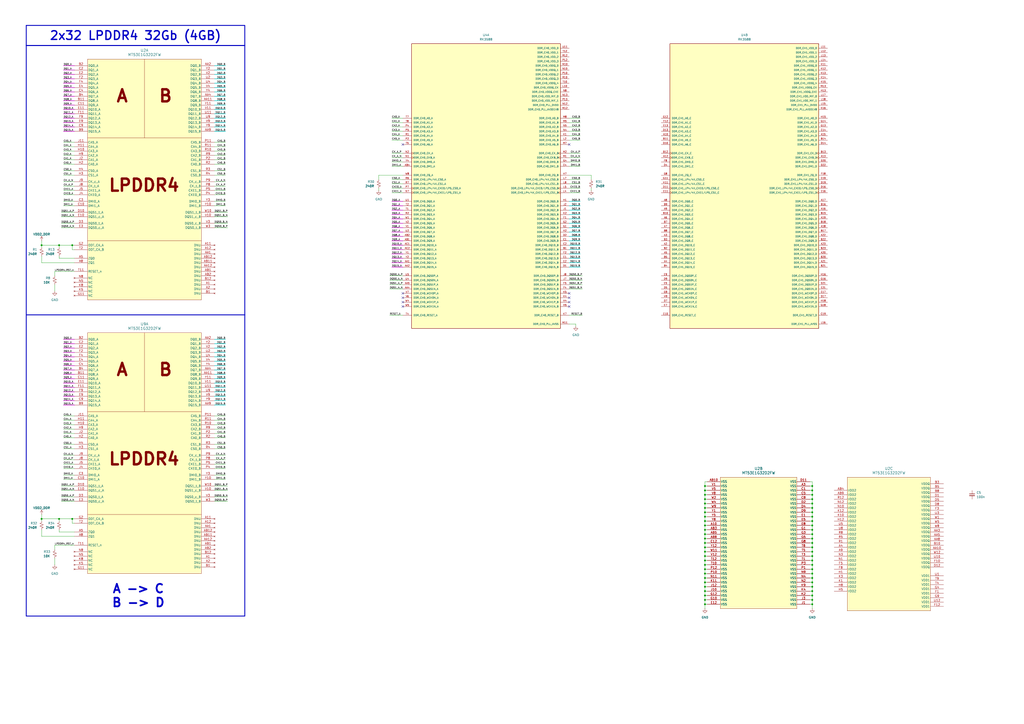
<source format=kicad_sch>
(kicad_sch (version 20231120) (generator "eeschema") (generator_version "8.0")
  (paper "A2")
  (title_block (title "CuriosityBoard") (date "2025-01-01") (rev "v1.0") (comment 4 "LPDDR4"))
  (lib_symbols
    (symbol "CBSymLib:MT53E1G32D2FW-046_IT_B" (pin_names (offset 0.254))
      (property "Reference" "U" (at 0 22.098 0))
      (property "Value" "MT53E1G32D2FW" (at 0 19.558 0))
      (symbol "MT53E1G32D2FW-046_IT_B_1_1"
        (text "A" (at -12.954 -7.366 0) (effects (font (size 7 7) (thickness 1.4) (bold yes))))
        (text "B" (at 12.192 -7.366 0) (effects (font (size 7 7) (thickness 1.4) (bold yes))))
        (text "LPDDR4" (at -0.254 -59.182 0) (effects (font (size 7 7) (thickness 1.4) (bold yes))))
        (pin no_connect line (at 40.64 -116.84 180) (length 7.62) (name "DNU") (number "A1"))
        (pin no_connect line (at 40.64 -93.98 180) (length 7.62) (name "DNU") (number "A11"))
        (pin no_connect line (at 40.64 -96.52 180) (length 7.62) (name "DNU") (number "A12"))
        (pin no_connect line (at 40.64 -119.38 180) (length 7.62) (name "DNU") (number "A2"))
        (pin bidirectional line (at -40.64 -97.79 0) (length 7.62) (name "ZQ0") (number "A5"))
        (pin power_in line (at -40.64 -100.33 0) (length 7.62) (name "ZQ1") (number "A8"))
        (pin no_connect line (at 40.64 -99.06 180) (length 7.62) (name "DNU") (number "AA1"))
        (pin bidirectional line (at 40.64 -10.16 180) (length 7.62) (name "DQ8_B") (number "AA11"))
        (pin no_connect line (at 40.64 -106.68 180) (length 7.62) (name "DNU") (number "AA12"))
        (pin bidirectional line (at 40.64 10.16 180) (length 7.62) (name "DQ0_B") (number "AA2"))
        (pin bidirectional line (at 40.64 -7.62 180) (length 7.62) (name "DQ7_B") (number "AA4"))
        (pin bidirectional line (at 40.64 -27.94 180) (length 7.62) (name "DQ15_B") (number "AA9"))
        (pin no_connect line (at 40.64 -109.22 180) (length 7.62) (name "DNU") (number "AB1"))
        (pin no_connect line (at 40.64 -104.14 180) (length 7.62) (name "DNU") (number "AB11"))
        (pin no_connect line (at 40.64 -101.6 180) (length 7.62) (name "DNU") (number "AB12"))
        (pin no_connect line (at 40.64 -111.76 180) (length 7.62) (name "DNU") (number "AB2"))
        (pin no_connect line (at 40.64 -121.92 180) (length 7.62) (name "DNU") (number "B1"))
        (pin bidirectional line (at -40.64 -10.16 0) (length 7.62) (name "DQ8_A") (number "B11"))
        (pin no_connect line (at 40.64 -114.3 180) (length 7.62) (name "DNU") (number "B12"))
        (pin bidirectional line (at -40.64 10.16 0) (length 7.62) (name "DQ0_A") (number "B2"))
        (pin bidirectional line (at -40.64 -7.62 0) (length 7.62) (name "DQ7_A") (number "B4"))
        (pin bidirectional line (at -40.64 -27.94 0) (length 7.62) (name "DQ15_A") (number "B9"))
        (pin bidirectional line (at -40.64 -71.12 0) (length 7.62) (name "DMI1_A") (number "C10"))
        (pin bidirectional line (at -40.64 -12.7 0) (length 7.62) (name "DQ9_A") (number "C11"))
        (pin bidirectional line (at -40.64 7.62 0) (length 7.62) (name "DQ1_A") (number "C2"))
        (pin bidirectional line (at -40.64 -68.58 0) (length 7.62) (name "DMI0_A") (number "C3"))
        (pin bidirectional line (at -40.64 -5.08 0) (length 7.62) (name "DQ6_A") (number "C4"))
        (pin bidirectional line (at -40.64 -25.4 0) (length 7.62) (name "DQ14_A") (number "C9"))
        (pin bidirectional line (at -40.64 -74.93 0) (length 7.62) (name "DQS1_t_A") (number "D10"))
        (pin bidirectional line (at -40.64 -81.28 0) (length 7.62) (name "DQS0_t_A") (number "D3"))
        (pin bidirectional line (at -40.64 -77.47 0) (length 7.62) (name "DQS1_c_A") (number "E10"))
        (pin bidirectional line (at -40.64 -15.24 0) (length 7.62) (name "DQ10_A") (number "E11"))
        (pin bidirectional line (at -40.64 5.08 0) (length 7.62) (name "DQ2_A") (number "E2"))
        (pin bidirectional line (at -40.64 -83.82 0) (length 7.62) (name "DQS0_c_A") (number "E3"))
        (pin bidirectional line (at -40.64 -2.54 0) (length 7.62) (name "DQ5_A") (number "E4"))
        (pin bidirectional line (at -40.64 -22.86 0) (length 7.62) (name "DQ13_A") (number "E9"))
        (pin bidirectional line (at -40.64 -17.78 0) (length 7.62) (name "DQ11_A") (number "F11"))
        (pin bidirectional line (at -40.64 2.54 0) (length 7.62) (name "DQ3_A") (number "F2"))
        (pin bidirectional line (at -40.64 0 0) (length 7.62) (name "DQ4_A") (number "F4"))
        (pin bidirectional line (at -40.64 -20.32 0) (length 7.62) (name "DQ12_A") (number "F9"))
        (pin no_connect line (at -40.64 -120.65 0) (length 7.62) (name "NC") (number "G11"))
        (pin input line (at -40.64 -87.63 0) (length 7.62) (name "ODT_CA_A") (number "G2"))
        (pin input line (at -40.64 -39.37 0) (length 7.62) (name "CA3_A") (number "H10"))
        (pin input line (at -40.64 -41.91 0) (length 7.62) (name "CA4_A") (number "H11"))
        (pin input line (at -40.64 -46.99 0) (length 7.62) (name "CA0_A") (number "H2"))
        (pin input line (at -40.64 -53.34 0) (length 7.62) (name "CS1_A") (number "H3"))
        (pin input line (at -40.64 -50.8 0) (length 7.62) (name "CS0_A") (number "H4"))
        (pin input line (at -40.64 -36.83 0) (length 7.62) (name "CA2_A") (number "H9"))
        (pin input line (at -40.64 -44.45 0) (length 7.62) (name "CA5_A") (number "J11"))
        (pin input line (at -40.64 -34.29 0) (length 7.62) (name "CA1_A") (number "J2"))
        (pin input line (at -40.64 -64.77 0) (length 7.62) (name "CKE0_A") (number "J4"))
        (pin input line (at -40.64 -62.23 0) (length 7.62) (name "CKE1_A") (number "J5"))
        (pin input line (at -40.64 -59.69 0) (length 7.62) (name "CK_t_A") (number "J8"))
        (pin input line (at -40.64 -57.15 0) (length 7.62) (name "CK_c_A") (number "J9"))
        (pin no_connect line (at -40.64 -118.11 0) (length 7.62) (name "NC") (number "K5"))
        (pin no_connect line (at -40.64 -115.57 0) (length 7.62) (name "NC") (number "K8"))
        (pin no_connect line (at -40.64 -113.03 0) (length 7.62) (name "NC") (number "N5"))
        (pin no_connect line (at -40.64 -110.49 0) (length 7.62) (name "NC") (number "N8"))
        (pin input line (at 40.64 -34.29 180) (length 7.62) (name "CA5_B") (number "P11"))
        (pin input line (at 40.64 -44.45 180) (length 7.62) (name "CA1_B") (number "P2"))
        (pin input line (at 40.64 -64.77 180) (length 7.62) (name "CKE0_B") (number "P4"))
        (pin input line (at 40.64 -62.23 180) (length 7.62) (name "CKE1_B") (number "P5"))
        (pin input line (at 40.64 -59.69 180) (length 7.62) (name "CK_t_B") (number "P8"))
        (pin input line (at 40.64 -57.15 180) (length 7.62) (name "CK_c_B") (number "P9"))
        (pin input line (at 40.64 -39.37 180) (length 7.62) (name "CA3_B") (number "R10"))
        (pin input line (at 40.64 -36.83 180) (length 7.62) (name "CA4_B") (number "R11"))
        (pin input line (at 40.64 -46.99 180) (length 7.62) (name "CA0_B") (number "R2"))
        (pin input line (at 40.64 -50.8 180) (length 7.62) (name "CS1_B") (number "R3"))
        (pin input line (at 40.64 -53.34 180) (length 7.62) (name "CS0_B") (number "R4"))
        (pin input line (at 40.64 -41.91 180) (length 7.62) (name "CA2_B") (number "R9"))
        (pin input line (at -40.64 -93.98 0) (length 7.62) (name "RESET_n") (number "T11"))
        (pin input line (at 40.64 -87.63 180) (length 7.62) (name "ODT_CA_B") (number "T2"))
        (pin bidirectional line (at 40.64 -17.78 180) (length 7.62) (name "DQ11_B") (number "U11"))
        (pin bidirectional line (at 40.64 2.54 180) (length 7.62) (name "DQ3_B") (number "U2"))
        (pin bidirectional line (at 40.64 0 180) (length 7.62) (name "DQ4_B") (number "U4"))
        (pin bidirectional line (at 40.64 -20.32 180) (length 7.62) (name "DQ12_B") (number "U9"))
        (pin bidirectional line (at 40.64 -77.47 180) (length 7.62) (name "DQS1_c_B") (number "V10"))
        (pin bidirectional line (at 40.64 -15.24 180) (length 7.62) (name "DQ10_B") (number "V11"))
        (pin bidirectional line (at 40.64 5.08 180) (length 7.62) (name "DQ2_B") (number "V2"))
        (pin bidirectional line (at 40.64 -81.28 180) (length 7.62) (name "DQS0_c_B") (number "V3"))
        (pin bidirectional line (at 40.64 -2.54 180) (length 7.62) (name "DQ5_B") (number "V4"))
        (pin bidirectional line (at 40.64 -22.86 180) (length 7.62) (name "DQ13_B") (number "V9"))
        (pin bidirectional line (at 40.64 -74.93 180) (length 7.62) (name "DQS1_t_B") (number "W10"))
        (pin bidirectional line (at 40.64 -83.82 180) (length 7.62) (name "DQS0_t_B") (number "W3"))
        (pin bidirectional line (at 40.64 -68.58 180) (length 7.62) (name "DMI1_B") (number "Y10"))
        (pin bidirectional line (at 40.64 -12.7 180) (length 7.62) (name "DQ9_B") (number "Y11"))
        (pin bidirectional line (at 40.64 7.62 180) (length 7.62) (name "DQ1_B") (number "Y2"))
        (pin bidirectional line (at 40.64 -71.12 180) (length 7.62) (name "DMI0_B") (number "Y3"))
        (pin bidirectional line (at 40.64 -5.08 180) (length 7.62) (name "DQ6_B") (number "Y4"))
        (pin bidirectional line (at 40.64 -25.4 180) (length 7.62) (name "DQ14_B") (number "Y9"))
      )
      (symbol "MT53E1G32D2FW-046_IT_B_2_1"
        (pin power_out line (at -29.21 3.81 0) (length 7.62) (name "VSS") (number "A10"))
        (pin power_out line (at 30.48 26.67 180) (length 7.62) (name "VSS") (number "A3"))
        (pin power_out line (at -29.21 29.21 0) (length 7.62) (name "VSS") (number "AB10"))
        (pin power_out line (at -29.21 1.27 0) (length 7.62) (name "VSS") (number "AB3"))
        (pin power_out line (at -29.21 -1.27 0) (length 7.62) (name "VSS") (number "AB5"))
        (pin power_out line (at -29.21 -3.81 0) (length 7.62) (name "VSS") (number "AB8"))
        (pin power_out line (at 30.48 24.13 180) (length 7.62) (name "VSS") (number "C1"))
        (pin power_out line (at -29.21 -6.35 0) (length 7.62) (name "VSS") (number "C12"))
        (pin power_out line (at 30.48 21.59 180) (length 7.62) (name "VSS") (number "C5"))
        (pin power_out line (at 30.48 19.05 180) (length 7.62) (name "VSS") (number "C8"))
        (pin power_out line (at 30.48 29.21 180) (length 7.62) (name "VSS") (number "D11"))
        (pin power_out line (at 30.48 16.51 180) (length 7.62) (name "VSS") (number "D2"))
        (pin power_out line (at 30.48 13.97 180) (length 7.62) (name "VSS") (number "D4"))
        (pin power_out line (at 30.48 11.43 180) (length 7.62) (name "VSS") (number "D9"))
        (pin power_out line (at 30.48 8.89 180) (length 7.62) (name "VSS") (number "E1"))
        (pin power_out line (at -29.21 -41.91 0) (length 7.62) (name "VSS") (number "E12"))
        (pin power_out line (at 30.48 6.35 180) (length 7.62) (name "VSS") (number "E5"))
        (pin power_out line (at 30.48 3.81 180) (length 7.62) (name "VSS") (number "E8"))
        (pin power_out line (at 30.48 1.27 180) (length 7.62) (name "VSS") (number "G1"))
        (pin power_out line (at -29.21 -39.37 0) (length 7.62) (name "VSS") (number "G10"))
        (pin power_out line (at -29.21 -36.83 0) (length 7.62) (name "VSS") (number "G12"))
        (pin power_out line (at 30.48 -1.27 180) (length 7.62) (name "VSS") (number "G3"))
        (pin power_out line (at 30.48 -3.81 180) (length 7.62) (name "VSS") (number "G5"))
        (pin power_out line (at 30.48 -6.35 180) (length 7.62) (name "VSS") (number "G8"))
        (pin power_out line (at 30.48 -41.91 180) (length 7.62) (name "VSS") (number "J1"))
        (pin power_out line (at -29.21 -34.29 0) (length 7.62) (name "VSS") (number "J10"))
        (pin power_out line (at -29.21 -31.75 0) (length 7.62) (name "VSS") (number "J12"))
        (pin power_out line (at 30.48 -39.37 180) (length 7.62) (name "VSS") (number "J3"))
        (pin power_out line (at -29.21 -29.21 0) (length 7.62) (name "VSS") (number "K11"))
        (pin power_out line (at 30.48 -36.83 180) (length 7.62) (name "VSS") (number "K2"))
        (pin power_out line (at 30.48 -34.29 180) (length 7.62) (name "VSS") (number "K4"))
        (pin power_out line (at 30.48 -31.75 180) (length 7.62) (name "VSS") (number "K9"))
        (pin power_out line (at -29.21 -26.67 0) (length 7.62) (name "VSS") (number "N11"))
        (pin power_out line (at 30.48 -29.21 180) (length 7.62) (name "VSS") (number "N2"))
        (pin power_out line (at 30.48 -26.67 180) (length 7.62) (name "VSS") (number "N4"))
        (pin power_out line (at 30.48 -24.13 180) (length 7.62) (name "VSS") (number "N9"))
        (pin power_out line (at 30.48 -21.59 180) (length 7.62) (name "VSS") (number "P1"))
        (pin power_out line (at -29.21 -24.13 0) (length 7.62) (name "VSS") (number "P10"))
        (pin power_out line (at -29.21 -21.59 0) (length 7.62) (name "VSS") (number "P12"))
        (pin power_out line (at 30.48 -19.05 180) (length 7.62) (name "VSS") (number "P3"))
        (pin power_out line (at 30.48 -16.51 180) (length 7.62) (name "VSS") (number "T1"))
        (pin power_out line (at -29.21 -19.05 0) (length 7.62) (name "VSS") (number "T10"))
        (pin power_out line (at -29.21 -16.51 0) (length 7.62) (name "VSS") (number "T12"))
        (pin power_out line (at 30.48 -13.97 180) (length 7.62) (name "VSS") (number "T3"))
        (pin power_out line (at 30.48 -11.43 180) (length 7.62) (name "VSS") (number "T5"))
        (pin power_out line (at 30.48 -8.89 180) (length 7.62) (name "VSS") (number "T8"))
        (pin power_out line (at -29.21 26.67 0) (length 7.62) (name "VSS") (number "V1"))
        (pin power_out line (at -29.21 -13.97 0) (length 7.62) (name "VSS") (number "V12"))
        (pin power_out line (at -29.21 24.13 0) (length 7.62) (name "VSS") (number "V5"))
        (pin power_out line (at -29.21 21.59 0) (length 7.62) (name "VSS") (number "V8"))
        (pin power_out line (at -29.21 -11.43 0) (length 7.62) (name "VSS") (number "W11"))
        (pin power_out line (at -29.21 19.05 0) (length 7.62) (name "VSS") (number "W2"))
        (pin power_out line (at -29.21 16.51 0) (length 7.62) (name "VSS") (number "W4"))
        (pin power_out line (at -29.21 13.97 0) (length 7.62) (name "VSS") (number "W9"))
        (pin power_out line (at -29.21 11.43 0) (length 7.62) (name "VSS") (number "Y1"))
        (pin power_out line (at -29.21 -8.89 0) (length 7.62) (name "VSS") (number "Y12"))
        (pin power_out line (at -29.21 8.89 0) (length 7.62) (name "VSS") (number "Y5"))
        (pin power_out line (at -29.21 6.35 0) (length 7.62) (name "VSS") (number "Y8"))
      )
      (symbol "MT53E1G32D2FW-046_IT_B_3_1"
        (pin power_in line (at -31.75 -25.4 0) (length 7.62) (name "VDD2") (number "A4"))
        (pin power_in line (at -31.75 -27.94 0) (length 7.62) (name "VDD2") (number "A9"))
        (pin power_in line (at 31.75 -26.67 180) (length 7.62) (name "VDDQ") (number "AA10"))
        (pin power_in line (at 31.75 -16.51 180) (length 7.62) (name "VDDQ") (number "AA3"))
        (pin power_in line (at 31.75 -19.05 180) (length 7.62) (name "VDDQ") (number "AA5"))
        (pin power_in line (at 31.75 -21.59 180) (length 7.62) (name "VDDQ") (number "AA8"))
        (pin power_in line (at -31.75 7.62 0) (length 7.62) (name "VDD2") (number "AB4"))
        (pin power_in line (at -31.75 5.08 0) (length 7.62) (name "VDD2") (number "AB9"))
        (pin power_in line (at 31.75 -24.13 180) (length 7.62) (name "VDDQ") (number "B10"))
        (pin power_in line (at 31.75 11.43 180) (length 7.62) (name "VDDQ") (number "B3"))
        (pin power_in line (at 31.75 8.89 180) (length 7.62) (name "VDDQ") (number "B5"))
        (pin power_in line (at 31.75 6.35 180) (length 7.62) (name "VDDQ") (number "B8"))
        (pin power_in line (at 31.75 3.81 180) (length 7.62) (name "VDDQ") (number "D1"))
        (pin power_in line (at 31.75 -36.83 180) (length 7.62) (name "VDDQ") (number "D12"))
        (pin power_in line (at 31.75 1.27 180) (length 7.62) (name "VDDQ") (number "D5"))
        (pin power_in line (at 31.75 -1.27 180) (length 7.62) (name "VDDQ") (number "D8"))
        (pin power_in line (at 31.75 -52.07 180) (length 7.62) (name "VDD1") (number "F1"))
        (pin power_in line (at 31.75 -34.29 180) (length 7.62) (name "VDDQ") (number "F10"))
        (pin power_in line (at 31.75 -59.69 180) (length 7.62) (name "VDD1") (number "F12"))
        (pin power_in line (at 31.75 -3.81 180) (length 7.62) (name "VDDQ") (number "F3"))
        (pin power_in line (at -31.75 -35.56 0) (length 7.62) (name "VDD2") (number "F5"))
        (pin power_in line (at -31.75 -38.1 0) (length 7.62) (name "VDD2") (number "F8"))
        (pin power_in line (at 31.75 -49.53 180) (length 7.62) (name "VDD1") (number "G4"))
        (pin power_in line (at 31.75 -54.61 180) (length 7.62) (name "VDD1") (number "G9"))
        (pin power_in line (at -31.75 -40.64 0) (length 7.62) (name "VDD2") (number "H1"))
        (pin power_in line (at -31.75 -10.16 0) (length 7.62) (name "VDD2") (number "H12"))
        (pin power_in line (at -31.75 -50.8 0) (length 7.62) (name "VDD2") (number "H5"))
        (pin power_in line (at -31.75 -48.26 0) (length 7.62) (name "VDD2") (number "H8"))
        (pin power_in line (at -31.75 -45.72 0) (length 7.62) (name "VDD2") (number "K1"))
        (pin power_in line (at -31.75 -7.62 0) (length 7.62) (name "VDD2") (number "K10"))
        (pin power_in line (at -31.75 -5.08 0) (length 7.62) (name "VDD2") (number "K12"))
        (pin power_in line (at -31.75 -43.18 0) (length 7.62) (name "VDD2") (number "K3"))
        (pin power_in line (at -31.75 -33.02 0) (length 7.62) (name "VDD2") (number "N1"))
        (pin power_in line (at -31.75 -2.54 0) (length 7.62) (name "VDD2") (number "N10"))
        (pin power_in line (at -31.75 0 0) (length 7.62) (name "VDD2") (number "N12"))
        (pin power_in line (at -31.75 -30.48 0) (length 7.62) (name "VDD2") (number "N3"))
        (pin power_in line (at -31.75 -22.86 0) (length 7.62) (name "VDD2") (number "R1"))
        (pin power_in line (at -31.75 2.54 0) (length 7.62) (name "VDD2") (number "R12"))
        (pin power_in line (at -31.75 -20.32 0) (length 7.62) (name "VDD2") (number "R5"))
        (pin power_in line (at -31.75 -17.78 0) (length 7.62) (name "VDD2") (number "R8"))
        (pin power_in line (at 31.75 -46.99 180) (length 7.62) (name "VDD1") (number "T4"))
        (pin power_in line (at 31.75 -44.45 180) (length 7.62) (name "VDD1") (number "T9"))
        (pin power_in line (at 31.75 -41.91 180) (length 7.62) (name "VDD1") (number "U1"))
        (pin power_in line (at 31.75 -31.75 180) (length 7.62) (name "VDDQ") (number "U10"))
        (pin power_in line (at 31.75 -57.15 180) (length 7.62) (name "VDD1") (number "U12"))
        (pin power_in line (at 31.75 -6.35 180) (length 7.62) (name "VDDQ") (number "U3"))
        (pin power_in line (at -31.75 -12.7 0) (length 7.62) (name "VDD2") (number "U5"))
        (pin power_in line (at -31.75 -15.24 0) (length 7.62) (name "VDD2") (number "U8"))
        (pin power_in line (at 31.75 -8.89 180) (length 7.62) (name "VDDQ") (number "W1"))
        (pin power_in line (at 31.75 -29.21 180) (length 7.62) (name "VDDQ") (number "W12"))
        (pin power_in line (at 31.75 -11.43 180) (length 7.62) (name "VDDQ") (number "W5"))
        (pin power_in line (at 31.75 -13.97 180) (length 7.62) (name "VDDQ") (number "W8"))
      )
    )
    (symbol "CBSymLib:RK3588" (pin_names (offset 1.016))
      (property "Reference" "U" (at -43.18 83.82 0))
      (property "Value" "RK3588" (at -43.18 -83.82 0))
      (symbol "RK3588_1_0"
        (pin bidirectional line (at -48.26 -43.18 0) (length 5.08) (name "DDR_CH0_DQ14_A") (number "AA1"))
        (pin bidirectional line (at -48.26 -45.72 0) (length 5.08) (name "DDR_CH0_DQ15_A") (number "AA2"))
        (pin bidirectional line (at -48.26 -58.42 0) (length 5.08) (name "DDR_CH0_DQS1N_A") (number "AA4"))
        (pin bidirectional line (at -48.26 -55.88 0) (length 5.08) (name "DDR_CH0_DQS1P_A") (number "AA5"))
        (pin bidirectional line (at -48.26 -30.48 0) (length 5.08) (name "DDR_CH0_DQ9_A") (number "AB1"))
        (pin bidirectional line (at -48.26 -27.94 0) (length 5.08) (name "DDR_CH0_DQ8_A") (number "AB2"))
        (pin bidirectional line (at -48.26 12.7 0) (length 5.08) (name "DDR_CH0_DM1_A") (number "AB4"))
        (pin bidirectional line (at -48.26 -33.02 0) (length 5.08) (name "DDR_CH0_DQ10_A") (number "AC1"))
        (pin bidirectional line (at -48.26 -35.56 0) (length 5.08) (name "DDR_CH0_DQ11_A") (number "AC2"))
        (pin bidirectional line (at 48.26 -35.56 180) (length 5.08) (name "DDR_CH0_DQ11_B") (number "B1"))
        (pin bidirectional line (at 48.26 -30.48 180) (length 5.08) (name "DDR_CH0_DQ9_B") (number "C1"))
        (pin bidirectional line (at 48.26 -33.02 180) (length 5.08) (name "DDR_CH0_DQ10_B") (number "C2"))
        (pin bidirectional line (at 48.26 -45.72 180) (length 5.08) (name "DDR_CH0_DQ15_B") (number "D1"))
        (pin bidirectional line (at 48.26 -27.94 180) (length 5.08) (name "DDR_CH0_DQ8_B") (number "D2"))
        (pin bidirectional line (at 48.26 -40.64 180) (length 5.08) (name "DDR_CH0_DQ13_B") (number "E1"))
        (pin bidirectional line (at 48.26 -43.18 180) (length 5.08) (name "DDR_CH0_DQ14_B") (number "E2"))
        (pin bidirectional line (at 48.26 12.7 180) (length 5.08) (name "DDR_CH0_DM1_B") (number "E4"))
        (pin bidirectional line (at 48.26 -17.78 180) (length 5.08) (name "DDR_CH0_DQ4_B") (number "F1"))
        (pin bidirectional line (at 48.26 -38.1 180) (length 5.08) (name "DDR_CH0_DQ12_B") (number "F2"))
        (pin bidirectional line (at 48.26 -58.42 180) (length 5.08) (name "DDR_CH0_DQS1N_B") (number "F4"))
        (pin bidirectional line (at 48.26 -55.88 180) (length 5.08) (name "DDR_CH0_DQS1P_B") (number "F5"))
        (pin bidirectional line (at 48.26 -22.86 180) (length 5.08) (name "DDR_CH0_DQ6_B") (number "G1"))
        (pin bidirectional line (at 48.26 -20.32 180) (length 5.08) (name "DDR_CH0_DQ5_B") (number "G2"))
        (pin bidirectional line (at 48.26 15.24 180) (length 5.08) (name "DDR_CH0_DM0_B") (number "G4"))
        (pin bidirectional line (at 48.26 -7.62 180) (length 5.08) (name "DDR_CH0_DQ0_B") (number "H1"))
        (pin bidirectional line (at 48.26 -25.4 180) (length 5.08) (name "DDR_CH0_DQ7_B") (number "H2"))
        (pin output line (at 48.26 -66.04 180) (length 5.08) (name "DDR_CH0_WCK1P_B") (number "H4"))
        (pin output line (at 48.26 -68.58 180) (length 5.08) (name "DDR_CH0_WCK1N_B") (number "H5"))
        (pin input line (at 48.26 7.62 180) (length 5.08) (name "DDR_CH0_ZQ_B") (number "H7"))
        (pin bidirectional line (at 48.26 -12.7 180) (length 5.08) (name "DDR_CH0_DQ2_B") (number "J1"))
        (pin bidirectional line (at 48.26 -10.16 180) (length 5.08) (name "DDR_CH0_DQ1_B") (number "J2"))
        (pin bidirectional line (at 48.26 -53.34 180) (length 5.08) (name "DDR_CH0_DQS0N_B") (number "J7"))
        (pin bidirectional line (at 48.26 -50.8 180) (length 5.08) (name "DDR_CH0_DQS0P_B") (number "J8"))
        (pin output line (at 48.26 30.48 180) (length 5.08) (name "DDR_CH0_A4_B") (number "K1"))
        (pin bidirectional line (at 48.26 -15.24 180) (length 5.08) (name "DDR_CH0_DQ3_B") (number "K2"))
        (pin output line (at 48.26 -63.5 180) (length 5.08) (name "DDR_CH0_WCK0N_B") (number "K4"))
        (pin output line (at 48.26 -60.96 180) (length 5.08) (name "DDR_CH0_WCK0P_B") (number "K5"))
        (pin output line (at 48.26 -73.66 180) (length 5.08) (name "DDR_CH0_RESET_B") (number "K7"))
        (pin power_in line (at 48.26 58.42 180) (length 5.08) (name "DDR_CH0_VDDQ_CK") (number "L10"))
        (pin output line (at 48.26 27.94 180) (length 5.08) (name "DDR_CH0_A5_B") (number "L2"))
        (pin output clock (at 48.26 -2.54 180) (length 5.08) (name "DDR_CH0_LP4/4X_CKE1/LP5_CS1_B") (number "L4"))
        (pin output clock (at 48.26 0 180) (length 5.08) (name "DDR_CH0_LP4/4X_CKE0/LP5_CS0_B") (number "L5"))
        (pin output line (at 48.26 5.08 180) (length 5.08) (name "DDR_CH0_LP4/4X_CS0_B") (number "L7"))
        (pin output line (at 48.26 2.54 180) (length 5.08) (name "DDR_CH0_LP4/4X_CS1_B") (number "L8"))
        (pin bidirectional clock (at 48.26 17.78 180) (length 5.08) (name "DDR_CH0_CKB_B") (number "M1"))
        (pin power_in line (at 48.26 71.12 180) (length 5.08) (name "DDR_CH0_VDDQ_0") (number "M10"))
        (pin power_in line (at 48.26 -78.74 180) (length 5.08) (name "DDR_CH0_PLL_AVSS") (number "M11"))
        (pin power_in line (at 48.26 45.72 180) (length 5.08) (name "DDR_CH0_PLL_AVDD1V8") (number "M12"))
        (pin bidirectional clock (at 48.26 20.32 180) (length 5.08) (name "DDR_CH0_CK_B") (number "M2"))
        (pin output line (at 48.26 38.1 180) (length 5.08) (name "DDR_CH0_A1_B") (number "M5"))
        (pin output line (at 48.26 25.4 180) (length 5.08) (name "DDR_CH0_A6_B") (number "M7"))
        (pin output line (at 48.26 40.64 180) (length 5.08) (name "DDR_CH0_A0_B") (number "M8"))
        (pin bidirectional clock (at -48.26 17.78 0) (length 5.08) (name "DDR_CH0_CKB_A") (number "N1"))
        (pin power_in line (at 48.26 68.58 180) (length 5.08) (name "DDR_CH0_VDDQ_1") (number "N10"))
        (pin power_in line (at 48.26 48.26 180) (length 5.08) (name "DDR_CH0_PLL_DVDD") (number "N12"))
        (pin power_in line (at 48.26 53.34 180) (length 5.08) (name "DDR_CH0_VDD_MIF_0") (number "N13"))
        (pin bidirectional clock (at -48.26 20.32 0) (length 5.08) (name "DDR_CH0_CK_A") (number "N2"))
        (pin output line (at 48.26 33.02 180) (length 5.08) (name "DDR_CH0_A3_B") (number "N4"))
        (pin output line (at 48.26 35.56 180) (length 5.08) (name "DDR_CH0_A2_B") (number "N5"))
        (pin output clock (at -48.26 -2.54 0) (length 5.08) (name "DDR_CH0_LP4/4X_CKE1/LP5_CS1_A") (number "N7"))
        (pin power_in line (at 48.26 55.88 180) (length 5.08) (name "DDR_CH0_VDDQ_CKE") (number "N8"))
        (pin power_in line (at 48.26 66.04 180) (length 5.08) (name "DDR_CH0_VDDQ_2") (number "P10"))
        (pin power_in line (at 48.26 73.66 180) (length 5.08) (name "DDR_CH0_VDD_3") (number "P12"))
        (pin power_in line (at 48.26 50.8 180) (length 5.08) (name "DDR_CH0_VDD_MIF_1") (number "P13"))
        (pin output line (at -48.26 27.94 0) (length 5.08) (name "DDR_CH0_A5_A") (number "P2"))
        (pin output line (at -48.26 35.56 0) (length 5.08) (name "DDR_CH0_A2_A") (number "P4"))
        (pin output line (at -48.26 33.02 0) (length 5.08) (name "DDR_CH0_A3_A") (number "P5"))
        (pin output clock (at -48.26 0 0) (length 5.08) (name "DDR_CH0_LP4/4X_CKE0/LP5_CS0_A") (number "P7"))
        (pin output line (at -48.26 30.48 0) (length 5.08) (name "DDR_CH0_A4_A") (number "R1"))
        (pin power_in line (at 48.26 63.5 180) (length 5.08) (name "DDR_CH0_VDDQ_3") (number "R10"))
        (pin power_in line (at 48.26 76.2 180) (length 5.08) (name "DDR_CH0_VDD_2") (number "R12"))
        (pin bidirectional line (at -48.26 -15.24 0) (length 5.08) (name "DDR_CH0_DQ3_A") (number "R2"))
        (pin output line (at -48.26 5.08 0) (length 5.08) (name "DDR_CH0_LP4/4X_CS0_A") (number "R6"))
        (pin output line (at -48.26 2.54 0) (length 5.08) (name "DDR_CH0_LP4/4X_CS1_A") (number "R7"))
        (pin bidirectional line (at -48.26 -12.7 0) (length 5.08) (name "DDR_CH0_DQ2_A") (number "T1"))
        (pin power_in line (at 48.26 60.96 180) (length 5.08) (name "DDR_CH0_VDDQ_4") (number "T10"))
        (pin power_in line (at 48.26 78.74 180) (length 5.08) (name "DDR_CH0_VDD_1") (number "T12"))
        (pin bidirectional line (at -48.26 -10.16 0) (length 5.08) (name "DDR_CH0_DQ1_A") (number "T2"))
        (pin output line (at -48.26 -73.66 0) (length 5.08) (name "DDR_CH0_RESET_A") (number "T4"))
        (pin output line (at -48.26 25.4 0) (length 5.08) (name "DDR_CH0_A6_A") (number "T5"))
        (pin output line (at -48.26 40.64 0) (length 5.08) (name "DDR_CH0_A0_A") (number "T7"))
        (pin output line (at -48.26 38.1 0) (length 5.08) (name "DDR_CH0_A1_A") (number "T8"))
        (pin bidirectional line (at -48.26 -7.62 0) (length 5.08) (name "DDR_CH0_DQ0_A") (number "U1"))
        (pin power_in line (at 48.26 81.28 180) (length 5.08) (name "DDR_CH0_VDD_0") (number "U11"))
        (pin bidirectional line (at -48.26 -25.4 0) (length 5.08) (name "DDR_CH0_DQ7_A") (number "U2"))
        (pin bidirectional line (at -48.26 -53.34 0) (length 5.08) (name "DDR_CH0_DQS0N_A") (number "U4"))
        (pin bidirectional line (at -48.26 -50.8 0) (length 5.08) (name "DDR_CH0_DQS0P_A") (number "U5"))
        (pin bidirectional line (at -48.26 -22.86 0) (length 5.08) (name "DDR_CH0_DQ6_A") (number "V1"))
        (pin bidirectional line (at -48.26 -20.32 0) (length 5.08) (name "DDR_CH0_DQ5_A") (number "V2"))
        (pin output line (at -48.26 -63.5 0) (length 5.08) (name "DDR_CH0_WCK0N_A") (number "V6"))
        (pin output line (at -48.26 -60.96 0) (length 5.08) (name "DDR_CH0_WCK0P_A") (number "V7"))
        (pin bidirectional line (at -48.26 -17.78 0) (length 5.08) (name "DDR_CH0_DQ4_A") (number "W1"))
        (pin output line (at -48.26 -66.04 0) (length 5.08) (name "DDR_CH0_WCK1P_A") (number "W4"))
        (pin output line (at -48.26 -68.58 0) (length 5.08) (name "DDR_CH0_WCK1N_A") (number "W5"))
        (pin input line (at -48.26 7.62 0) (length 5.08) (name "DDR_CH0_ZQ_A") (number "W8"))
        (pin bidirectional line (at -48.26 -38.1 0) (length 5.08) (name "DDR_CH0_DQ12_A") (number "Y1"))
        (pin bidirectional line (at -48.26 -40.64 0) (length 5.08) (name "DDR_CH0_DQ13_A") (number "Y2"))
        (pin bidirectional line (at -48.26 15.24 0) (length 5.08) (name "DDR_CH0_DM0_A") (number "Y4"))
      )
      (symbol "RK3588_2_0"
        (pin output line (at -48.26 30.48 0) (length 5.08) (name "DDR_CH1_A4_C") (number "A10"))
        (pin bidirectional clock (at -48.26 17.78 0) (length 5.08) (name "DDR_CH1_CKB_C") (number "A12"))
        (pin bidirectional clock (at 48.26 17.78 180) (length 5.08) (name "DDR_CH1_CKB_D") (number "A13"))
        (pin output line (at 48.26 30.48 180) (length 5.08) (name "DDR_CH1_A4_D") (number "A15"))
        (pin bidirectional line (at 48.26 -12.7 180) (length 5.08) (name "DDR_CH1_DQ2_D") (number "A16"))
        (pin bidirectional line (at 48.26 -7.62 180) (length 5.08) (name "DDR_CH1_DQ0_D") (number "A17"))
        (pin bidirectional line (at 48.26 -22.86 180) (length 5.08) (name "DDR_CH1_DQ6_D") (number "A18"))
        (pin bidirectional line (at 48.26 -17.78 180) (length 5.08) (name "DDR_CH1_DQ4_D") (number "A19"))
        (pin bidirectional line (at -48.26 -33.02 0) (length 5.08) (name "DDR_CH1_DQ10_C") (number "A2"))
        (pin bidirectional line (at 48.26 -38.1 180) (length 5.08) (name "DDR_CH1_DQ12_D") (number "A20"))
        (pin bidirectional line (at 48.26 -43.18 180) (length 5.08) (name "DDR_CH1_DQ14_D") (number "A21"))
        (pin bidirectional line (at 48.26 -27.94 180) (length 5.08) (name "DDR_CH1_DQ8_D") (number "A22"))
        (pin bidirectional line (at 48.26 -33.02 180) (length 5.08) (name "DDR_CH1_DQ10_D") (number "A23"))
        (pin bidirectional line (at -48.26 -27.94 0) (length 5.08) (name "DDR_CH1_DQ8_C") (number "A3"))
        (pin bidirectional line (at -48.26 -43.18 0) (length 5.08) (name "DDR_CH1_DQ14_C") (number "A4"))
        (pin bidirectional line (at -48.26 -38.1 0) (length 5.08) (name "DDR_CH1_DQ12_C") (number "A5"))
        (pin bidirectional line (at -48.26 -17.78 0) (length 5.08) (name "DDR_CH1_DQ4_C") (number "A6"))
        (pin bidirectional line (at -48.26 -22.86 0) (length 5.08) (name "DDR_CH1_DQ6_C") (number "A7"))
        (pin bidirectional line (at -48.26 -7.62 0) (length 5.08) (name "DDR_CH1_DQ0_C") (number "A8"))
        (pin bidirectional line (at -48.26 -12.7 0) (length 5.08) (name "DDR_CH1_DQ2_C") (number "A9"))
        (pin bidirectional line (at -48.26 -15.24 0) (length 5.08) (name "DDR_CH1_DQ3_C") (number "B10"))
        (pin output line (at -48.26 27.94 0) (length 5.08) (name "DDR_CH1_A5_C") (number "B11"))
        (pin bidirectional clock (at -48.26 20.32 0) (length 5.08) (name "DDR_CH1_CK_C") (number "B12"))
        (pin bidirectional clock (at 48.26 20.32 180) (length 5.08) (name "DDR_CH1_CK_D") (number "B13"))
        (pin output line (at 48.26 27.94 180) (length 5.08) (name "DDR_CH1_A5_D") (number "B14"))
        (pin bidirectional line (at 48.26 -15.24 180) (length 5.08) (name "DDR_CH1_DQ3_D") (number "B15"))
        (pin bidirectional line (at 48.26 -10.16 180) (length 5.08) (name "DDR_CH1_DQ1_D") (number "B16"))
        (pin bidirectional line (at 48.26 -25.4 180) (length 5.08) (name "DDR_CH1_DQ7_D") (number "B17"))
        (pin bidirectional line (at 48.26 -20.32 180) (length 5.08) (name "DDR_CH1_DQ5_D") (number "B18"))
        (pin bidirectional line (at -48.26 -35.56 0) (length 5.08) (name "DDR_CH1_DQ11_C") (number "B2"))
        (pin bidirectional line (at 48.26 -40.64 180) (length 5.08) (name "DDR_CH1_DQ13_D") (number "B20"))
        (pin bidirectional line (at 48.26 -45.72 180) (length 5.08) (name "DDR_CH1_DQ15_D") (number "B21"))
        (pin bidirectional line (at 48.26 -30.48 180) (length 5.08) (name "DDR_CH1_DQ9_D") (number "B22"))
        (pin bidirectional line (at 48.26 -35.56 180) (length 5.08) (name "DDR_CH1_DQ11_D") (number "B23"))
        (pin bidirectional line (at -48.26 -30.48 0) (length 5.08) (name "DDR_CH1_DQ9_C") (number "B3"))
        (pin bidirectional line (at -48.26 -45.72 0) (length 5.08) (name "DDR_CH1_DQ15_C") (number "B4"))
        (pin bidirectional line (at -48.26 -40.64 0) (length 5.08) (name "DDR_CH1_DQ13_C") (number "B5"))
        (pin bidirectional line (at -48.26 -20.32 0) (length 5.08) (name "DDR_CH1_DQ5_C") (number "B7"))
        (pin bidirectional line (at -48.26 -25.4 0) (length 5.08) (name "DDR_CH1_DQ7_C") (number "B8"))
        (pin bidirectional line (at -48.26 -10.16 0) (length 5.08) (name "DDR_CH1_DQ1_C") (number "B9"))
        (pin output line (at 48.26 -73.66 180) (length 5.08) (name "DDR_CH1_RESET_D") (number "C19"))
        (pin output line (at -48.26 25.4 0) (length 5.08) (name "DDR_CH1_A6_C") (number "D10"))
        (pin output clock (at -48.26 0 0) (length 5.08) (name "DDR_CH1_LP4/4X_CKE0/LP5_CS0_C") (number "D11"))
        (pin output line (at -48.26 33.02 0) (length 5.08) (name "DDR_CH1_A3_C") (number "D13"))
        (pin output line (at 48.26 25.4 180) (length 5.08) (name "DDR_CH1_A6_D") (number "D14"))
        (pin output clock (at 48.26 0 180) (length 5.08) (name "DDR_CH1_LP4/4X_CKE0/LP5_CS0_D") (number "D16"))
        (pin output line (at 48.26 -63.5 180) (length 5.08) (name "DDR_CH1_WCK0N_D") (number "D17"))
        (pin output line (at 48.26 2.54 180) (length 5.08) (name "DDR_CH1_LP4/4X_CS1_D") (number "D19"))
        (pin bidirectional line (at 48.26 15.24 180) (length 5.08) (name "DDR_CH1_DM0_D") (number "D20"))
        (pin bidirectional line (at 48.26 -55.88 180) (length 5.08) (name "DDR_CH1_DQS1P_D") (number "D21"))
        (pin bidirectional line (at 48.26 12.7 180) (length 5.08) (name "DDR_CH1_DM1_D") (number "D22"))
        (pin bidirectional line (at -48.26 12.7 0) (length 5.08) (name "DDR_CH1_DM1_C") (number "D4"))
        (pin bidirectional line (at -48.26 -58.42 0) (length 5.08) (name "DDR_CH1_DQS1N_C") (number "D5"))
        (pin output line (at -48.26 -66.04 0) (length 5.08) (name "DDR_CH1_WCK1P_C") (number "D7"))
        (pin bidirectional line (at -48.26 -53.34 0) (length 5.08) (name "DDR_CH1_DQS0N_C") (number "D9"))
        (pin output line (at -48.26 -73.66 0) (length 5.08) (name "DDR_CH1_RESET_C") (number "E10"))
        (pin output clock (at -48.26 -2.54 0) (length 5.08) (name "DDR_CH1_LP4/4X_CKE1/LP5_CS1_C") (number "E11"))
        (pin output line (at -48.26 35.56 0) (length 5.08) (name "DDR_CH1_A2_C") (number "E13"))
        (pin output line (at 48.26 33.02 180) (length 5.08) (name "DDR_CH1_A3_D") (number "E14"))
        (pin output clock (at 48.26 -2.54 180) (length 5.08) (name "DDR_CH1_LP4/4X_CKE1/LP5_CS1_D") (number "E16"))
        (pin output line (at 48.26 -60.96 180) (length 5.08) (name "DDR_CH1_WCK0P_D") (number "E17"))
        (pin output line (at 48.26 5.08 180) (length 5.08) (name "DDR_CH1_LP4/4X_CS0_D") (number "E19"))
        (pin bidirectional line (at 48.26 -58.42 180) (length 5.08) (name "DDR_CH1_DQS1N_D") (number "E21"))
        (pin bidirectional line (at -48.26 -55.88 0) (length 5.08) (name "DDR_CH1_DQS1P_C") (number "E5"))
        (pin output line (at -48.26 -68.58 0) (length 5.08) (name "DDR_CH1_WCK1N_C") (number "E7"))
        (pin bidirectional line (at -48.26 -50.8 0) (length 5.08) (name "DDR_CH1_DQS0P_C") (number "E9"))
        (pin output line (at -48.26 38.1 0) (length 5.08) (name "DDR_CH1_A1_C") (number "F12"))
        (pin input line (at 48.26 7.62 180) (length 5.08) (name "DDR_CH1_ZQ_D") (number "F18"))
        (pin bidirectional line (at -48.26 15.24 0) (length 5.08) (name "DDR_CH1_DM0_C") (number "F8"))
        (pin output line (at -48.26 5.08 0) (length 5.08) (name "DDR_CH1_LP4/4X_CS0_C") (number "G11"))
        (pin output line (at -48.26 40.64 0) (length 5.08) (name "DDR_CH1_A0_C") (number "G12"))
        (pin output line (at 48.26 35.56 180) (length 5.08) (name "DDR_CH1_A2_D") (number "G13"))
        (pin output line (at 48.26 38.1 180) (length 5.08) (name "DDR_CH1_A1_D") (number "G14"))
        (pin bidirectional line (at 48.26 -53.34 180) (length 5.08) (name "DDR_CH1_DQS0N_D") (number "G16"))
        (pin output line (at 48.26 -68.58 180) (length 5.08) (name "DDR_CH1_WCK1N_D") (number "G18"))
        (pin input line (at -48.26 7.62 0) (length 5.08) (name "DDR_CH1_ZQ_C") (number "G8"))
        (pin output line (at -48.26 -60.96 0) (length 5.08) (name "DDR_CH1_WCK0P_C") (number "G9"))
        (pin output line (at -48.26 2.54 0) (length 5.08) (name "DDR_CH1_LP4/4X_CS1_C") (number "H11"))
        (pin power_in line (at 48.26 55.88 180) (length 5.08) (name "DDR_CH1_VDDQ_CKE") (number "H13"))
        (pin output line (at 48.26 40.64 180) (length 5.08) (name "DDR_CH1_A0_D") (number "H15"))
        (pin bidirectional line (at 48.26 -50.8 180) (length 5.08) (name "DDR_CH1_DQS0P_D") (number "H16"))
        (pin output line (at 48.26 -66.04 180) (length 5.08) (name "DDR_CH1_WCK1P_D") (number "H18"))
        (pin output line (at -48.26 -63.5 0) (length 5.08) (name "DDR_CH1_WCK0N_C") (number "H9"))
        (pin power_in line (at 48.26 71.12 180) (length 5.08) (name "DDR_CH1_VDDQ_0") (number "K11"))
        (pin power_in line (at 48.26 68.58 180) (length 5.08) (name "DDR_CH1_VDDQ_1") (number "K12"))
        (pin power_in line (at 48.26 66.04 180) (length 5.08) (name "DDR_CH1_VDDQ_2") (number "K13"))
        (pin power_in line (at 48.26 63.5 180) (length 5.08) (name "DDR_CH1_VDDQ_3") (number "K14"))
        (pin power_in line (at 48.26 60.96 180) (length 5.08) (name "DDR_CH1_VDDQ_4") (number "K15"))
        (pin power_in line (at 48.26 45.72 180) (length 5.08) (name "DDR_CH1_PLL_AVDD1V8") (number "K16"))
        (pin power_in line (at 48.26 81.28 180) (length 5.08) (name "DDR_CH1_VDD_0") (number "L11"))
        (pin power_in line (at 48.26 78.74 180) (length 5.08) (name "DDR_CH1_VDD_1") (number "L12"))
        (pin power_in line (at 48.26 76.2 180) (length 5.08) (name "DDR_CH1_VDD_2") (number "L13"))
        (pin power_in line (at 48.26 73.66 180) (length 5.08) (name "DDR_CH1_VDD_3") (number "L14"))
        (pin power_in line (at 48.26 48.26 180) (length 5.08) (name "DDR_CH1_PLL_DVDD") (number "L15"))
        (pin power_in line (at 48.26 -78.74 180) (length 5.08) (name "DDR_CH1_PLL_AVSS") (number "L16"))
        (pin power_in line (at 48.26 53.34 180) (length 5.08) (name "DDR_CH1_VDD_MIF_0") (number "L17"))
        (pin power_in line (at 48.26 50.8 180) (length 5.08) (name "DDR_CH1_VDD_MIF_1") (number "L18"))
        (pin power_in line (at 48.26 58.42 180) (length 5.08) (name "DDR_CH1_VDDQ_CK") (number "M13"))
      )
      (symbol "RK3588_3_0"
        (pin bidirectional line (at -50.8 0 0) (length 5.08) (name "EMMC_D5/I2C1_SDA_M3/UART5_TX_M2/GPIO2_D5_U") (number "AA32"))
        (pin bidirectional line (at -50.8 5.08 0) (length 5.08) (name "EMMC_D3/FSPI_D3_M0/GPIO2_D3_U") (number "AA33"))
        (pin bidirectional line (at -50.8 -17.78 0) (length 5.08) (name "EMMC_RSTN/I2C2_SCL_M2/UART5_RTSN_M1/GPIO2_A3_D") (number "AA34"))
        (pin power_in line (at 50.8 17.78 180) (length 5.08) (name "EMMCIO_1V8") (number "V26"))
        (pin bidirectional line (at -50.8 7.62 0) (length 5.08) (name "EMMC_D2/FSPI_D2_M0/GPIO2_D2_U") (number "V32"))
        (pin bidirectional line (at -50.8 -5.08 0) (length 5.08) (name "EMMC_D7/FSPI_CS1N_M0/GPIO2_D7_U") (number "V33"))
        (pin bidirectional clock (at -50.8 -10.16 0) (length 5.08) (name "EMMC_CLKOUT/GPIO2_A1_D") (number "V34"))
        (pin bidirectional line (at -50.8 -2.54 0) (length 5.08) (name "EMMC_D6/FSPI_CS0N_M0/GPIO2_D6_U") (number "W32"))
        (pin bidirectional line (at -50.8 10.16 0) (length 5.08) (name "EMMC_D1/FSPI_D1_M0/GPIO2_D1_U") (number "W33"))
        (pin bidirectional line (at -50.8 -12.7 0) (length 5.08) (name "EMMC_CMD/FSPI_CLK_M0/GPIO2_A0_U") (number "W34"))
        (pin bidirectional line (at -50.8 2.54 0) (length 5.08) (name "EMMC_D4/I2C1_SCL_M3/UART5_RX_M2/GPIO2_D4_U") (number "Y32"))
        (pin bidirectional line (at -50.8 12.7 0) (length 5.08) (name "EMMC_D0/FSPI_D0_M0/GPIO2_D0_U") (number "Y33"))
        (pin bidirectional line (at -50.8 -15.24 0) (length 5.08) (name "EMMC_DATA_STROBE/I2C2_SDA_M2/UART5_CTSN_M1/GPIO2_A2_D") (number "Y34"))
      )
      (symbol "RK3588_4_0"
        (pin power_in line (at 66.04 10.16 180) (length 5.08) (name "VCCIO2_1V8") (number "AA7"))
        (pin bidirectional line (at -66.04 0 0) (length 5.08) (name "SDMMC_D1/PDM1_SDI2_M0/JTAG_TMS_M1/I2C3_SDA_M4/UART2_RX_M1/PWM9_M1/GPIO4_D1_U") (number "AD1"))
        (pin bidirectional line (at -66.04 -2.54 0) (length 5.08) (name "SDMMC_D0/PDM1_SDI3_M0/JTAG_TCK_M1/I2C3_SCL_M4/UART2_TX_M1/PWM8_M1/GPIO4_D0_U") (number "AD2"))
        (pin bidirectional clock (at -66.04 -10.16 0) (length 5.08) (name "SDMMC_CLK/PDM1_CLK0_M0/TEST_CLKOUT_M0/MCU_JTAG_TMS_M0/CAN0_RX_M1/UART5_TX_M0/GPIO4_D5_D") (number "AE1"))
        (pin bidirectional clock (at -66.04 -7.62 0) (length 5.08) (name "SDMMC_CMD/PDM1_CLK1_M0/MCU_JTAG_TCK_M0/CAN0_TX_M1/UART5_RX_M0/PWM7_IR_M1/GPIO4_D4_U") (number "AE2"))
        (pin bidirectional line (at -66.04 5.08 0) (length 5.08) (name "SDMMC_D3/PDM1_SDI0_M0/JTAG_TMS_M0/I2C8_SDA_M0/UART5_RTSN_M0/PWM10_M1/GPIO4_D3_U") (number "AF1"))
        (pin bidirectional line (at -66.04 2.54 0) (length 5.08) (name "SDMMC_D2/PDM1_SDI1_M0/JTAG_TCK_M0/I2C8_SCL_M0/UART5_CTSN_M0/GPIO4_D2_U") (number "AF2"))
        (pin power_in line (at 66.04 12.7 180) (length 5.08) (name "VCCIO2") (number "Y7"))
      )
      (symbol "RK3588_5_0"
        (pin bidirectional clock (at -50.8 -20.32 0) (length 5.08) (name "CLK32K_IN/CLK32K_OUT0/GPIO0_B2__U") (number "K29"))
        (pin bidirectional line (at -50.8 -10.16 0) (length 5.08) (name "SPI2_CS0_M2/I2C1_SDA_M1/PWM5_M0/UART0_TX_M1/GPIO0_B1_Z") (number "K30"))
        (pin bidirectional line (at -50.8 -7.62 0) (length 5.08) (name "SPI2_MISO_M2/I2C0_SCL_M0/GPIO0_B3_Z") (number "L29"))
        (pin bidirectional line (at -50.8 0 0) (length 5.08) (name "SPI2_CS1_M2/I2C1_SCL_M1/UART0_RX_M1/GPIO0_B0_Z") (number "L30"))
        (pin power_in line (at 50.8 -27.94 180) (length 5.08) (name "TVSS") (number "M29"))
        (pin bidirectional line (at -50.8 10.16 0) (length 5.08) (name "PMIC_INT_L/GPIO0_A7_U") (number "M30"))
        (pin input line (at -50.8 15.24 0) (length 5.08) (name "NPOR") (number "M31"))
        (pin power_in line (at 50.8 22.86 180) (length 5.08) (name "OSC_1V8") (number "N27"))
        (pin power_in line (at 50.8 27.94 180) (length 5.08) (name "PMUIO1_1V8") (number "N28"))
        (pin bidirectional line (at -50.8 -5.08 0) (length 5.08) (name "SPI2_MOSI_M2/I2C0_SDA_M0/GPIO0_A6_Z") (number "N30"))
        (pin bidirectional clock (at -50.8 -2.54 0) (length 5.08) (name "SPI2_CLK_M2/SDMMC_PWREN/PMU_DEBUG/GPIO0_A5_D") (number "N31"))
        (pin power_in line (at 50.8 25.4 180) (length 5.08) (name "PMU_0V75") (number "P27"))
        (pin bidirectional line (at -50.8 -15.24 0) (length 5.08) (name "SDMMC_DET/GPIO0_A4_U") (number "P31"))
        (pin bidirectional line (at -50.8 -17.78 0) (length 5.08) (name "TSADC_SHUT_ORG/TSADC_SHUT/GPIO0_A1_Z") (number "P32"))
        (pin bidirectional clock (at -50.8 -22.86 0) (length 5.08) (name "REFCLK_OUT/GPIO0_A0_D") (number "P33"))
        (pin bidirectional line (at -50.8 5.08 0) (length 5.08) (name "PMIC_SLEEP2/GPIO0_A3_D") (number "R31"))
        (pin bidirectional line (at -50.8 7.62 0) (length 5.08) (name "PMIC_SLEEP1/GPIO0_A2_D") (number "R32"))
        (pin input clock (at 50.8 5.08 180) (length 5.08) (name "XIN_24M") (number "R34"))
        (pin output clock (at 50.8 2.54 180) (length 5.08) (name "XOUT_24M") (number "T34"))
        (pin power_in line (at 50.8 20.32 180) (length 5.08) (name "PLL_AVDD1V8") (number "U18"))
        (pin power_in line (at 50.8 -30.48 180) (length 5.08) (name "PLL_AVSS") (number "U19"))
        (pin power_in line (at 50.8 30.48 180) (length 5.08) (name "PLL_DVDD0V75") (number "V20"))
      )
      (symbol "RK3588_6_0"
        (pin bidirectional line (at -91.44 0 0) (length 5.08) (name "PCIE30X1_1_CLKREQN_M2/DP0_HPDIN_M2/I2C2_SDA_M4/UART6_RX_M1/SPI4_MISO_M2/GPIO1_A0_D") (number "A24"))
        (pin bidirectional line (at -91.44 2.54 0) (length 5.08) (name "PCIE30X1_1_WAKEN_M2/DP1_HPDIN_M2/SATA1_ACT_LED_M1/I2C2_SCL_M4/UART6_TX_M1/SPI4_MOSI_M2/GPIO1_A1_D") (number "A25"))
        (pin bidirectional line (at -91.44 10.16 0) (length 5.08) (name "VOP_POST_EMPTY/I2C4_SDA_M3/UART6_RTSN_M1/PWM0_M2/SPI4_CLK_M2/GPIO1_A2_D") (number "A26"))
        (pin bidirectional line (at -91.44 15.24 0) (length 5.08) (name "HDMI_TX1_SDA_M2/I2C4_SCL_M3/UART6_CTSN_M1/PWM1_M2/SPI4_CS0_M2/GPIO1_A3_D") (number "A27"))
        (pin bidirectional line (at -91.44 22.86 0) (length 5.08) (name "HDMI_TX1_SCL_M2/SPI2_MISO_M0/GPIO1_A4_D") (number "B25"))
        (pin bidirectional line (at -91.44 17.78 0) (length 5.08) (name "HDMI_TX0_HPD_M0/SPI2_MOSI_M0/GPIO1_A5_D") (number "B26"))
        (pin bidirectional line (at -91.44 20.32 0) (length 5.08) (name "HDMI_TX1_HPD_M0/SPI2_CLK_M0/GPIO1_A6_D") (number "C24"))
        (pin bidirectional line (at -91.44 -22.86 0) (length 5.08) (name "PDM1_SDI0_M1/PCIE30X1_1_PERSTN_M2/PWM3_IR_M3/SPI2_CS0_M0/GPIO1_A7_U") (number "C25"))
        (pin bidirectional line (at -91.44 -25.4 0) (length 5.08) (name "PDM1_SDI1_M1/PCIE30X4_CLKREQN_M3/SPI2_CS1_M0/GPIO1_B0_U") (number "C27"))
        (pin bidirectional line (at -91.44 -27.94 0) (length 5.08) (name "PDM1_SDI2_M1/PCIE30X4_WAKEN_M3/SPI0_MISO_M2/GPIO1_B1_D") (number "D25"))
        (pin bidirectional line (at -91.44 -30.48 0) (length 5.08) (name "PDM1_SDI3_M1/PCIE30X4_PERSTN_M3/UART4_RX_M2/SPI0_MOSI_M2/GPIO1_B2_D") (number "D26"))
        (pin bidirectional line (at -91.44 -20.32 0) (length 5.08) (name "PDM1_CLK1_M1/PCIE30X1_0_WAKEN_M2/SATA0_ACT_LED_M1/UART4_TX_M2/SPI0_CLK_M2/GPIO1_B3_D") (number "D27"))
        (pin bidirectional line (at -91.44 -17.78 0) (length 5.08) (name "PDM1_CLK0_M1/PCIE30X1_0_PERSTN_M2/UART7_RX_M2/SPI0_CS0_M2/GPIO1_B4_U") (number "E24"))
        (pin bidirectional line (at -91.44 5.08 0) (length 5.08) (name "PCIE30X1_0_CLKREQN_M2/UART7_TX_M2/SPI0_CS1_M2/GPIO1_B5_U") (number "E25"))
        (pin bidirectional clock (at -91.44 -5.08 0) (length 5.08) (name "MIPI_CAMERA1_CLK_M0/SPDIF0_TX_M0/PCIE30X2_WAKEN_M3/HDMI_RX_HPDOUT_M2/I2C5_SCL_M3/UART1_TX_M1/GPIO1_B6_U") (number "E26"))
        (pin bidirectional clock (at -91.44 -7.62 0) (length 5.08) (name "MIPI_CAMERA2_CLK_M0/SPDIF1_TX_M0/PCIE30X2_PERSTN_M3/HDMI_RX_CEC_M2/SATA2_ACT_LED_M1/I2C5_SDA_M3/UART1_RX_M1/PWM13_M2/GPIO1_B7_U") (number "E27"))
        (pin bidirectional clock (at -91.44 -10.16 0) (length 5.08) (name "MIPI_CAMERA3_CLK_M0/HDMI_RX_SCL_M2/I2C8_SCL_M2/UART1_RTSN_M1/PWM14_M2/GPIO1_D6_U") (number "F24"))
        (pin bidirectional clock (at -91.44 -12.7 0) (length 5.08) (name "MIPI_CAMERA4_CLK_M0/PCIE30X2_CLKREQN_M3/HDMI_RX_SDA_M2/I2C8_SDA_M2/UART1_CTSN_M1/PWM15_IR_M3/GPIO1_D7_U") (number "F25"))
        (pin power_in line (at 91.44 27.94 180) (length 5.08) (name "VCCIO4_1V8") (number "H20"))
        (pin power_in line (at 91.44 30.48 180) (length 5.08) (name "VCCIO4") (number "H21"))
      )
      (symbol "RK3588_7_0"
        (pin bidirectional line (at -68.58 22.86 0) (length 5.08) (name "GMAC0_PPSTRIG/FSPI_CS1N_M1/HDMI_TX1_SCL_M0/I2C4_SCL_M1/UART7_TX_M0/GPIO2_B5_U") (number "AB30"))
        (pin bidirectional line (at -68.58 20.32 0) (length 5.08) (name "GMAC0_PTP_REFCLK/FSPI_CS0N_M1/HDMI_TX1_SDA_M0/I2C4_SDA_M1/UART7_RX_M0/GPIO2_B4_U") (number "AB31"))
        (pin bidirectional line (at -68.58 -12.7 0) (length 5.08) (name "GMAC0_MDIO/I2C0_SCL_M1/UART9_CTSN_M0/PWM6_M2/SPI3_MOSI_M0/GPIO4_C5_D") (number "AB33"))
        (pin bidirectional line (at -68.58 -15.24 0) (length 5.08) (name "GMAC0_MDC/I2C7_SDA_M1/UART9_RTSN_M0/PWM5_M2/SPI3_MISO_M0/GPIO4_C4_D") (number "AB34"))
        (pin bidirectional clock (at -68.58 -10.16 0) (length 5.08) (name "GMAC0_PPSCLK/TEST_CLKOUT_M1/HDMI_TX1_CEC_M0/UART9_RX_M0/SPI1_CS1_M0/GPIO2_C4_D") (number "AC30"))
        (pin bidirectional line (at -68.58 -5.08 0) (length 5.08) (name "GMAC0_RXD3/SDIO_D1_M0/FSPI_D1_M1/UART6_TX_M0/GPIO2_A7_U") (number "AC31"))
        (pin bidirectional line (at -68.58 -2.54 0) (length 5.08) (name "GMAC0_RXD2/SDIO_D0_M0/FSPI_D0_M1/UART6_RX_M0/GPIO2_A6_U") (number "AC32"))
        (pin bidirectional line (at -68.58 12.7 0) (length 5.08) (name "GMAC0_TXD2/SDIO_D3_M0/FSPI_D3_M1/I2C8_SDA_M1/UART6_CTSN_M0/GPIO2_B1_U") (number "AC33"))
        (pin bidirectional line (at -68.58 10.16 0) (length 5.08) (name "GMAC0_TXD3/SDIO_CMD_M0/I2C3_SCL_M3/GPIO2_B2_U") (number "AC34"))
        (pin bidirectional line (at -68.58 -30.48 0) (length 5.08) (name "ETH0_REFCLKO_25M/I2S2_SDI_M0/I2C6_SCL_M2/SPI1_CS0_M0/GPIO2_C3_D") (number "AD30"))
        (pin bidirectional line (at -68.58 0 0) (length 5.08) (name "GMAC0_RXD1/I2C6_SDA_M2/UART9_TX_M0/SPI1_MOSI_M0/GPIO2_C2_D") (number "AD31"))
        (pin bidirectional line (at -68.58 2.54 0) (length 5.08) (name "GMAC0_RXD0/I2C2_SCL_M1/UART1_CTSN_M0/SPI1_MISO_M0/GPIO2_C1_D") (number "AD32"))
        (pin bidirectional line (at -68.58 17.78 0) (length 5.08) (name "GMAC0_TXD0/I2S2_MCLK_M0/I2C5_SCL_M4/UART1_RX_M0/GPIO2_B6_D") (number "AD33"))
        (pin bidirectional line (at -68.58 15.24 0) (length 5.08) (name "GMAC0_TXD1/I2S2_SCLK_M0/I2C5_SDA_M4/UART1_TX_M0/GPIO2_B7_D") (number "AD34"))
        (pin bidirectional clock (at -68.58 -25.4 0) (length 5.08) (name "CLK32K_OUT1/GPIO2_C5_D") (number "AE30"))
        (pin bidirectional line (at -68.58 -20.32 0) (length 5.08) (name "GMAC0_RXDV_CRS/UART7_RTSN_M0/PWM2_M2/SPI3_CS0_M0/GPIO4_C2_D") (number "AE31"))
        (pin bidirectional clock (at -68.58 5.08 0) (length 5.08) (name "GMAC0_RXCLK/SDIO_D2_M0/FSPI_D2_M1/I2C8_SCL_M1/UART6_RTSN_M0/GPIO2_B0_U") (number "AE32"))
        (pin bidirectional clock (at -68.58 25.4 0) (length 5.08) (name "GMAC0_TXCLK/SDIO_CLK_M0/FSPI_CLK_M1/I2C3_SDA_M3/GPIO2_B3_D") (number "AE33"))
        (pin bidirectional line (at -68.58 7.62 0) (length 5.08) (name "GMAC0_TXEN/I2S2_LRCK_M0/I2C2_SDA_M1/UART1_RTSN_M0/SPI1_CLK_M0/GPIO2_C0_D") (number "AE34"))
        (pin bidirectional line (at -68.58 -17.78 0) (length 5.08) (name "GMAC0_TXER/I2C0_SDA_M1/UART7_CTSN_M0/PWM7_IR_M3/SPI3_CLK_M0/GPIO4_C6_D") (number "AF33"))
        (pin bidirectional clock (at -68.58 -7.62 0) (length 5.08) (name "GMAC0_MCLKINOUT/I2S2_SDO_M0/I2C7_SCL_M1/PWM4_M1/SPI3_CS1_M0/GPIO4_C3_D") (number "AF34"))
        (pin power_in line (at 68.58 30.48 180) (length 5.08) (name "VCCIO3_1V8") (number "Y26"))
      )
      (symbol "RK3588_8_0"
        (pin power_in line (at 25.4 12.7 180) (length 5.08) (name "HDMI_RX_VPH3V3") (number "AE4"))
        (pin power_in line (at 25.4 15.24 180) (length 5.08) (name "HDMI_RX_DVDD3V3") (number "AE5"))
        (pin power_in line (at 25.4 17.78 180) (length 5.08) (name "HDMI_RX_AVDD0V75") (number "AE8"))
        (pin input line (at -27.94 -10.16 0) (length 5.08) (name "HDMI_RX_REXT") (number "AF3"))
        (pin input clock (at -27.94 -15.24 0) (length 5.08) (name "HDMI_RX_CLKN") (number "AF5"))
        (pin input clock (at -27.94 -12.7 0) (length 5.08) (name "HDMI_RX_CLKP") (number "AF6"))
        (pin input line (at -27.94 5.08 0) (length 5.08) (name "HDMI_RX_D0N") (number "AG4"))
        (pin input line (at -27.94 7.62 0) (length 5.08) (name "HDMI_RX_D0P") (number "AG5"))
        (pin input line (at -27.94 0 0) (length 5.08) (name "HDMI_RX_D1N") (number "AH5"))
        (pin input line (at -27.94 2.54 0) (length 5.08) (name "HDMI_RX_D1P") (number "AH6"))
        (pin input line (at -27.94 -5.08 0) (length 5.08) (name "HDMI_RX_D2N") (number "AJ4"))
        (pin input line (at -27.94 -2.54 0) (length 5.08) (name "HDMI_RX_D2P") (number "AJ5"))
      )
      (symbol "RK3588_9_0"
        (pin power_in line (at 93.98 27.94 180) (length 5.08) (name "PMUIO2") (number "P28"))
        (pin bidirectional clock (at -93.98 17.78 0) (length 5.08) (name "I2S1_MCLK_M1/JTAG_TCK_M2/I2C1_SCL_M0/UART2_TX_M0/PCIE30X1_1_CLKREQN_M0/GPIO0_B5_D") (number "P29"))
        (pin bidirectional line (at -93.98 10.16 0) (length 5.08) (name "I2S1_SDI0_M1/GPU_AVS/UART0_TX_M0/I2C4_SCL_M2/DP1_HPDIN_M1/PWM4_M0/PCIE30X1_0_PERSTN_M0/GPIO0_C5_U") (number "P30"))
        (pin power_in line (at 93.98 30.48 180) (length 5.08) (name "PMUIO2_1V8") (number "R27"))
        (pin bidirectional clock (at -93.98 15.24 0) (length 5.08) (name "I2S1_SCLK_M1/JTAG_TMS_M2/I2C1_SDA_M0/UART2_RX_M0/PCIE30X1_1_WAKEN_M0/GPIO0_B6_D") (number "R29"))
        (pin bidirectional clock (at -93.98 -17.78 0) (length 5.08) (name "PDM0_CLK1_M1/PWM2_M0/UART0_RX_M0/I2C4_SDA_M2/DP0_HPDIN_M1/PCIE30X1_0_WAKEN_M0/GPIO0_C4_D") (number "R30"))
        (pin bidirectional clock (at -93.98 12.7 0) (length 5.08) (name "I2S1_LRCK_M1/PWM0_M0/I2C2_SCL_M0/CAN0_TX_M0/SPI0_CS1_M0/PCIE30X1_1_PERSTN_M0/GPIO0_B7_D") (number "T28"))
        (pin bidirectional line (at -93.98 7.62 0) (length 5.08) (name "I2S1_SDI1_M1/NPU_AVS/UART0_RTSN/PWM5_M1/SPI0_CLK_M0/PCIE30X4_CLKREQN_M0/SATA_CP_POD/GPIO0_C6_U") (number "T29"))
        (pin bidirectional line (at -93.98 -27.94 0) (length 5.08) (name "PMIC_SLEEP5/GPIO0_C3_D") (number "T30"))
        (pin bidirectional clock (at -93.98 -15.24 0) (length 5.08) (name "PDM0_CLK0_M1/PWM1_M0/I2C2_SDA_M0/CAN0_RX_M0/SPI0_MOSI_M0/PCIE30X1_0_CLKREQN_M0/GPIO0_C0_D") (number "T31"))
        (pin bidirectional line (at -93.98 -25.4 0) (length 5.08) (name "PMIC_SLEEP4/GPIO0_C2_D") (number "T32"))
        (pin bidirectional line (at -93.98 -22.86 0) (length 5.08) (name "PMIC_SLEEP3/GPIO0_C1_D") (number "U32"))
        (pin bidirectional line (at -93.98 -12.7 0) (length 5.08) (name "LITCPU_AVS/SPI3_CLK_M2/GPIO0_D3_U") (number "U33"))
        (pin bidirectional line (at -93.98 -7.62 0) (length 5.08) (name "I2S1_SDO3_M1/CPU_BIG1_AVS/I2C1_SDA_M2/CAN2_TX_M1/HDMI_TX0_SCL_M1/SPI3_CS1_M2/SATA_MP_SWITCH/GPIO0_D5_U") (number "V28"))
        (pin bidirectional line (at -93.98 -5.08 0) (length 5.08) (name "I2S1_SDO2_M1/PDM0_SDI2_M1/PWM3_IR_M0/I2C1_SCL_M2/CAN2_RX_M1/HDMI_TX0_SDA_M1/SPI3_CS0_M2/PCIE30X2_PERSTN_M0/SATA_CPDET/GPIO0_D4_U") (number "V29"))
        (pin bidirectional line (at -93.98 5.08 0) (length 5.08) (name "I2S1_SDI2_M1/PDM0_SDI0_M1/I2C6_SDA_M0/UART1_RTSN_M2/PWM6_M0/SPI0_MISO_M0/PCIE30X4_WAKEN_M0/GPIO0_C7_D") (number "V31"))
        (pin bidirectional line (at -93.98 -30.48 0) (length 5.08) (name "PMIC_SLEEP6/PDM0_SDI3_M1/GPIO0_D6_D") (number "W28"))
        (pin bidirectional line (at -93.98 -2.54 0) (length 5.08) (name "I2S1_SDO1_M1/I2C0_SDA_M2/UART1_RX_M2/HDMI_RX_SCL_M0/SPI3_MOSI_M2/PCIE30X2_WAKEN_M0/HDMI_TX1_CEC_M1/GPIO0_D2_U") (number "W29"))
        (pin bidirectional line (at -93.98 0 0) (length 5.08) (name "I2S1_SDO0_M1/CPU_BIG0_AVS/I2C0_SCL_M2/UART0_CTSN/UART1_TX_M2/HDMI_RX_SDA_M0/SPI0_CS0_M0/PCIE30X2_CLKREQN_M0/HDMI_TX0_CEC_M1/GPIO0_D1_U") (number "W30"))
        (pin bidirectional line (at -93.98 2.54 0) (length 5.08) (name "I2S1_SDI3_M1/PDM0_SDI1_M1/I2C6_SCL_M0/UART1_CTSN_M2/PWM7_IR_M0/SPI3_MISO_M2/PCIE30X4_PERSTN_M0/GPIO0_D0_D") (number "W31"))
      )
      (symbol "RK3588_10_0"
        (pin power_in line (at 96.52 33.02 180) (length 5.08) (name "VCCIO6_1V8") (number "AC25"))
        (pin power_in line (at 96.52 30.48 180) (length 5.08) (name "VCCIO6") (number "AC26"))
        (pin bidirectional line (at -96.52 -15.24 0) (length 5.08) (name "BT1120_D14/PCIE20X1_2_WAKEN_M1/HDMI_TX0_SDA_M0/I2C8_SCL_M3/SPI3_CS0_M1/GPIO4_C0_U") (number "AJ25"))
        (pin bidirectional line (at -96.52 -7.62 0) (length 5.08) (name "BT1120_D11/PCIE30X4_WAKEN_M1/HDMI_RX_CEC_M0/SATA1_ACT_LED_M0/UART9_RX_M1/PWM12_M1/SPI3_MISO_M1/GPIO4_B5_D") (number "AJ26"))
        (pin bidirectional line (at -96.52 -10.16 0) (length 5.08) (name "BT1120_D12/PCIE30X4_PERSTN_M1/HDMI_RX_HPDOUT_M0/SATA0_ACT_LED_M0/I2C5_SCL_M1/PWM13_M1/SPI3_MOSI_M1/GPIO4_B6_D") (number "AJ27"))
        (pin bidirectional line (at -96.52 -12.7 0) (length 5.08) (name "BT1120_D13/PCIE20X1_2_CLKREQN_M1/HDMI_TX0_SCL_M0/I2C5_SDA_M1/SPI3_CLK_M1/GPIO4_B7_U") (number "AJ28"))
        (pin bidirectional line (at -96.52 -17.78 0) (length 5.08) (name "BT1120_D15/SPDIF1_TX_M2/PCIE20X1_2_PERSTN_M1/HDMI_TX0_CEC_M0/I2C8_SDA_M3/PWM6_M1/SPI3_CS1_M1/GPIO4_C1_D") (number "AK24"))
        (pin bidirectional line (at -96.52 0 0) (length 5.08) (name "CIF_HREF/BT1120_D8/I2S1_SDO1_M0/PCIE30X1_1_BUTTON_RSTN/I2C7_SCL_M3/UART8_RTSN_M0/PWM14_M1/SPI0_CS0_M1/CAN1_RX_M1/GPIO4_B2_U") (number "AK25"))
        (pin bidirectional clock (at -96.52 25.4 0) (length 5.08) (name "CIF_CLKIN/BT1120_CLKOUT/I2S1_SDI3_M0/PCIE30X2_PERSTN_M1/I2C6_SDA_M3/UART8_TX_M0/SPI2_CS1_M1/GPIO4_B0_D") (number "AK26"))
        (pin bidirectional line (at -96.52 7.62 0) (length 5.08) (name "CIF_D5/BT1120_D5/I2S1_SDI0_M0/PCIE30X1_0_PERSTN_M1/I2C3_SDA_M2/UART3_TX_M2/SPI2_MOSI_M1/GPIO4_A5_D") (number "AK27"))
        (pin bidirectional line (at -96.52 20.32 0) (length 5.08) (name "CIF_D0/BT1120_D0/I2S1_MCLK_M0/PCIE30X1_1_CLKREQN_M1/UART9_RTSN_M1/SPI0_MISO_M1/GPIO4_A0_D") (number "AK30"))
        (pin bidirectional line (at -96.52 -22.86 0) (length 5.08) (name "MIPI_CAMERA0_CLK_M0/SPDIF1_TX_M1/I2S1_SDO0_M0/PCIE30X1_0_BUTTON_RSTN/SATA2_ACT_LED_M0/I2C6_SCL_M3/UART8_RX_M0/SPI0_CS1_M1/GPIO4_B1_U") (number "AL24"))
        (pin bidirectional line (at -96.52 -5.08 0) (length 5.08) (name "CIF_CLKOUT/BT1120_D10/I2S1_SDO3_M0/PCIE30X4_CLKREQN_M1/DP0_HPDIN_M0/SPDIF0_TX_M1/UART9_TX_M1/PWM11_IR_M1/GPIO4_B4_U") (number "AL26"))
        (pin bidirectional line (at -96.52 5.08 0) (length 5.08) (name "CIF_D6/BT1120_D6/I2S1_SDI1_M0/PCIE30X2_CLKREQN_M1/I2C5_SCL_M2/UART3_RX_M2/SPI2_CLK_M1/GPIO4_A6_D") (number "AL27"))
        (pin bidirectional line (at -96.52 10.16 0) (length 5.08) (name "CIF_D4/BT1120_D4/PCIE30X1_0_WAKEN_M1/I2C3_SCL_M2/UART0_RX_M2/SPI2_MISO_M1/GPIO4_A4_D") (number "AL28"))
        (pin bidirectional line (at -96.52 12.7 0) (length 5.08) (name "CIF_D3/BT1120_D3/PCIE30X1_0_CLKREQN_M1/UART0_TX_M2/GPIO4_A3_D") (number "AL29"))
        (pin bidirectional line (at -96.52 17.78 0) (length 5.08) (name "CIF_D1/BT1120_D1/I2S1_SCLK_M0/PCIE30X1_1_WAKEN_M1/UART9_CTSN_M1/SPI0_MOSI_M1/GPIO4_A1_D") (number "AL30"))
        (pin bidirectional line (at -96.52 -2.54 0) (length 5.08) (name "CIF_VSYNC/BT1120_D9/I2S1_SDO2_M0/PCIE20X1_2_BUTTON_RSTN/I2C7_SDA_M3/UART8_CTSN_M0/PWM15_IR_M1/CAN1_TX_M1/GPIO4_B3_U") (number "AM25"))
        (pin bidirectional line (at -96.52 2.54 0) (length 5.08) (name "CIF_D7/BT1120_D7/I2S1_SDI2_M0/PCIE30X2_WAKEN_M1/I2C5_SDA_M2/SPI2_CS0_M1/GPIO4_A7_D") (number "AM27"))
        (pin bidirectional line (at -96.52 15.24 0) (length 5.08) (name "CIF_D2/BT1120_D2/I2S1_LRCK_M0/PCIE30X1_1_PERSTN_M1/SPI0_CLK_M1/GPIO4_A2_D") (number "AM29"))
      )
      (symbol "RK3588_11_0"
        (pin power_in line (at 40.64 12.7 180) (length 5.08) (name "USB20_AVDD_1V8") (number "AG11"))
        (pin input line (at -40.64 5.08 0) (length 5.08) (name "USB20_HOST0_REXT") (number "AG9"))
        (pin power_in line (at 40.64 15.24 180) (length 5.08) (name "USB20_DVDD_0V75") (number "AH10"))
        (pin input line (at 40.64 5.08 180) (length 5.08) (name "USB20_HOST1_REXT") (number "AH9"))
        (pin power_in line (at 40.64 10.16 180) (length 5.08) (name "USB20_AVDD_3V3") (number "AJ10"))
        (pin bidirectional line (at -40.64 2.54 0) (length 5.08) (name "USB20_HOST0_DP") (number "AK6"))
        (pin input line (at 40.64 -10.16 180) (length 5.08) (name "TYPEC1_USB20_OTG_ID") (number "AK8"))
        (pin bidirectional line (at 40.64 -12.7 180) (length 5.08) (name "TYPEC1_USB20_OTG_DP") (number "AK9"))
        (pin bidirectional line (at -40.64 -12.7 0) (length 5.08) (name "TYPEC0_USB20_OTG_DP") (number "AL12"))
        (pin input line (at -40.64 -10.16 0) (length 5.08) (name "TYPEC0_USB20_OTG_ID") (number "AL14"))
        (pin bidirectional line (at -40.64 0 0) (length 5.08) (name "USB20_HOST0_DM") (number "AL6"))
        (pin bidirectional line (at 40.64 2.54 180) (length 5.08) (name "USB20_HOST1_DP") (number "AL7"))
        (pin input line (at 40.64 -5.08 180) (length 5.08) (name "TYPEC1_USB20_VBUSDET") (number "AL8"))
        (pin bidirectional line (at 40.64 -15.24 180) (length 5.08) (name "TYPEC1_USB20_OTG_DM") (number "AL9"))
        (pin bidirectional line (at -40.64 -15.24 0) (length 5.08) (name "TYPEC0_USB20_OTG_DM") (number "AM12"))
        (pin input line (at -40.64 -5.08 0) (length 5.08) (name "TYPEC0_USB20_VBUSDET") (number "AM14"))
        (pin bidirectional line (at 40.64 0 180) (length 5.08) (name "USB20_HOST1_DM") (number "AM7"))
        (pin input line (at 40.64 -7.62 180) (length 5.08) (name "TYPEC0_USB20_OTG0_REXT") (number "AP12"))
        (pin input line (at -40.64 -7.62 0) (length 5.08) (name "TYPEC1_USB20_OTG1_REXT") (number "AP7"))
      )
      (symbol "RK3588_12_0"
        (pin bidirectional line (at -66.04 10.16 0) (length 5.08) (name "I2S0_SDI0/GPIO1_D4_D") (number "D28"))
        (pin bidirectional clock (at -66.04 -15.24 0) (length 5.08) (name "PDM0_CLK0_M0/I2C4_SDA_M4/PWM15_IR_M2/GPIO1_C6_D") (number "D29"))
        (pin bidirectional clock (at -66.04 12.7 0) (length 5.08) (name "I2S0_LRCK/I2C2_SCL_M3/UART4_RTSN/GPIO1_C5_D") (number "D30"))
        (pin bidirectional line (at -66.04 7.62 0) (length 5.08) (name "I2S0_SDI1/PDM0_SDI3_M0/I2C1_SDA_M4/UART4_RX_M0/PWM1_M1/SPI1_CS0_M2/GPIO1_D3_D") (number "E28"))
        (pin bidirectional line (at -66.04 2.54 0) (length 5.08) (name "I2S0_SDO0/I2C4_SCL_M4/UART4_CTSN/GPIO1_C7_D") (number "E29"))
        (pin bidirectional clock (at -66.04 -17.78 0) (length 5.08) (name "PDM0_CLK1_M0/I2C2_SDA_M3/PWM11_IR_M2/SPI4_CS1_M0/GPIO1_C4_D") (number "E30"))
        (pin bidirectional clock (at -66.04 15.24 0) (length 5.08) (name "I2S0_SCLK/I2C6_SCL_M1/UART3_CTSN/PWM7_IR_M2/SPI4_CS0_M0/GPIO1_C3_D") (number "E31"))
        (pin bidirectional line (at -66.04 5.08 0) (length 5.08) (name "I2S0_SDO1/I2C7_SCL_M0/UART6_TX_M2/SPI1_MISO_M2/GPIO1_D0_D") (number "F26"))
        (pin bidirectional line (at -66.04 0 0) (length 5.08) (name "I2S0_SDO2/I2S0_SDI3/PDM0_SDI1_M0/I2C7_SDA_M0/UART6_RX_M2/SPI1_MOSI_M2/GPIO1_D1_D") (number "F27"))
        (pin bidirectional line (at -66.04 -2.54 0) (length 5.08) (name "I2S0_SDO3/I2S0_SDI2/PDM0_SDI2_M0/I2C1_SCL_M4/UART4_TX_M0/PWM0_M1/SPI1_CLK_M2/GPIO1_D2_D") (number "F28"))
        (pin bidirectional clock (at -66.04 17.78 0) (length 5.08) (name "I2S0_MCLK/I2C6_SDA_M1/UART3_RTSN/PWM3_IR_M2/SPI4_CLK_M0/GPIO1_C2_D") (number "F30"))
        (pin power_in line (at 66.04 22.86 180) (length 5.08) (name "VCCIO1_1V8") (number "G20"))
        (pin bidirectional line (at -66.04 -22.86 0) (length 5.08) (name "PDM0_SDI0_M0/SPI1_CS1_M2/GPIO1_D5_D") (number "G26"))
        (pin bidirectional line (at -66.04 -7.62 0) (length 5.08) (name "I2C3_SCL_M0/UART3_TX_M0/SPI4_MOSI_M0/GPIO1_C1_Z") (number "G27"))
        (pin bidirectional line (at -66.04 -10.16 0) (length 5.08) (name "I2C3_SDA_M0/UART3_RX_M0/SPI4_MISO_M0/GPIO1_C0_Z") (number "G29"))
      )
      (symbol "RK3588_13_0"
        (pin bidirectional line (at -81.28 -20.32 0) (length 5.08) (name "HDMI_TX0_HPD_M1/PCIE30X2_PERSTN_M2/HDMI_RX_HPDOUT_M1/MCU_JTAG_TCK_M1/UART9_RX_M2/SPI0_CS0_M3/GPIO3_D4_D") (number "AA27"))
        (pin bidirectional line (at -81.28 5.08 0) (length 5.08) (name "GMAC1_PTP_REF_CLK/HDMI_TX1_HPD_M1/I2C3_SCL_M1/SPI1_MOSI_M1/GPIO3_B7_D") (number "AA28"))
        (pin bidirectional line (at -81.28 25.4 0) (length 5.08) (name "GMAC1_TXD2/SDIO_D0_M1/I2S3_MCLK/FSPI_D0_M2/I2C6_SDA_M4/PWM10_M0/SPI4_MISO_M1/GPIO3_A0_U") (number "AA29"))
        (pin bidirectional line (at -81.28 22.86 0) (length 5.08) (name "GMAC1_TXD3/SDIO_D1_M1/I2S3_SCLK/AUDDSM_LN/FSPI_D1_M2/I2C6_SCL_M4/PWM11_IR_M0/SPI4_MOSI_M1/GPIO3_A1_U") (number "AA30"))
        (pin bidirectional line (at -81.28 -17.78 0) (length 5.08) (name "PCIE30X4_BUTTON_RSTN/DP1_HPDIN_M0/MCU_JTAG_TMS_M1/UART9_TX_M2/PWM11_IR_M3/SPI0_CS1_M3/GPIO3_D5_D") (number "AB28"))
        (pin bidirectional line (at -81.28 30.48 0) (length 5.08) (name "GMAC1_TXD0/I2S2_SDO_M1/UART2_RTSN/GPIO3_B3_U") (number "AC28"))
        (pin bidirectional line (at -81.28 27.94 0) (length 5.08) (name "GMAC1_TXD1/I2S2_MCLK_M1/UART2_CTSN/GPIO3_B4_U") (number "AC29"))
        (pin bidirectional line (at -81.28 12.7 0) (length 5.08) (name "GMAC1_RXD2/SDIO_D2_M1/I2S3_LRCK/AUDDSM_LP/FSPI_D2_M2/UART8_TX_M1/SPI4_CLK_M1/GPIO3_A2_U") (number "AD27"))
        (pin bidirectional clock (at -81.28 38.1 0) (length 5.08) (name "GMAC1_TXCLK/SDIO_CMD_M1/I2S3_SDI/AUDDSM_RP/UART8_RTSN_M1/SPI4_CS1_M1/GPIO3_A4_D") (number "AD28"))
        (pin bidirectional line (at -81.28 33.02 0) (length 5.08) (name "GMAC1_TXEN/I2S2_SCLK_M1/CAN1_RX_M0/UART3_TX_M1/PWM12_M0/GPIO3_B5_U") (number "AD29"))
        (pin bidirectional line (at -81.28 10.16 0) (length 5.08) (name "GMAC1_RXD3/SDIO_D3_M1/I2S3_SDO/AUDDSM_RN/FSPI_D3_M2/UART8_RX_M1/SPI4_CS0_M1/GPIO3_A3_U") (number "AE27"))
        (pin bidirectional line (at -81.28 35.56 0) (length 5.08) (name "GMAC1_TXER/I2S2_SDI_M1/UART2_RX_M2/PWM3_IR_M1/GPIO3_B2_D") (number "AE28"))
        (pin bidirectional clock (at -81.28 2.54 0) (length 5.08) (name "GMAC1_MCLKINOUT/I2S2_LRCK_M1/CAN1_TX_M0/UART3_RX_M1/PWM13_M0/GPIO3_B6_D") (number "AE29"))
        (pin bidirectional line (at -81.28 -38.1 0) (length 5.08) (name "CIF_D13/PCIE20X1_2_PERSTN_M0/HDMI_RX_CEC_M1/UART4_TX_M1/PWM9_M2/SPI0_MISO_M3/GPIO3_D1_D") (number "AG23"))
        (pin bidirectional line (at -81.28 -43.18 0) (length 5.08) (name "CIF_D15/PCIE30X2_WAKEN_M2/HDMI_RX_SDA_M1/I2C7_SDA_M2/UART9_CTSN_M2/PWM10_M2/SPI0_CLK_M3/GPIO3_D3_D") (number "AG24"))
        (pin bidirectional line (at -81.28 -40.64 0) (length 5.08) (name "CIF_D14/PCIE30X2_CLKREQN_M2/HDMI_RX_SCL_M1/I2C7_SCL_M2/UART9_RTSN_M2/SPI0_MOSI_M3/GPIO3_D2_D") (number "AG25"))
        (pin bidirectional line (at -81.28 -30.48 0) (length 5.08) (name "CIF_D10/PCIE30X4_PERSTN_M2/HDMI_TX1_SCL_M1/SPI3_MISO_M3/GPIO3_C6_U") (number "AG26"))
        (pin bidirectional line (at -81.28 15.24 0) (length 5.08) (name "GMAC1_RXD1/MIPI_CAMERA3_CLK_M1/PWM9_M0/GPIO3_B0_U") (number "AG28"))
        (pin bidirectional line (at -81.28 17.78 0) (length 5.08) (name "GMAC1_RXD0/MIPI_CAMERA2_CLK_M1/PWM8_M0/GPIO3_A7_U") (number "AG29"))
        (pin bidirectional line (at -81.28 -35.56 0) (length 5.08) (name "CIF_D12/PCIE20X1_2_WAKEN_M0/HDMI_TX0_SDA_M2/I2C5_SDA_M0/UART4_RX_M1/PWM8_M2/SPI3_CLK_M3/GPIO3_D0_U") (number "AH24"))
        (pin bidirectional line (at -81.28 -27.94 0) (length 5.08) (name "CIF_D9/FSPI_CS1N_M2/PCIE30X4_WAKEN_M2/HDMI_TX1_SDA_M1/CAN2_TX_M0/UART5_RX_M1/SPI3_CS1_M3/GPIO3_C5_U") (number "AH25"))
        (pin bidirectional line (at -81.28 -25.4 0) (length 5.08) (name "CIF_D8/FSPI_CS0N_M2/PCIE30X4_CLKREQN_M2/HDMI_TX1_CEC_M2/CAN2_RX_M0/UART5_TX_M1/SPI3_CS0_M3/GPIO3_C4_U") (number "AH26"))
        (pin bidirectional clock (at -81.28 -45.72 0) (length 5.08) (name "ETH1_REFCLKO_25M/MIPI_CAMERA1_CLK_M1/I2C4_SCL_M0/GPIO3_A6_D") (number "AH27"))
        (pin bidirectional line (at -81.28 20.32 0) (length 5.08) (name "GMAC1_RXDV_CRS/MIPI_CAMERA4_CLK_M1/UART2_TX_M2/PWM2_M1/GPIO3_B1_D") (number "AH29"))
        (pin bidirectional clock (at -81.28 0 0) (length 5.08) (name "GMAC1_RXCLK/SDIO_CLK_M1/MIPI_CAMERA0_CLK_M1/FSPI_CLK_M2/I2C4_SDA_M0/UART8_CTSN_M1/GPIO3_A5_D") (number "AH30"))
        (pin bidirectional line (at -81.28 -33.02 0) (length 5.08) (name "CIF_D11/PCIE20X1_2_CLKREQN_M0/HDMI_TX0_SCL_M2/I2C5_SCL_M0/SPI3_MOSI_M3/GPIO3_C7_U") (number "AJ24"))
        (pin power_in line (at 81.28 45.72 180) (length 5.08) (name "VCCIO5_1V8") (number "W25"))
        (pin power_in line (at 81.28 43.18 180) (length 5.08) (name "VCCIO5") (number "W26"))
        (pin bidirectional clock (at -81.28 -5.08 0) (length 5.08) (name "GMAC1_PPSCLK/PCIE30X2_BUTTON_RSTN/UART7_RX_M1/SPI1_CLK_M1/GPIO3_C1_D") (number "Y27"))
        (pin bidirectional line (at -81.28 -2.54 0) (length 5.08) (name "GMAC1_PPSTRIG/I2C3_SDA_M1/UART7_TX_M1/SPI1_MISO_M1/GPIO3_C0_D") (number "Y29"))
        (pin bidirectional line (at -81.28 -10.16 0) (length 5.08) (name "GMAC1_MDIO/MIPI_TE1/I2C8_SDA_M4/UART7_CTSN_M1/PWM15_IR_M0/SPI1_CS1_M1/GPIO3_C3_D") (number "Y30"))
        (pin bidirectional line (at -81.28 -12.7 0) (length 5.08) (name "GMAC1_MDC/MIPI_TE0/I2C8_SCL_M4/UART7_RTSN_M1/PWM14_M0/SPI1_CS0_M1/GPIO3_C2_D") (number "Y31"))
      )
      (symbol "RK3588_14_0"
        (pin bidirectional clock (at -45.72 -22.86 0) (length 5.08) (name "PCIE20_2_REFCLKN") (number "G30"))
        (pin bidirectional clock (at -45.72 -20.32 0) (length 5.08) (name "PCIE20_2_REFCLKP") (number "G31"))
        (pin output line (at -45.72 -12.7 0) (length 5.08) (name "PCIE20_2_TXN/SATA30_2_TXN/USB30_2_SSTXN") (number "H29"))
        (pin output line (at -45.72 -10.16 0) (length 5.08) (name "PCIE20_2_TXP/SATA30_2_TXP/USB30_2_SSTXP") (number "H30"))
        (pin bidirectional clock (at 45.72 -2.54 180) (length 5.08) (name "PCIE20_1_REFCLKP") (number "H32"))
        (pin bidirectional clock (at 45.72 -5.08 180) (length 5.08) (name "PCIE20_1_REFCLKN") (number "H33"))
        (pin input line (at -45.72 -17.78 0) (length 5.08) (name "PCIE20_2_RXN/SATA30_2_RXN/USB30_2_SSRXN") (number "J30"))
        (pin input line (at -45.72 -15.24 0) (length 5.08) (name "PCIE20_2_RXP/SATA30_2_RXP/USB30_2_SSRXP") (number "J31"))
        (pin input line (at 45.72 2.54 180) (length 5.08) (name "PCIE20_1_RXP/SATA30_1_RXP") (number "J33"))
        (pin input line (at 45.72 0 180) (length 5.08) (name "PCIE20_1_RXN/SATA30_1_RXN") (number "J34"))
        (pin power_in line (at 45.72 12.7 180) (length 5.08) (name "PCIE20_SATA30_USB30_2_AVDD_1V8") (number "K27"))
        (pin power_in line (at 45.72 15.24 180) (length 5.08) (name "PCIE20_SATA30_USB30_2_AVDD_0V85") (number "K28"))
        (pin output line (at 45.72 7.62 180) (length 5.08) (name "PCIE20_1_TXP/SATA30_1_TXP") (number "K33"))
        (pin output line (at 45.72 5.08 180) (length 5.08) (name "PCIE20_1_TXN/SATA30_1_TXN") (number "K34"))
        (pin power_in line (at 45.72 17.78 180) (length 5.08) (name "PCIE20_SATA30_1_AVDD_1V8") (number "L27"))
        (pin power_in line (at 45.72 20.32 180) (length 5.08) (name "PCIE20_SATA30_1_AVDD_0V85") (number "L28"))
        (pin bidirectional clock (at -45.72 -2.54 0) (length 5.08) (name "PCIE20_0_REFCLKP") (number "L32"))
        (pin bidirectional clock (at -45.72 -5.08 0) (length 5.08) (name "PCIE20_0_REFCLKN") (number "L33"))
        (pin power_in line (at 45.72 25.4 180) (length 5.08) (name "PCIE20_SATA30_0_AVDD_1V8") (number "M27"))
        (pin power_in line (at 45.72 22.86 180) (length 5.08) (name "PCIE20_SATA30_0_AVDD_0V85") (number "M28"))
        (pin output line (at -45.72 5.08 0) (length 5.08) (name "PCIE20_0_TXN/SATA30_0_TXN") (number "M33"))
        (pin output line (at -45.72 7.62 0) (length 5.08) (name "PCIE20_0_TXP/SATA30_0_TXP") (number "M34"))
        (pin input line (at -45.72 2.54 0) (length 5.08) (name "PCIE20_0_RXP/SATA30_0_RXP") (number "N33"))
        (pin input line (at -45.72 0 0) (length 5.08) (name "PCIE20_0_RXN/SATA30_0_RXN") (number "N34"))
      )
      (symbol "RK3588_15_0"
        (pin power_in line (at 43.18 15.24 180) (length 5.08) (name "TYPEC1_DP1_VDDH_1V8") (number "AG13"))
        (pin power_in line (at 43.18 20.32 180) (length 5.08) (name "TYPEC0_DP0_VDDH_1V8") (number "AG14"))
        (pin input line (at 43.18 7.62 180) (length 5.08) (name "TYPEC1_DP1_REXT") (number "AG16"))
        (pin power_in line (at 43.18 17.78 180) (length 5.08) (name "TYPEC1_DP1_VDD_0V85") (number "AH13"))
        (pin power_in line (at 43.18 22.86 180) (length 5.08) (name "TYPEC0_DP0_VDDA_0V85") (number "AH14"))
        (pin input line (at -43.18 7.62 0) (length 5.08) (name "TYPEC0_DP0_REXT") (number "AH16"))
        (pin power_in line (at 43.18 12.7 180) (length 5.08) (name "TYPEC1_DP1_VDDA_0V85") (number "AJ13"))
        (pin power_in line (at 43.18 25.4 180) (length 5.08) (name "TYPEC0_DP0_VDD_0V85") (number "AJ14"))
        (pin bidirectional line (at 43.18 -20.32 180) (length 5.08) (name "TYPEC1_SBU1/DP1_AUXP") (number "AL10"))
        (pin bidirectional line (at -43.18 -20.32 0) (length 5.08) (name "TYPEC0_SBU1/DP0_AUXP") (number "AL15"))
        (pin bidirectional line (at 43.18 -22.86 180) (length 5.08) (name "TYPEC1_SBU2/DP1_AUXN") (number "AM10"))
        (pin bidirectional line (at -43.18 -22.86 0) (length 5.08) (name "TYPEC0_SBU2/DP0_AUXN") (number "AM15"))
        (pin bidirectional line (at 43.18 -7.62 180) (length 5.08) (name "TYPEC1_SSRX2P/DP1_TX2P") (number "AN10"))
        (pin output line (at 43.18 -15.24 180) (length 5.08) (name "TYPEC1_SSTX2N/DP1_TX3N") (number "AN11"))
        (pin bidirectional line (at -43.18 2.54 0) (length 5.08) (name "TYPEC0_SSRX1P/DP0_TX0P") (number "AN13"))
        (pin output line (at -43.18 -5.08 0) (length 5.08) (name "TYPEC0_SSTX1N/DP0_TX1N") (number "AN14"))
        (pin bidirectional line (at -43.18 -7.62 0) (length 5.08) (name "TYPEC0_SSRX2P/DP0_TX2P") (number "AN15"))
        (pin output line (at -43.18 -15.24 0) (length 5.08) (name "TYPEC0_SSTX2N/DP0_TX3N") (number "AN16"))
        (pin bidirectional line (at 43.18 2.54 180) (length 5.08) (name "TYPEC1_SSRX1P/DP1_TX0P") (number "AN8"))
        (pin output line (at 43.18 -5.08 180) (length 5.08) (name "TYPEC1_SSTX1N/DP1_TX1N") (number "AN9"))
        (pin bidirectional line (at 43.18 -10.16 180) (length 5.08) (name "TYPEC1_SSRX2N/DP1_TX2N") (number "AP10"))
        (pin output line (at 43.18 -12.7 180) (length 5.08) (name "TYPEC1_SSTX2P/DP1_TX3P") (number "AP11"))
        (pin bidirectional line (at -43.18 0 0) (length 5.08) (name "TYPEC0_SSRX1N/DP0_TX0N") (number "AP13"))
        (pin output line (at -43.18 -2.54 0) (length 5.08) (name "TYPEC0_SSTX1P/DP0_TX1P") (number "AP14"))
        (pin bidirectional line (at -43.18 -10.16 0) (length 5.08) (name "TYPEC0_SSRX2N/DP0_TX2N") (number "AP15"))
        (pin output line (at -43.18 -12.7 0) (length 5.08) (name "TYPEC0_SSTX2P/DP0_TX3P") (number "AP16"))
        (pin bidirectional line (at 43.18 0 180) (length 5.08) (name "TYPEC1_SSRX1N/DP1_TX0N") (number "AP8"))
        (pin output line (at 43.18 -2.54 180) (length 5.08) (name "TYPEC1_SSTX1P/DP1_TX1P") (number "AP9"))
      )
      (symbol "RK3588_16_0"
        (pin input line (at -63.5 12.7 0) (length 5.08) (name "MIPI_D/C_PHY1_VREG") (number "AF19"))
        (pin power_in line (at 63.5 22.86 180) (length 5.08) (name "MIPI_D/C_PHY1_VDD") (number "AG19"))
        (pin power_in line (at 63.5 17.78 180) (length 5.08) (name "MIPI_D/C_PHY1_VDD_1V2") (number "AH19"))
        (pin power_in line (at 63.5 20.32 180) (length 5.08) (name "MIPI_D/C_PHY1_VDD_1V8") (number "AJ19"))
        (pin input line (at -63.5 7.62 0) (length 5.08) (name "MIPI_DPHY1_RX_D0P/MIPI_CPHY1_RX_TRIO0_B") (number "AK18"))
        (pin input line (at -63.5 2.54 0) (length 5.08) (name "MIPI_DPHY1_RX_D1P/MIPI_CPHY1_RX_TRIO1_A") (number "AK19"))
        (pin input clock (at -63.5 -15.24 0) (length 5.08) (name "MIPI_DPHY1_RX_CLKP/MIPI_CPHY1_RX_TRIO1_C") (number "AK20"))
        (pin input line (at -63.5 -2.54 0) (length 5.08) (name "MIPI_DPHY1_RX_D2P/MIPI_CPHY1_RX_TRIO2_B") (number "AK21"))
        (pin input line (at -63.5 -7.62 0) (length 5.08) (name "MIPI_DPHY1_RX_D3P/NO_USE") (number "AK22"))
        (pin input line (at -63.5 5.08 0) (length 5.08) (name "MIPI_DPHY1_RX_D0N/MIPI_CPHY1_RX_TRIO0_A") (number "AL18"))
        (pin input line (at -63.5 0 0) (length 5.08) (name "MIPI_DPHY1_RX_D1N/MIPI_CPHY1_RX_TRIO0_C") (number "AL19"))
        (pin input clock (at -63.5 -17.78 0) (length 5.08) (name "MIPI_DPHY1_RX_CLKN/MIPI_CPHY1_RX_TRIO1_B") (number "AL20"))
        (pin input line (at -63.5 -5.08 0) (length 5.08) (name "MIPI_DPHY1_RX_D2N/MIPI_CPHY1_RX_TRIO2_A") (number "AL21"))
        (pin input line (at -63.5 -10.16 0) (length 5.08) (name "MIPI_DPHY1_RX_D3N/MIPI_CPHY1_RX_TRIO2_C") (number "AL22"))
        (pin output line (at 63.5 10.16 180) (length 5.08) (name "MIPI_DPHY1_TX_D0P/MIPI_CPHY1_TX_TRIO0_B") (number "AN18"))
        (pin output line (at 63.5 5.08 180) (length 5.08) (name "MIPI_DPHY1_TX_D1P/MIPI_CPHY1_TX_TRIO1_A") (number "AN19"))
        (pin output clock (at 63.5 -12.7 180) (length 5.08) (name "MIPI_DPHY1_TX_CLKP/MIPI_CPHY1_TX_TRIO1_C") (number "AN20"))
        (pin output line (at 63.5 0 180) (length 5.08) (name "MIPI_DPHY1_TX_D2P/MIPI_CPHY1_TX_TRIO2_B") (number "AN21"))
        (pin output line (at 63.5 -5.08 180) (length 5.08) (name "MIPI_DPHY1_TX_D3P/NO_USE") (number "AN22"))
        (pin output line (at 63.5 7.62 180) (length 5.08) (name "MIPI_DPHY1_TX_D0N/MIPI_CPHY1_TX_TRIO0_A") (number "AP18"))
        (pin output line (at 63.5 2.54 180) (length 5.08) (name "MIPI_DPHY1_TX_D1N/MIPI_CPHY1_TX_TRIO0_C") (number "AP19"))
        (pin output clock (at 63.5 -15.24 180) (length 5.08) (name "MIPI_DPHY1_TX_CLKN/MIPI_CPHY1_TX_TRIO1_B") (number "AP20"))
        (pin output line (at 63.5 -2.54 180) (length 5.08) (name "MIPI_DPHY1_TX_D2N/MIPI_CPHY1_TX_TRIO2_A") (number "AP21"))
        (pin output line (at 63.5 -7.62 180) (length 5.08) (name "MIPI_DPHY1_TX_D3N/MIPI_CPHY1_TX_TRIO2_C") (number "AP22"))
      )
      (symbol "RK3588_17_0"
        (pin power_in line (at 27.94 10.16 180) (length 5.08) (name "OTP_VDDOTP_0V75") (number "AD3"))
        (pin power_in line (at 27.94 2.54 180) (length 5.08) (name "NC") (number "AD4"))
        (pin power_in line (at 27.94 15.24 180) (length 5.08) (name "TSADC_TEST_OUT_TS") (number "AF18"))
        (pin power_in line (at 27.94 12.7 180) (length 5.08) (name "SARADC_AVDD_1V8") (number "AH18"))
        (pin input line (at -30.48 -7.62 0) (length 5.08) (name "SARADC_IN5") (number "AK15"))
        (pin input line (at -30.48 0 0) (length 5.08) (name "SARADC_IN2") (number "AK16"))
        (pin input line (at -30.48 -12.7 0) (length 5.08) (name "SARADC_IN7") (number "AK17"))
        (pin input line (at -30.48 2.54 0) (length 5.08) (name "SARADC_IN1") (number "AL16"))
        (pin input line (at -30.48 -10.16 0) (length 5.08) (name "SARADC_IN6") (number "AL17"))
        (pin input line (at -30.48 5.08 0) (length 5.08) (name "SARADC_IN0_BOOT") (number "AM16"))
        (pin input line (at -30.48 -5.08 0) (length 5.08) (name "SARADC_IN4") (number "AM17"))
        (pin input line (at -30.48 -2.54 0) (length 5.08) (name "SARADC_IN3") (number "AN17"))
      )
      (symbol "RK3588_18_0"
        (pin input line (at 40.64 -17.78 180) (length 5.08) (name "PCIE30_PORT1_REF_CLKP") (number "A28"))
        (pin output line (at 40.64 5.08 180) (length 5.08) (name "PCIE30_PORT1_TX0N") (number "A30"))
        (pin input line (at 40.64 0 180) (length 5.08) (name "PCIE30_PORT1_RX0N") (number "A32"))
        (pin input line (at 40.64 12.7 180) (length 5.08) (name "PCIE30_PORT1_RESREF") (number "A33"))
        (pin input line (at 40.64 -20.32 180) (length 5.08) (name "PCIE30_PORT1_REF_CLKN") (number "B28"))
        (pin output line (at 40.64 -7.62 180) (length 5.08) (name "PCIE30_PORT1_TX1N") (number "B29"))
        (pin output line (at 40.64 7.62 180) (length 5.08) (name "PCIE30_PORT1_TX0P") (number "B30"))
        (pin input line (at 40.64 -12.7 180) (length 5.08) (name "PCIE30_PORT1_RX1N") (number "B31"))
        (pin input line (at 40.64 2.54 180) (length 5.08) (name "PCIE30_PORT1_RX0P") (number "B32"))
        (pin input line (at -40.64 12.7 0) (length 5.08) (name "PCIE30_PORT0_RESREF") (number "B34"))
        (pin output line (at 40.64 -5.08 180) (length 5.08) (name "PCIE30_PORT1_TX1P") (number "C29"))
        (pin input line (at 40.64 -10.16 180) (length 5.08) (name "PCIE30_PORT1_RX1P") (number "C31"))
        (pin output line (at -40.64 -5.08 0) (length 5.08) (name "PCIE30_PORT0_TX1P") (number "C33"))
        (pin output line (at -40.64 -7.62 0) (length 5.08) (name "PCIE30_PORT0_TX1N") (number "C34"))
        (pin output line (at -40.64 7.62 0) (length 5.08) (name "PCIE30_PORT0_TX0P") (number "D32"))
        (pin output line (at -40.64 5.08 0) (length 5.08) (name "PCIE30_PORT0_TX0N") (number "D33"))
        (pin input line (at -40.64 -17.78 0) (length 5.08) (name "PCIE30_PORT0_REF_CLKP") (number "E33"))
        (pin input line (at -40.64 -20.32 0) (length 5.08) (name "PCIE30_PORT0_REF_CLKN") (number "E34"))
        (pin input line (at -40.64 -10.16 0) (length 5.08) (name "PCIE30_PORT0_RX1P") (number "F32"))
        (pin input line (at -40.64 -12.7 0) (length 5.08) (name "PCIE30_PORT0_RX1N") (number "F33"))
        (pin power_in line (at 40.64 25.4 180) (length 5.08) (name "PCIE30_PORT0_AVDD1V8") (number "G23"))
        (pin power_in line (at 40.64 22.86 180) (length 5.08) (name "PCIE30_PORT0_AVDD0V75") (number "G24"))
        (pin input line (at -40.64 2.54 0) (length 5.08) (name "PCIE30_PORT0_RX0P") (number "G33"))
        (pin input line (at -40.64 0 0) (length 5.08) (name "PCIE30_PORT0_RX0N") (number "G34"))
        (pin power_in line (at 40.64 20.32 180) (length 5.08) (name "PCIE30_PORT1_AVDD1V8") (number "H23"))
        (pin power_in line (at 40.64 17.78 180) (length 5.08) (name "PCIE30_PORT1_AVDD0V75") (number "H24"))
      )
      (symbol "RK3588_19_0"
        (pin power_in line (at 30.48 17.78 180) (length 5.08) (name "MIPI_CSI1_AVCC0V75") (number "AA25"))
        (pin power_in line (at 30.48 20.32 180) (length 5.08) (name "MIPI_CSI1_AVCC1V8") (number "AA26"))
        (pin power_in line (at 30.48 22.86 180) (length 5.08) (name "MIPI_CSI0_AVCC0V75") (number "AB25"))
        (pin power_in line (at 30.48 25.4 180) (length 5.08) (name "MIPI_CSI0_AVCC1V8") (number "AB26"))
        (pin input line (at 30.48 0 180) (length 5.08) (name "MIPI_CSI1_D0P") (number "AG31"))
        (pin input line (at 30.48 -2.54 180) (length 5.08) (name "MIPI_CSI1_D0N") (number "AG32"))
        (pin input line (at -30.48 0 0) (length 5.08) (name "MIPI_CSI0_D0P") (number "AG33"))
        (pin input line (at -30.48 -2.54 0) (length 5.08) (name "MIPI_CSI0_D0N") (number "AG34"))
        (pin input line (at 30.48 -5.08 180) (length 5.08) (name "MIPI_CSI1_D1P") (number "AH31"))
        (pin input line (at 30.48 -7.62 180) (length 5.08) (name "MIPI_CSI1_D1N") (number "AH32"))
        (pin input line (at -30.48 -5.08 0) (length 5.08) (name "MIPI_CSI0_D1P") (number "AH33"))
        (pin input line (at -30.48 -7.62 0) (length 5.08) (name "MIPI_CSI0_D1N") (number "AH34"))
        (pin input clock (at 30.48 12.7 180) (length 5.08) (name "MIPI_CSI1_CLK0P") (number "AJ31"))
        (pin input clock (at 30.48 10.16 180) (length 5.08) (name "MIPI_CSI1_CLK0N") (number "AJ32"))
        (pin input clock (at -30.48 12.7 0) (length 5.08) (name "MIPI_CSI0_CLK0P") (number "AJ33"))
        (pin input clock (at -30.48 10.16 0) (length 5.08) (name "MIPI_CSI0_CLK0N") (number "AJ34"))
        (pin input line (at 30.48 -10.16 180) (length 5.08) (name "MIPI_CSI1_D2P") (number "AK31"))
        (pin input line (at 30.48 -12.7 180) (length 5.08) (name "MIPI_CSI1_D2N") (number "AK32"))
        (pin input line (at -30.48 -10.16 0) (length 5.08) (name "MIPI_CSI0_D2P") (number "AK33"))
        (pin input line (at -30.48 -12.7 0) (length 5.08) (name "MIPI_CSI0_D2N") (number "AK34"))
        (pin input line (at 30.48 -15.24 180) (length 5.08) (name "MIPI_CSI1_D3P") (number "AL31"))
        (pin input line (at 30.48 -17.78 180) (length 5.08) (name "MIPI_CSI1_D3N") (number "AL32"))
        (pin input line (at -30.48 -15.24 0) (length 5.08) (name "MIPI_CSI0_D3P") (number "AL33"))
        (pin input line (at -30.48 -17.78 0) (length 5.08) (name "MIPI_CSI0_D3N") (number "AL34"))
        (pin input clock (at 30.48 7.62 180) (length 5.08) (name "MIPI_CSI1_CLK1P") (number "AM31"))
        (pin input clock (at 30.48 5.08 180) (length 5.08) (name "MIPI_CSI1_CLK1N") (number "AM32"))
        (pin input clock (at -30.48 7.62 0) (length 5.08) (name "MIPI_CSI0_CLK1P") (number "AM33"))
        (pin input clock (at -30.48 5.08 0) (length 5.08) (name "MIPI_CSI0_CLK1N") (number "AM34"))
      )
      (symbol "RK3588_20_0"
        (pin input line (at -63.5 10.16 0) (length 5.08) (name "MIPI_D/C_PHY0_VREG") (number "AF20"))
        (pin power_in line (at 60.96 20.32 180) (length 5.08) (name "MIPI_D/C_PHY0_VDD") (number "AG20"))
        (pin power_in line (at 60.96 17.78 180) (length 5.08) (name "MIPI_D/C_PHY0_VDD_1V2") (number "AH20"))
        (pin power_in line (at 60.96 15.24 180) (length 5.08) (name "MIPI_D/C_PHY0_VDD_1V8") (number "AJ20"))
        (pin output line (at 60.96 10.16 180) (length 5.08) (name "MIPI_DPHY0_TX_D0P/MIPI_CPHY0_TX_TRIO0_B") (number "AN24"))
        (pin output line (at 60.96 5.08 180) (length 5.08) (name "MIPI_DPHY0_TX_D1P/MIPI_CPHY0_TX_TRIO1_A") (number "AN25"))
        (pin output clock (at 60.96 -12.7 180) (length 5.08) (name "MIPI_DPHY0_TX_CLKP/MIPI_CPHY0_TX_TRIO1_C") (number "AN26"))
        (pin output line (at 60.96 0 180) (length 5.08) (name "MIPI_DPHY0_TX_D2P/MIPI_CPHY0_TX_TRIO2_B") (number "AN27"))
        (pin output line (at 60.96 -5.08 180) (length 5.08) (name "MIPI_DPHY0_TX_D3P/NO_USE") (number "AN28"))
        (pin input line (at -63.5 5.08 0) (length 5.08) (name "MIPI_DPHY0_RX_D0P/MIPI_CPHY0_RX_TRIO0_B") (number "AN29"))
        (pin input line (at -63.5 0 0) (length 5.08) (name "MIPI_DPHY0_RX_D1P/MIPI_CPHY0_RX_TRIO1_A") (number "AN30"))
        (pin input clock (at -63.5 -17.78 0) (length 5.08) (name "MIPI_DPHY0_RX_CLKP/MIPI_CPHY0_RX_TRIO1_C") (number "AN32"))
        (pin input line (at -63.5 -5.08 0) (length 5.08) (name "MIPI_DPHY0_RX_D2P/MIPI_CPHY0_RX_TRIO2_B") (number "AN33"))
        (pin input line (at -63.5 -10.16 0) (length 5.08) (name "MIPI_DPHY0_RX_D3P/NO_USE") (number "AN34"))
        (pin output line (at 60.96 7.62 180) (length 5.08) (name "MIPI_DPHY0_TX_D0N/MIPI_CPHY0_TX_TRIO0_A") (number "AP24"))
        (pin output line (at 60.96 2.54 180) (length 5.08) (name "MIPI_DPHY0_TX_D1N/MIPI_CPHY0_TX_TRIO0_C") (number "AP25"))
        (pin output clock (at 60.96 -15.24 180) (length 5.08) (name "MIPI_DPHY0_TX_CLKN/MIPI_CPHY0_TX_TRIO1_B") (number "AP26"))
        (pin output line (at 60.96 -2.54 180) (length 5.08) (name "MIPI_DPHY0_TX_D2N/MIPI_CPHY0_TX_TRIO2_A") (number "AP27"))
        (pin output line (at 60.96 -7.62 180) (length 5.08) (name "MIPI_DPHY0_TX_D3N/MIPI_CPHY0_TX_TRIO2_C") (number "AP28"))
        (pin input line (at -63.5 2.54 0) (length 5.08) (name "MIPI_DPHY0_RX_D0N/MIPI_CPHY0_RX_TRIO0_A") (number "AP29"))
        (pin input line (at -63.5 -2.54 0) (length 5.08) (name "MIPI_DPHY0_RX_D1N/MIPI_CPHY0_RX_TRIO0_C") (number "AP30"))
        (pin input clock (at -63.5 -20.32 0) (length 5.08) (name "MIPI_DPHY0_RX_CLKN/MIPI_CPHY0_RX_TRIO1_B") (number "AP31"))
        (pin input line (at -63.5 -7.62 0) (length 5.08) (name "MIPI_DPHY0_RX_D2N/MIPI_CPHY0_RX_TRIO2_A") (number "AP32"))
        (pin input line (at -63.5 -12.7 0) (length 5.08) (name "MIPI_DPHY0_RX_D3N/MIPI_CPHY0_RX_TRIO2_C") (number "AP33"))
      )
      (symbol "RK3588_21_0"
        (pin power_in line (at -22.86 22.86 0) (length 5.08) (name "AVSS_16") (number "AA10"))
        (pin power_in line (at -22.86 25.4 0) (length 5.08) (name "AVSS_15") (number "AA8"))
        (pin power_in line (at -22.86 12.7 0) (length 5.08) (name "AVSS_20") (number "AB10"))
        (pin power_in line (at -22.86 20.32 0) (length 5.08) (name "AVSS_17") (number "AB6"))
        (pin power_in line (at -22.86 17.78 0) (length 5.08) (name "AVSS_18") (number "AB7"))
        (pin power_in line (at -22.86 15.24 0) (length 5.08) (name "AVSS_19") (number "AB8"))
        (pin power_in line (at -22.86 5.08 0) (length 5.08) (name "AVSS_23") (number "AC10"))
        (pin power_in line (at -22.86 10.16 0) (length 5.08) (name "AVSS_21") (number "AC5"))
        (pin power_in line (at -22.86 7.62 0) (length 5.08) (name "AVSS_22") (number "AC8"))
        (pin power_in line (at -22.86 -2.54 0) (length 5.08) (name "AVSS_26") (number "AD10"))
        (pin power_in line (at -22.86 2.54 0) (length 5.08) (name "AVSS_24") (number "AD5"))
        (pin power_in line (at -22.86 0 0) (length 5.08) (name "AVSS_25") (number "AD8"))
        (pin power_in line (at -22.86 -5.08 0) (length 5.08) (name "AVSS_27") (number "AE6"))
        (pin power_in line (at -22.86 -7.62 0) (length 5.08) (name "AVSS_28") (number "AE7"))
        (pin power_in line (at -22.86 -10.16 0) (length 5.08) (name "AVSS_29") (number "AE9"))
        (pin power_in line (at -22.86 -20.32 0) (length 5.08) (name "AVSS_33") (number "AF11"))
        (pin power_in line (at -22.86 -22.86 0) (length 5.08) (name "AVSS_34") (number "AF12"))
        (pin power_in line (at -22.86 -25.4 0) (length 5.08) (name "AVSS_35") (number "AF13"))
        (pin power_in line (at -22.86 -27.94 0) (length 5.08) (name "AVSS_36") (number "AF14"))
        (pin power_in line (at -22.86 -30.48 0) (length 5.08) (name "AVSS_37") (number "AF15"))
        (pin power_in line (at -22.86 -33.02 0) (length 5.08) (name "AVSS_38") (number "AF16"))
        (pin power_in line (at -22.86 -35.56 0) (length 5.08) (name "AVSS_39") (number "AF21"))
        (pin power_in line (at -22.86 -12.7 0) (length 5.08) (name "AVSS_30") (number "AF4"))
        (pin power_in line (at -22.86 -15.24 0) (length 5.08) (name "AVSS_31") (number "AF7"))
        (pin power_in line (at -22.86 -17.78 0) (length 5.08) (name "AVSS_32") (number "AF8"))
        (pin power_in line (at -22.86 -45.72 0) (length 5.08) (name "AVSS_43") (number "AG10"))
        (pin power_in line (at -22.86 -48.26 0) (length 5.08) (name "AVSS_44") (number "AG12"))
        (pin power_in line (at -22.86 -50.8 0) (length 5.08) (name "AVSS_45") (number "AG15"))
        (pin power_in line (at -22.86 -53.34 0) (length 5.08) (name "AVSS_46") (number "AG18"))
        (pin power_in line (at -22.86 -55.88 0) (length 5.08) (name "AVSS_47") (number "AG21"))
        (pin power_in line (at -22.86 -58.42 0) (length 5.08) (name "AVSS_48") (number "AG22"))
        (pin power_in line (at -22.86 -38.1 0) (length 5.08) (name "AVSS_40") (number "AG3"))
        (pin power_in line (at -22.86 -40.64 0) (length 5.08) (name "AVSS_41") (number "AG6"))
        (pin power_in line (at -22.86 -43.18 0) (length 5.08) (name "AVSS_42") (number "AG7"))
        (pin power_in line (at 22.86 60.96 180) (length 5.08) (name "AVSS_51") (number "AH11"))
        (pin power_in line (at 22.86 58.42 180) (length 5.08) (name "AVSS_52") (number "AH12"))
        (pin power_in line (at 22.86 55.88 180) (length 5.08) (name "AVSS_53") (number "AH15"))
        (pin power_in line (at 22.86 53.34 180) (length 5.08) (name "AVSS_54") (number "AH21"))
        (pin power_in line (at 22.86 50.8 180) (length 5.08) (name "AVSS_55") (number "AH22"))
        (pin power_in line (at 22.86 48.26 180) (length 5.08) (name "AVSS_56") (number "AH23"))
        (pin power_in line (at -22.86 -60.96 0) (length 5.08) (name "AVSS_49") (number "AH4"))
        (pin power_in line (at -22.86 -63.5 0) (length 5.08) (name "AVSS_50") (number "AH8"))
        (pin power_in line (at 22.86 35.56 180) (length 5.08) (name "AVSS_61") (number "AJ11"))
        (pin power_in line (at 22.86 33.02 180) (length 5.08) (name "AVSS_62") (number "AJ12"))
        (pin power_in line (at 22.86 30.48 180) (length 5.08) (name "AVSS_63") (number "AJ15"))
        (pin power_in line (at 22.86 27.94 180) (length 5.08) (name "AVSS_64") (number "AJ16"))
        (pin power_in line (at 22.86 25.4 180) (length 5.08) (name "AVSS_65") (number "AJ18"))
        (pin power_in line (at 22.86 22.86 180) (length 5.08) (name "AVSS_66") (number "AJ21"))
        (pin power_in line (at 22.86 20.32 180) (length 5.08) (name "AVSS_67") (number "AJ22"))
        (pin power_in line (at 22.86 17.78 180) (length 5.08) (name "AVSS_68") (number "AJ23"))
        (pin power_in line (at 22.86 45.72 180) (length 5.08) (name "AVSS_57") (number "AJ3"))
        (pin power_in line (at 22.86 43.18 180) (length 5.08) (name "AVSS_58") (number "AJ7"))
        (pin power_in line (at 22.86 40.64 180) (length 5.08) (name "AVSS_59") (number "AJ8"))
        (pin power_in line (at 22.86 38.1 180) (length 5.08) (name "AVSS_60") (number "AJ9"))
        (pin power_in line (at 22.86 7.62 180) (length 5.08) (name "AVSS_72") (number "AK10"))
        (pin power_in line (at 22.86 5.08 180) (length 5.08) (name "AVSS_73") (number "AK11"))
        (pin power_in line (at 22.86 2.54 180) (length 5.08) (name "AVSS_74") (number "AK12"))
        (pin power_in line (at 22.86 0 180) (length 5.08) (name "AVSS_75") (number "AK13"))
        (pin power_in line (at 22.86 -2.54 180) (length 5.08) (name "AVSS_76") (number "AK14"))
        (pin power_in line (at 22.86 -5.08 180) (length 5.08) (name "AVSS_77") (number "AK23"))
        (pin power_in line (at 22.86 15.24 180) (length 5.08) (name "AVSS_69") (number "AK4"))
        (pin power_in line (at 22.86 12.7 180) (length 5.08) (name "AVSS_70") (number "AK5"))
        (pin power_in line (at 22.86 10.16 180) (length 5.08) (name "AVSS_71") (number "AK7"))
        (pin power_in line (at 22.86 -15.24 180) (length 5.08) (name "AVSS_81") (number "AL11"))
        (pin power_in line (at 22.86 -17.78 180) (length 5.08) (name "AVSS_82") (number "AL13"))
        (pin power_in line (at 22.86 -20.32 180) (length 5.08) (name "AVSS_83") (number "AL23"))
        (pin power_in line (at 22.86 -7.62 180) (length 5.08) (name "AVSS_78") (number "AL3"))
        (pin power_in line (at 22.86 -10.16 180) (length 5.08) (name "AVSS_79") (number "AL4"))
        (pin power_in line (at 22.86 -12.7 180) (length 5.08) (name "AVSS_80") (number "AL5"))
        (pin power_in line (at 22.86 -30.48 180) (length 5.08) (name "AVSS_87") (number "AM18"))
        (pin power_in line (at 22.86 -33.02 180) (length 5.08) (name "AVSS_88") (number "AM20"))
        (pin power_in line (at 22.86 -35.56 180) (length 5.08) (name "AVSS_89") (number "AM22"))
        (pin power_in line (at 22.86 -38.1 180) (length 5.08) (name "AVSS_90") (number "AM23"))
        (pin power_in line (at 22.86 -22.86 180) (length 5.08) (name "AVSS_84") (number "AM4"))
        (pin power_in line (at 22.86 -25.4 180) (length 5.08) (name "AVSS_85") (number "AM8"))
        (pin power_in line (at 22.86 -27.94 180) (length 5.08) (name "AVSS_86") (number "AM9"))
        (pin power_in line (at -22.86 60.96 0) (length 5.08) (name "AVSS_1") (number "H28"))
        (pin power_in line (at -22.86 58.42 0) (length 5.08) (name "AVSS_2") (number "H31"))
        (pin power_in line (at -22.86 55.88 0) (length 5.08) (name "AVSS_3") (number "J27"))
        (pin power_in line (at -22.86 53.34 0) (length 5.08) (name "AVSS_4") (number "J28"))
        (pin power_in line (at -22.86 50.8 0) (length 5.08) (name "AVSS_5") (number "J29"))
        (pin power_in line (at -22.86 48.26 0) (length 5.08) (name "AVSS_6") (number "J32"))
        (pin power_in line (at -22.86 45.72 0) (length 5.08) (name "AVSS_7") (number "K26"))
        (pin power_in line (at -22.86 43.18 0) (length 5.08) (name "AVSS_8") (number "K31"))
        (pin power_in line (at -22.86 40.64 0) (length 5.08) (name "AVSS_9") (number "K32"))
        (pin power_in line (at -22.86 38.1 0) (length 5.08) (name "AVSS_10") (number "L26"))
        (pin power_in line (at -22.86 35.56 0) (length 5.08) (name "AVSS_11") (number "L31"))
        (pin power_in line (at -22.86 33.02 0) (length 5.08) (name "AVSS_12") (number "M26"))
        (pin power_in line (at -22.86 30.48 0) (length 5.08) (name "AVSS_13") (number "M32"))
        (pin power_in line (at -22.86 27.94 0) (length 5.08) (name "AVSS_14") (number "N32"))
      )
      (symbol "RK3588_22_0"
        (pin power_in line (at 33.02 50.8 180) (length 5.08) (name "VDD_GPU_MEM_0") (number "AA12"))
        (pin power_in line (at 33.02 45.72 180) (length 5.08) (name "VDD_GPU_0") (number "AA13"))
        (pin power_in line (at 33.02 27.94 180) (length 5.08) (name "VDD_GPU_7") (number "AA14"))
        (pin power_in line (at 33.02 17.78 180) (length 5.08) (name "VDD_GPU_11") (number "AA15"))
        (pin power_in line (at 33.02 53.34 180) (length 5.08) (name "VDD_GPU_MEM_1") (number "AB12"))
        (pin power_in line (at 33.02 43.18 180) (length 5.08) (name "VDD_GPU_1") (number "AB13"))
        (pin power_in line (at 33.02 30.48 180) (length 5.08) (name "VDD_GPU_6") (number "AB14"))
        (pin power_in line (at 33.02 20.32 180) (length 5.08) (name "VDD_GPU_10") (number "AB15"))
        (pin power_in line (at 33.02 -2.54 180) (length 5.08) (name "VDD_NPU_6") (number "AB21"))
        (pin power_in line (at 33.02 0 180) (length 5.08) (name "VDD_NPU_5") (number "AB22"))
        (pin power_in line (at 33.02 7.62 180) (length 5.08) (name "VDD_NPU_2") (number "AB23"))
        (pin power_in line (at 33.02 40.64 180) (length 5.08) (name "VDD_GPU_2") (number "AC13"))
        (pin power_in line (at 33.02 33.02 180) (length 5.08) (name "VDD_GPU_5") (number "AC14"))
        (pin power_in line (at 33.02 22.86 180) (length 5.08) (name "VDD_GPU_9") (number "AC15"))
        (pin power_in line (at 33.02 -20.32 180) (length 5.08) (name "VDD_LOGIC_5") (number "AC17"))
        (pin power_in line (at 33.02 -17.78 180) (length 5.08) (name "VDD_LOGIC_4") (number "AC18"))
        (pin power_in line (at 33.02 -15.24 180) (length 5.08) (name "VDD_LOGIC_3") (number "AC19"))
        (pin power_in line (at 33.02 2.54 180) (length 5.08) (name "VDD_NPU_4") (number "AC22"))
        (pin power_in line (at 33.02 10.16 180) (length 5.08) (name "VDD_NPU_1") (number "AC23"))
        (pin power_in line (at 33.02 38.1 180) (length 5.08) (name "VDD_GPU_3") (number "AD13"))
        (pin power_in line (at 33.02 35.56 180) (length 5.08) (name "VDD_GPU_4") (number "AD14"))
        (pin power_in line (at 33.02 25.4 180) (length 5.08) (name "VDD_GPU_8") (number "AD15"))
        (pin power_in line (at 33.02 -7.62 180) (length 5.08) (name "VDD_LOGIC_0") (number "AD17"))
        (pin power_in line (at 33.02 -10.16 180) (length 5.08) (name "VDD_LOGIC_1") (number "AD18"))
        (pin power_in line (at 33.02 -12.7 180) (length 5.08) (name "VDD_LOGIC_2") (number "AD19"))
        (pin power_in line (at 33.02 5.08 180) (length 5.08) (name "VDD_NPU_3") (number "AD22"))
        (pin power_in line (at 33.02 12.7 180) (length 5.08) (name "VDD_NPU_0") (number "AD23"))
        (pin power_in line (at 33.02 -38.1 180) (length 5.08) (name "VDD_NPU_MEM_0") (number "AE22"))
        (pin power_in line (at 33.02 -40.64 180) (length 5.08) (name "VDD_NPU_MEM_1") (number "AE23"))
        (pin power_in line (at 33.02 -27.94 180) (length 5.08) (name "VDD_LOGIC_8") (number "K19"))
        (pin power_in line (at 33.02 -30.48 180) (length 5.08) (name "VDD_LOGIC_9") (number "K20"))
        (pin power_in line (at -35.56 -20.32 0) (length 5.08) (name "VDD_CPU_BIG1_9") (number "K23"))
        (pin power_in line (at -35.56 2.54 0) (length 5.08) (name "VDD_CPU_BIG1_0") (number "K24"))
        (pin power_in line (at -35.56 -17.78 0) (length 5.08) (name "VDD_CPU_BIG1_8") (number "L23"))
        (pin power_in line (at -35.56 0 0) (length 5.08) (name "VDD_CPU_BIG1_1") (number "L24"))
        (pin power_in line (at -35.56 -30.48 0) (length 5.08) (name "VDD_CPU_BIG0_0") (number "M16"))
        (pin power_in line (at -35.56 -53.34 0) (length 5.08) (name "VDD_CPU_BIG0_9") (number "M17"))
        (pin power_in line (at -35.56 -25.4 0) (length 5.08) (name "VDD_CPU_BIG0_MEM_0") (number "M19"))
        (pin power_in line (at -35.56 10.16 0) (length 5.08) (name "VDD_CPU_BIG1_MEM_0") (number "M21"))
        (pin power_in line (at -35.56 -15.24 0) (length 5.08) (name "VDD_CPU_BIG1_7") (number "M23"))
        (pin power_in line (at -35.56 -2.54 0) (length 5.08) (name "VDD_CPU_BIG1_2") (number "M24"))
        (pin power_in line (at -35.56 -33.02 0) (length 5.08) (name "VDD_CPU_BIG0_1") (number "N16"))
        (pin power_in line (at -35.56 -50.8 0) (length 5.08) (name "VDD_CPU_BIG0_8") (number "N17"))
        (pin power_in line (at -35.56 -27.94 0) (length 5.08) (name "VDD_CPU_BIG0_MEM_1") (number "N19"))
        (pin power_in line (at -35.56 7.62 0) (length 5.08) (name "VDD_CPU_BIG1_MEM_1") (number "N21"))
        (pin power_in line (at -35.56 -12.7 0) (length 5.08) (name "VDD_CPU_BIG1_6") (number "N23"))
        (pin power_in line (at -35.56 -5.08 0) (length 5.08) (name "VDD_CPU_BIG1_3") (number "N24"))
        (pin power_in line (at -35.56 -35.56 0) (length 5.08) (name "VDD_CPU_BIG0_2") (number "P16"))
        (pin power_in line (at -35.56 -48.26 0) (length 5.08) (name "VDD_CPU_BIG0_7") (number "P17"))
        (pin power_in line (at -35.56 -10.16 0) (length 5.08) (name "VDD_CPU_BIG1_5") (number "P23"))
        (pin power_in line (at -35.56 -7.62 0) (length 5.08) (name "VDD_CPU_BIG1_4") (number "P24"))
        (pin power_in line (at -35.56 25.4 0) (length 5.08) (name "VDD_VDENC_0") (number "R14"))
        (pin power_in line (at -35.56 -38.1 0) (length 5.08) (name "VDD_CPU_BIG0_3") (number "R16"))
        (pin power_in line (at -35.56 -45.72 0) (length 5.08) (name "VDD_CPU_BIG0_6") (number "R17"))
        (pin power_in line (at -35.56 22.86 0) (length 5.08) (name "VDD_VDENC_1") (number "T14"))
        (pin power_in line (at -35.56 -40.64 0) (length 5.08) (name "VDD_CPU_BIG0_4") (number "T16"))
        (pin power_in line (at -35.56 -43.18 0) (length 5.08) (name "VDD_CPU_BIG0_5") (number "T17"))
        (pin power_in line (at -35.56 27.94 0) (length 5.08) (name "VDD_CPU_LIT_MEM_1") (number "T21"))
        (pin power_in line (at -35.56 30.48 0) (length 5.08) (name "VDD_CPU_LIT_MEM_0") (number "T22"))
        (pin power_in line (at -35.56 20.32 0) (length 5.08) (name "VDD_VDENC_2") (number "U14"))
        (pin power_in line (at -35.56 35.56 0) (length 5.08) (name "VDD_CPU_LIT_7") (number "U21"))
        (pin power_in line (at -35.56 53.34 0) (length 5.08) (name "VDD_CPU_LIT_0") (number "U22"))
        (pin power_in line (at 33.02 -48.26 180) (length 5.08) (name "VDD_VDENC_MEM_0") (number "V12"))
        (pin power_in line (at 33.02 -50.8 180) (length 5.08) (name "VDD_VDENC_MEM_1") (number "V13"))
        (pin power_in line (at -35.56 17.78 0) (length 5.08) (name "VDD_VDENC_3") (number "V14"))
        (pin power_in line (at 33.02 -22.86 180) (length 5.08) (name "VDD_LOGIC_6") (number "V16"))
        (pin power_in line (at 33.02 -25.4 180) (length 5.08) (name "VDD_LOGIC_7") (number "V17"))
        (pin power_in line (at -35.56 38.1 0) (length 5.08) (name "VDD_CPU_LIT_6") (number "V21"))
        (pin power_in line (at -35.56 50.8 0) (length 5.08) (name "VDD_CPU_LIT_1") (number "V22"))
        (pin power_in line (at -35.56 12.7 0) (length 5.08) (name "VDD_VDENC_5") (number "W13"))
        (pin power_in line (at -35.56 15.24 0) (length 5.08) (name "VDD_VDENC_4") (number "W14"))
        (pin power_in line (at -35.56 40.64 0) (length 5.08) (name "VDD_CPU_LIT_5") (number "W21"))
        (pin power_in line (at -35.56 48.26 0) (length 5.08) (name "VDD_CPU_LIT_2") (number "W22"))
        (pin power_in line (at -35.56 43.18 0) (length 5.08) (name "VDD_CPU_LIT_4") (number "Y21"))
        (pin power_in line (at -35.56 45.72 0) (length 5.08) (name "VDD_CPU_LIT_3") (number "Y22"))
      )
      (symbol "RK3588_23_0"
        (pin power_in line (at -25.4 58.42 0) (length 5.08) (name "VSS_1") (number "A1"))
        (pin power_in line (at -25.4 55.88 0) (length 5.08) (name "VSS_2") (number "A11"))
        (pin power_in line (at -25.4 53.34 0) (length 5.08) (name "VSS_3") (number "A14"))
        (pin power_in line (at -25.4 50.8 0) (length 5.08) (name "VSS_4") (number "A34"))
        (pin power_in line (at -25.4 45.72 0) (length 5.08) (name "VSS_6") (number "B19"))
        (pin power_in line (at -25.4 43.18 0) (length 5.08) (name "VSS_7") (number "B24"))
        (pin power_in line (at -25.4 40.64 0) (length 5.08) (name "VSS_8") (number "B27"))
        (pin power_in line (at -25.4 38.1 0) (length 5.08) (name "VSS_9") (number "B33"))
        (pin power_in line (at -25.4 48.26 0) (length 5.08) (name "VSS_5") (number "B6"))
        (pin power_in line (at -25.4 17.78 0) (length 5.08) (name "VSS_17") (number "C10"))
        (pin power_in line (at -25.4 15.24 0) (length 5.08) (name "VSS_18") (number "C11"))
        (pin power_in line (at -25.4 12.7 0) (length 5.08) (name "VSS_19") (number "C12"))
        (pin power_in line (at -25.4 10.16 0) (length 5.08) (name "VSS_20") (number "C13"))
        (pin power_in line (at -25.4 7.62 0) (length 5.08) (name "VSS_21") (number "C14"))
        (pin power_in line (at -25.4 5.08 0) (length 5.08) (name "VSS_22") (number "C15"))
        (pin power_in line (at -25.4 2.54 0) (length 5.08) (name "VSS_23") (number "C16"))
        (pin power_in line (at -25.4 0 0) (length 5.08) (name "VSS_24") (number "C17"))
        (pin power_in line (at -25.4 -2.54 0) (length 5.08) (name "VSS_25") (number "C18"))
        (pin power_in line (at -25.4 -5.08 0) (length 5.08) (name "VSS_26") (number "C20"))
        (pin power_in line (at -25.4 -7.62 0) (length 5.08) (name "VSS_27") (number "C21"))
        (pin power_in line (at -25.4 -10.16 0) (length 5.08) (name "VSS_28") (number "C22"))
        (pin power_in line (at -25.4 -12.7 0) (length 5.08) (name "VSS_29") (number "C23"))
        (pin power_in line (at -25.4 -15.24 0) (length 5.08) (name "VSS_30") (number "C26"))
        (pin power_in line (at -25.4 -17.78 0) (length 5.08) (name "VSS_31") (number "C28"))
        (pin power_in line (at -25.4 35.56 0) (length 5.08) (name "VSS_10") (number "C3"))
        (pin power_in line (at -25.4 -20.32 0) (length 5.08) (name "VSS_32") (number "C30"))
        (pin power_in line (at -25.4 -22.86 0) (length 5.08) (name "VSS_33") (number "C32"))
        (pin power_in line (at -25.4 33.02 0) (length 5.08) (name "VSS_11") (number "C4"))
        (pin power_in line (at -25.4 30.48 0) (length 5.08) (name "VSS_12") (number "C5"))
        (pin power_in line (at -25.4 27.94 0) (length 5.08) (name "VSS_13") (number "C6"))
        (pin power_in line (at -25.4 25.4 0) (length 5.08) (name "VSS_14") (number "C7"))
        (pin power_in line (at -25.4 22.86 0) (length 5.08) (name "VSS_15") (number "C8"))
        (pin power_in line (at -25.4 20.32 0) (length 5.08) (name "VSS_16") (number "C9"))
        (pin power_in line (at -25.4 -27.94 0) (length 5.08) (name "VSS_35") (number "D23"))
        (pin power_in line (at -25.4 -30.48 0) (length 5.08) (name "VSS_36") (number "D24"))
        (pin power_in line (at -25.4 -25.4 0) (length 5.08) (name "VSS_34") (number "D3"))
        (pin power_in line (at -25.4 -33.02 0) (length 5.08) (name "VSS_37") (number "D31"))
        (pin power_in line (at -25.4 -43.18 0) (length 5.08) (name "VSS_41") (number "E12"))
        (pin power_in line (at -25.4 -45.72 0) (length 5.08) (name "VSS_42") (number "E18"))
        (pin power_in line (at -25.4 -48.26 0) (length 5.08) (name "VSS_43") (number "E20"))
        (pin power_in line (at -25.4 -50.8 0) (length 5.08) (name "VSS_44") (number "E22"))
        (pin power_in line (at -25.4 -53.34 0) (length 5.08) (name "VSS_45") (number "E23"))
        (pin power_in line (at -25.4 -35.56 0) (length 5.08) (name "VSS_38") (number "E3"))
        (pin power_in line (at -25.4 -55.88 0) (length 5.08) (name "VSS_46") (number "E32"))
        (pin power_in line (at -25.4 -38.1 0) (length 5.08) (name "VSS_39") (number "E6"))
        (pin power_in line (at -25.4 -40.64 0) (length 5.08) (name "VSS_40") (number "E8"))
        (pin power_in line (at 25.4 53.34 180) (length 5.08) (name "VSS_50") (number "F10"))
        (pin power_in line (at 25.4 50.8 180) (length 5.08) (name "VSS_51") (number "F11"))
        (pin power_in line (at 25.4 48.26 180) (length 5.08) (name "VSS_52") (number "F13"))
        (pin power_in line (at 25.4 45.72 180) (length 5.08) (name "VSS_53") (number "F14"))
        (pin power_in line (at 25.4 43.18 180) (length 5.08) (name "VSS_54") (number "F15"))
        (pin power_in line (at 25.4 40.64 180) (length 5.08) (name "VSS_55") (number "F16"))
        (pin power_in line (at 25.4 38.1 180) (length 5.08) (name "VSS_56") (number "F19"))
        (pin power_in line (at 25.4 35.56 180) (length 5.08) (name "VSS_57") (number "F20"))
        (pin power_in line (at 25.4 33.02 180) (length 5.08) (name "VSS_58") (number "F21"))
        (pin power_in line (at 25.4 30.48 180) (length 5.08) (name "VSS_59") (number "F22"))
        (pin power_in line (at 25.4 27.94 180) (length 5.08) (name "VSS_60") (number "F23"))
        (pin power_in line (at -25.4 -58.42 0) (length 5.08) (name "VSS_47") (number "F3"))
        (pin power_in line (at 25.4 25.4 180) (length 5.08) (name "VSS_61") (number "F31"))
        (pin power_in line (at 25.4 58.42 180) (length 5.08) (name "VSS_48") (number "F7"))
        (pin power_in line (at 25.4 55.88 180) (length 5.08) (name "VSS_49") (number "F9"))
        (pin power_in line (at 25.4 17.78 180) (length 5.08) (name "VSS_64") (number "G10"))
        (pin power_in line (at 25.4 15.24 180) (length 5.08) (name "VSS_65") (number "G15"))
        (pin power_in line (at 25.4 12.7 180) (length 5.08) (name "VSS_66") (number "G19"))
        (pin power_in line (at 25.4 10.16 180) (length 5.08) (name "VSS_67") (number "G21"))
        (pin power_in line (at 25.4 7.62 180) (length 5.08) (name "VSS_68") (number "G22"))
        (pin power_in line (at 25.4 5.08 180) (length 5.08) (name "VSS_69") (number "G25"))
        (pin power_in line (at 25.4 22.86 180) (length 5.08) (name "VSS_62") (number "G3"))
        (pin power_in line (at 25.4 2.54 180) (length 5.08) (name "VSS_70") (number "G32"))
        (pin power_in line (at 25.4 20.32 180) (length 5.08) (name "VSS_63") (number "G6"))
        (pin power_in line (at 25.4 -5.08 180) (length 5.08) (name "VSS_73") (number "H10"))
        (pin power_in line (at 25.4 -7.62 180) (length 5.08) (name "VSS_74") (number "H12"))
        (pin power_in line (at 25.4 -10.16 180) (length 5.08) (name "VSS_75") (number "H14"))
        (pin power_in line (at 25.4 -12.7 180) (length 5.08) (name "VSS_76") (number "H19"))
        (pin power_in line (at 25.4 -15.24 180) (length 5.08) (name "VSS_77") (number "H22"))
        (pin power_in line (at 25.4 -17.78 180) (length 5.08) (name "VSS_78") (number "H25"))
        (pin power_in line (at 25.4 -20.32 180) (length 5.08) (name "VSS_79") (number "H26"))
        (pin power_in line (at 25.4 0 180) (length 5.08) (name "VSS_71") (number "H3"))
        (pin power_in line (at 25.4 -2.54 180) (length 5.08) (name "VSS_72") (number "H6"))
        (pin power_in line (at 25.4 -33.02 180) (length 5.08) (name "VSS_84") (number "J10"))
        (pin power_in line (at 25.4 -35.56 180) (length 5.08) (name "VSS_85") (number "J11"))
        (pin power_in line (at 25.4 -38.1 180) (length 5.08) (name "VSS_86") (number "J12"))
        (pin power_in line (at 25.4 -40.64 180) (length 5.08) (name "VSS_87") (number "J13"))
        (pin power_in line (at 25.4 -43.18 180) (length 5.08) (name "VSS_88") (number "J14"))
        (pin power_in line (at 25.4 -45.72 180) (length 5.08) (name "VSS_89") (number "J15"))
        (pin power_in line (at 25.4 -48.26 180) (length 5.08) (name "VSS_90") (number "J16"))
        (pin power_in line (at 25.4 -50.8 180) (length 5.08) (name "VSS_91") (number "J18"))
        (pin power_in line (at 25.4 -53.34 180) (length 5.08) (name "VSS_92") (number "J19"))
        (pin power_in line (at 25.4 -55.88 180) (length 5.08) (name "VSS_93") (number "J20"))
        (pin power_in line (at 25.4 -58.42 180) (length 5.08) (name "VSS_94") (number "J21"))
        (pin power_in line (at 25.4 -22.86 180) (length 5.08) (name "VSS_80") (number "J3"))
        (pin power_in line (at 25.4 -25.4 180) (length 5.08) (name "VSS_81") (number "J4"))
        (pin power_in line (at 25.4 -27.94 180) (length 5.08) (name "VSS_82") (number "J5"))
        (pin power_in line (at 25.4 -30.48 180) (length 5.08) (name "VSS_83") (number "J6"))
      )
      (symbol "RK3588_24_0"
        (pin power_in line (at -20.32 7.62 0) (length 5.08) (name "VSS_95") (number "J22"))
        (pin power_in line (at -20.32 5.08 0) (length 5.08) (name "VSS_96") (number "J23"))
        (pin power_in line (at -20.32 2.54 0) (length 5.08) (name "VSS_97") (number "J24"))
        (pin power_in line (at -20.32 0 0) (length 5.08) (name "VSS_98") (number "J25"))
        (pin power_in line (at 20.32 2.54 180) (length 5.08) (name "VSS_103") (number "K18"))
        (pin power_in line (at 20.32 0 180) (length 5.08) (name "VSS_104") (number "K21"))
        (pin power_in line (at 20.32 -2.54 180) (length 5.08) (name "VSS_105") (number "K22"))
        (pin power_in line (at -20.32 -2.54 0) (length 5.08) (name "VSS_99") (number "K3"))
        (pin power_in line (at -20.32 -5.08 0) (length 5.08) (name "VSS_100") (number "K6"))
        (pin power_in line (at 20.32 7.62 180) (length 5.08) (name "VSS_101") (number "K8"))
        (pin power_in line (at 20.32 5.08 180) (length 5.08) (name "VSS_102") (number "K9"))
        (pin power_in line (at 20.32 -5.08 180) (length 5.08) (name "VSS_106") (number "L1"))
      )
      (symbol "RK3588_25_0"
        (pin power_in line (at -25.4 38.1 0) (length 5.08) (name "VSS_110") (number "L19"))
        (pin power_in line (at -25.4 35.56 0) (length 5.08) (name "VSS_111") (number "L20"))
        (pin power_in line (at -25.4 33.02 0) (length 5.08) (name "VSS_112") (number "L21"))
        (pin power_in line (at -25.4 30.48 0) (length 5.08) (name "VSS_113") (number "L22"))
        (pin power_in line (at -25.4 27.94 0) (length 5.08) (name "VSS_114") (number "L25"))
        (pin power_in line (at -25.4 45.72 0) (length 5.08) (name "VSS_107") (number "L3"))
        (pin power_in line (at -25.4 43.18 0) (length 5.08) (name "VSS_108") (number "L6"))
        (pin power_in line (at -25.4 40.64 0) (length 5.08) (name "VSS_109") (number "L9"))
        (pin power_in line (at -25.4 17.78 0) (length 5.08) (name "VSS_118") (number "M14"))
        (pin power_in line (at -25.4 15.24 0) (length 5.08) (name "VSS_119") (number "M15"))
        (pin power_in line (at -25.4 12.7 0) (length 5.08) (name "VSS_120") (number "M18"))
        (pin power_in line (at -25.4 10.16 0) (length 5.08) (name "VSS_121") (number "M20"))
        (pin power_in line (at -25.4 7.62 0) (length 5.08) (name "VSS_122") (number "M22"))
        (pin power_in line (at -25.4 5.08 0) (length 5.08) (name "VSS_123") (number "M25"))
        (pin power_in line (at -25.4 25.4 0) (length 5.08) (name "VSS_115") (number "M3"))
        (pin power_in line (at -25.4 22.86 0) (length 5.08) (name "VSS_116") (number "M6"))
        (pin power_in line (at -25.4 20.32 0) (length 5.08) (name "VSS_117") (number "M9"))
        (pin power_in line (at -25.4 -5.08 0) (length 5.08) (name "VSS_127") (number "N11"))
        (pin power_in line (at -25.4 -7.62 0) (length 5.08) (name "VSS_128") (number "N14"))
        (pin power_in line (at -25.4 -10.16 0) (length 5.08) (name "VSS_129") (number "N15"))
        (pin power_in line (at -25.4 -12.7 0) (length 5.08) (name "VSS_130") (number "N18"))
        (pin power_in line (at -25.4 -15.24 0) (length 5.08) (name "VSS_131") (number "N20"))
        (pin power_in line (at -25.4 -17.78 0) (length 5.08) (name "VSS_132") (number "N22"))
        (pin power_in line (at -25.4 -20.32 0) (length 5.08) (name "VSS_133") (number "N25"))
        (pin power_in line (at -25.4 -22.86 0) (length 5.08) (name "VSS_134") (number "N26"))
        (pin power_in line (at -25.4 -25.4 0) (length 5.08) (name "VSS_135") (number "N29"))
        (pin power_in line (at -25.4 2.54 0) (length 5.08) (name "VSS_124") (number "N3"))
        (pin power_in line (at -25.4 0 0) (length 5.08) (name "VSS_125") (number "N6"))
        (pin power_in line (at -25.4 -2.54 0) (length 5.08) (name "VSS_126") (number "N9"))
        (pin power_in line (at -25.4 -27.94 0) (length 5.08) (name "VSS_136") (number "P1"))
        (pin power_in line (at -25.4 -40.64 0) (length 5.08) (name "VSS_141") (number "P11"))
        (pin power_in line (at -25.4 -43.18 0) (length 5.08) (name "VSS_142") (number "P14"))
        (pin power_in line (at -25.4 -45.72 0) (length 5.08) (name "VSS_143") (number "P15"))
        (pin power_in line (at 25.4 45.72 180) (length 5.08) (name "VSS_144") (number "P18"))
        (pin power_in line (at 25.4 43.18 180) (length 5.08) (name "VSS_145") (number "P19"))
        (pin power_in line (at 25.4 40.64 180) (length 5.08) (name "VSS_146") (number "P20"))
        (pin power_in line (at 25.4 38.1 180) (length 5.08) (name "VSS_147") (number "P21"))
        (pin power_in line (at 25.4 35.56 180) (length 5.08) (name "VSS_148") (number "P22"))
        (pin power_in line (at 25.4 33.02 180) (length 5.08) (name "VSS_149") (number "P25"))
        (pin power_in line (at 25.4 30.48 180) (length 5.08) (name "VSS_150") (number "P26"))
        (pin power_in line (at -25.4 -30.48 0) (length 5.08) (name "VSS_137") (number "P3"))
        (pin power_in line (at 25.4 27.94 180) (length 5.08) (name "VSS_151") (number "P34"))
        (pin power_in line (at -25.4 -33.02 0) (length 5.08) (name "VSS_138") (number "P6"))
        (pin power_in line (at -25.4 -35.56 0) (length 5.08) (name "VSS_139") (number "P8"))
        (pin power_in line (at -25.4 -38.1 0) (length 5.08) (name "VSS_140") (number "P9"))
        (pin power_in line (at 25.4 15.24 180) (length 5.08) (name "VSS_156") (number "R11"))
        (pin power_in line (at 25.4 12.7 180) (length 5.08) (name "VSS_157") (number "R13"))
        (pin power_in line (at 25.4 10.16 180) (length 5.08) (name "VSS_158") (number "R15"))
        (pin power_in line (at 25.4 7.62 180) (length 5.08) (name "VSS_159") (number "R18"))
        (pin power_in line (at 25.4 5.08 180) (length 5.08) (name "VSS_160") (number "R19"))
        (pin power_in line (at 25.4 2.54 180) (length 5.08) (name "VSS_161") (number "R20"))
        (pin power_in line (at 25.4 0 180) (length 5.08) (name "VSS_162") (number "R21"))
        (pin power_in line (at 25.4 -2.54 180) (length 5.08) (name "VSS_163") (number "R22"))
        (pin power_in line (at 25.4 -5.08 180) (length 5.08) (name "VSS_164") (number "R23"))
        (pin power_in line (at 25.4 -7.62 180) (length 5.08) (name "VSS_165") (number "R24"))
        (pin power_in line (at 25.4 -10.16 180) (length 5.08) (name "VSS_166") (number "R25"))
        (pin power_in line (at 25.4 -12.7 180) (length 5.08) (name "VSS_167") (number "R26"))
        (pin power_in line (at 25.4 -15.24 180) (length 5.08) (name "VSS_168") (number "R28"))
        (pin power_in line (at 25.4 25.4 180) (length 5.08) (name "VSS_152") (number "R3"))
        (pin power_in line (at 25.4 -17.78 180) (length 5.08) (name "VSS_169") (number "R33"))
        (pin power_in line (at 25.4 22.86 180) (length 5.08) (name "VSS_153") (number "R5"))
        (pin power_in line (at 25.4 20.32 180) (length 5.08) (name "VSS_154") (number "R8"))
        (pin power_in line (at 25.4 17.78 180) (length 5.08) (name "VSS_155") (number "R9"))
        (pin power_in line (at 25.4 -27.94 180) (length 5.08) (name "VSS_173") (number "T11"))
        (pin power_in line (at 25.4 -30.48 180) (length 5.08) (name "VSS_174") (number "T13"))
        (pin power_in line (at 25.4 -33.02 180) (length 5.08) (name "VSS_175") (number "T15"))
        (pin power_in line (at 25.4 -35.56 180) (length 5.08) (name "VSS_176") (number "T18"))
        (pin power_in line (at 25.4 -38.1 180) (length 5.08) (name "VSS_177") (number "T19"))
        (pin power_in line (at 25.4 -40.64 180) (length 5.08) (name "VSS_178") (number "T20"))
        (pin power_in line (at 25.4 -43.18 180) (length 5.08) (name "VSS_179") (number "T23"))
        (pin power_in line (at 25.4 -20.32 180) (length 5.08) (name "VSS_170") (number "T3"))
        (pin power_in line (at 25.4 -22.86 180) (length 5.08) (name "VSS_171") (number "T6"))
        (pin power_in line (at 25.4 -25.4 180) (length 5.08) (name "VSS_172") (number "T9"))
      )
      (symbol "RK3588_26_0"
        (pin power_in line (at 45.72 12.7 180) (length 5.08) (name "HDMI/EDP_TX0_VDD_0V75") (number "AA9"))
        (pin power_in line (at 45.72 10.16 180) (length 5.08) (name "HDMI/EDP_TX0_AVDD_0V75") (number "AB9"))
        (pin power_in line (at 45.72 17.78 180) (length 5.08) (name "HDMI/EDP_TX0_VDD_CMN_1V8") (number "AC6"))
        (pin power_in line (at 45.72 15.24 180) (length 5.08) (name "HDMI/EDP_TX0_VDD_IO_1V8") (number "AC7"))
        (pin power_in line (at 45.72 25.4 180) (length 5.08) (name "HDMI/EDP_TX1_AVDD_0V75") (number "AC9"))
        (pin power_in line (at 45.72 27.94 180) (length 5.08) (name "HDMI/EDP_TX1_VDD_CMN_1V8") (number "AD6"))
        (pin power_in line (at 45.72 20.32 180) (length 5.08) (name "HDMI/EDP_TX1_VDD_IO_1V8") (number "AD7"))
        (pin power_in line (at 45.72 22.86 180) (length 5.08) (name "HDMI/EDP_TX1_VDD_0V75") (number "AD9"))
        (pin bidirectional line (at -45.72 -25.4 0) (length 5.08) (name "HDMI_TX0_SBDN/EDP_TX0_AUXN") (number "AG1"))
        (pin bidirectional line (at -45.72 -22.86 0) (length 5.08) (name "HDMI_TX0_SBDP/EDP_TX0_AUXP") (number "AG2"))
        (pin output line (at -45.72 -17.78 0) (length 5.08) (name "HDMI_TX0_D3N/EDP_TX0_D3N") (number "AH2"))
        (pin output line (at -45.72 -15.24 0) (length 5.08) (name "HDMI_TX0_D3P/EDP_TX0_D3P") (number "AH3"))
        (pin output line (at -45.72 -2.54 0) (length 5.08) (name "HDMI_TX0_D0N/EDP_TX0_D0N") (number "AJ1"))
        (pin output line (at -45.72 0 0) (length 5.08) (name "HDMI_TX0_D0P/EDP_TX0_D0P") (number "AJ2"))
        (pin output line (at -45.72 -7.62 0) (length 5.08) (name "HDMI_TX0_D1N/EDP_TX0_D1N") (number "AK2"))
        (pin output line (at -45.72 -5.08 0) (length 5.08) (name "HDMI_TX0_D1P/EDP_TX0_D1P") (number "AK3"))
        (pin output line (at -45.72 -12.7 0) (length 5.08) (name "HDMI_TX0_D2N/EDP_TX0_D2N") (number "AL1"))
        (pin output line (at -45.72 -10.16 0) (length 5.08) (name "HDMI_TX0_D2P/EDP_TX0_D2P") (number "AL2"))
        (pin input line (at -45.72 5.08 0) (length 5.08) (name "HDMI/EDP_TX0_REXT") (number "AM2"))
        (pin output line (at 45.72 -15.24 180) (length 5.08) (name "HDMI_TX1_D3P/EDP_TX1_D3P") (number "AM3"))
        (pin output line (at 45.72 -5.08 180) (length 5.08) (name "HDMI_TX1_D1P/EDP_TX1_D1P") (number "AM5"))
        (pin input line (at 45.72 5.08 180) (length 5.08) (name "HDMI/EDP_TX1_REXT") (number "AN1"))
        (pin bidirectional line (at 45.72 -22.86 180) (length 5.08) (name "HDMI_TX1_SBDP/EDP_TX1_AUXP") (number "AN2"))
        (pin output line (at 45.72 -17.78 180) (length 5.08) (name "HDMI_TX1_D3N/EDP_TX1_D3N") (number "AN3"))
        (pin output line (at 45.72 0 180) (length 5.08) (name "HDMI_TX1_D0P/EDP_TX1_D0P") (number "AN4"))
        (pin output line (at 45.72 -7.62 180) (length 5.08) (name "HDMI_TX1_D1N/EDP_TX1_D1N") (number "AN5"))
        (pin output line (at 45.72 -10.16 180) (length 5.08) (name "HDMI_TX1_D2P/EDP_TX1_D2P") (number "AN6"))
        (pin bidirectional line (at 45.72 -25.4 180) (length 5.08) (name "HDMI_TX1_SBDN/EDP_TX1_AUXN") (number "AP2"))
        (pin output line (at 45.72 -2.54 180) (length 5.08) (name "HDMI_TX1_D0N/EDP_TX1_D0N") (number "AP4"))
        (pin output line (at 45.72 -12.7 180) (length 5.08) (name "HDMI_TX1_D2N/EDP_TX1_D2N") (number "AP6"))
      )
      (symbol "RK3588_27_0"
        (pin power_in line (at -22.86 22.86 0) (length 5.08) (name "VSS_180") (number "T24"))
        (pin power_in line (at -22.86 20.32 0) (length 5.08) (name "VSS_181") (number "T25"))
        (pin power_in line (at -22.86 17.78 0) (length 5.08) (name "VSS_182") (number "T26"))
        (pin power_in line (at -22.86 15.24 0) (length 5.08) (name "VSS_183") (number "T27"))
        (pin power_in line (at -22.86 12.7 0) (length 5.08) (name "VSS_184") (number "T33"))
        (pin power_in line (at -22.86 7.62 0) (length 5.08) (name "VSS_186") (number "U12"))
        (pin power_in line (at -22.86 5.08 0) (length 5.08) (name "VSS_187") (number "U13"))
        (pin power_in line (at -22.86 2.54 0) (length 5.08) (name "VSS_188") (number "U15"))
        (pin power_in line (at -22.86 0 0) (length 5.08) (name "VSS_189") (number "U16"))
        (pin power_in line (at -22.86 -2.54 0) (length 5.08) (name "VSS_190") (number "U17"))
        (pin power_in line (at -22.86 -5.08 0) (length 5.08) (name "VSS_191") (number "U20"))
        (pin power_in line (at -22.86 -7.62 0) (length 5.08) (name "VSS_192") (number "U23"))
        (pin power_in line (at -22.86 -10.16 0) (length 5.08) (name "VSS_193") (number "U24"))
        (pin power_in line (at -22.86 10.16 0) (length 5.08) (name "VSS_185") (number "U3"))
        (pin power_in line (at -22.86 -12.7 0) (length 5.08) (name "VSS_194") (number "U30"))
        (pin power_in line (at -22.86 -15.24 0) (length 5.08) (name "VSS_195") (number "U31"))
        (pin power_in line (at -22.86 -17.78 0) (length 5.08) (name "VSS_196") (number "U34"))
        (pin power_in line (at 22.86 10.16 180) (length 5.08) (name "VSS_202") (number "V10"))
        (pin power_in line (at 22.86 7.62 180) (length 5.08) (name "VSS_203") (number "V11"))
        (pin power_in line (at 22.86 5.08 180) (length 5.08) (name "VSS_204") (number "V15"))
        (pin power_in line (at 22.86 2.54 180) (length 5.08) (name "VSS_205") (number "V18"))
        (pin power_in line (at 22.86 0 180) (length 5.08) (name "VSS_206") (number "V19"))
        (pin power_in line (at 22.86 -2.54 180) (length 5.08) (name "VSS_207") (number "V23"))
        (pin power_in line (at 22.86 -5.08 180) (length 5.08) (name "VSS_208") (number "V24"))
        (pin power_in line (at 22.86 -7.62 180) (length 5.08) (name "VSS_209") (number "V25"))
        (pin power_in line (at 22.86 -10.16 180) (length 5.08) (name "VSS_210") (number "V27"))
        (pin power_in line (at 22.86 22.86 180) (length 5.08) (name "VSS_197") (number "V3"))
        (pin power_in line (at 22.86 -12.7 180) (length 5.08) (name "VSS_211") (number "V30"))
        (pin power_in line (at 22.86 20.32 180) (length 5.08) (name "VSS_198") (number "V4"))
        (pin power_in line (at 22.86 17.78 180) (length 5.08) (name "VSS_199") (number "V5"))
        (pin power_in line (at 22.86 15.24 180) (length 5.08) (name "VSS_200") (number "V8"))
        (pin power_in line (at 22.86 12.7 180) (length 5.08) (name "VSS_201") (number "V9"))
        (pin power_in line (at 22.86 -15.24 180) (length 5.08) (name "VSS_212") (number "W2"))
      )
      (symbol "RK3588_28_0"
        (pin power_in line (at 22.86 15.24 180) (length 5.08) (name "VSS_250") (number "AA11"))
        (pin power_in line (at 22.86 12.7 180) (length 5.08) (name "VSS_251") (number "AA16"))
        (pin power_in line (at 22.86 10.16 180) (length 5.08) (name "VSS_252") (number "AA17"))
        (pin power_in line (at 22.86 7.62 180) (length 5.08) (name "VSS_253") (number "AA18"))
        (pin power_in line (at 22.86 5.08 180) (length 5.08) (name "VSS_254") (number "AA19"))
        (pin power_in line (at 22.86 2.54 180) (length 5.08) (name "VSS_255") (number "AA20"))
        (pin power_in line (at 22.86 0 180) (length 5.08) (name "VSS_256") (number "AA21"))
        (pin power_in line (at 22.86 -2.54 180) (length 5.08) (name "VSS_257") (number "AA22"))
        (pin power_in line (at 22.86 -5.08 180) (length 5.08) (name "VSS_258") (number "AA23"))
        (pin power_in line (at 22.86 -7.62 180) (length 5.08) (name "VSS_259") (number "AA24"))
        (pin power_in line (at 22.86 20.32 180) (length 5.08) (name "VSS_248") (number "AA3"))
        (pin power_in line (at 22.86 -10.16 180) (length 5.08) (name "VSS_260") (number "AA31"))
        (pin power_in line (at 22.86 17.78 180) (length 5.08) (name "VSS_249") (number "AA6"))
        (pin power_in line (at 22.86 -17.78 180) (length 5.08) (name "VSS_263") (number "AB11"))
        (pin power_in line (at 22.86 -20.32 180) (length 5.08) (name "VSS_264") (number "AB16"))
        (pin power_in line (at 22.86 -22.86 180) (length 5.08) (name "VSS_265") (number "AB17"))
        (pin power_in line (at 22.86 -25.4 180) (length 5.08) (name "VSS_266") (number "AB18"))
        (pin power_in line (at 22.86 -27.94 180) (length 5.08) (name "VSS_267") (number "AB19"))
        (pin power_in line (at 22.86 -30.48 180) (length 5.08) (name "VSS_268") (number "AB20"))
        (pin power_in line (at 22.86 -33.02 180) (length 5.08) (name "VSS_269") (number "AB24"))
        (pin power_in line (at 22.86 -35.56 180) (length 5.08) (name "VSS_270") (number "AB27"))
        (pin power_in line (at 22.86 -12.7 180) (length 5.08) (name "VSS_261") (number "AB3"))
        (pin power_in line (at 22.86 -15.24 180) (length 5.08) (name "VSS_262") (number "AB5"))
        (pin power_in line (at -22.86 25.4 0) (length 5.08) (name "VSS_217") (number "W10"))
        (pin power_in line (at -22.86 22.86 0) (length 5.08) (name "VSS_218") (number "W11"))
        (pin power_in line (at -22.86 20.32 0) (length 5.08) (name "VSS_219") (number "W12"))
        (pin power_in line (at -22.86 17.78 0) (length 5.08) (name "VSS_220") (number "W15"))
        (pin power_in line (at -22.86 15.24 0) (length 5.08) (name "VSS_221") (number "W16"))
        (pin power_in line (at -22.86 12.7 0) (length 5.08) (name "VSS_222") (number "W17"))
        (pin power_in line (at -22.86 10.16 0) (length 5.08) (name "VSS_223") (number "W18"))
        (pin power_in line (at -22.86 7.62 0) (length 5.08) (name "VSS_224") (number "W19"))
        (pin power_in line (at -22.86 5.08 0) (length 5.08) (name "VSS_225") (number "W20"))
        (pin power_in line (at -22.86 2.54 0) (length 5.08) (name "VSS_226") (number "W23"))
        (pin power_in line (at -22.86 0 0) (length 5.08) (name "VSS_227") (number "W24"))
        (pin power_in line (at -22.86 -2.54 0) (length 5.08) (name "VSS_228") (number "W27"))
        (pin power_in line (at -22.86 35.56 0) (length 5.08) (name "VSS_213") (number "W3"))
        (pin power_in line (at -22.86 33.02 0) (length 5.08) (name "VSS_214") (number "W6"))
        (pin power_in line (at -22.86 30.48 0) (length 5.08) (name "VSS_215") (number "W7"))
        (pin power_in line (at -22.86 27.94 0) (length 5.08) (name "VSS_216") (number "W9"))
        (pin power_in line (at -22.86 -17.78 0) (length 5.08) (name "VSS_234") (number "Y10"))
        (pin power_in line (at -22.86 -20.32 0) (length 5.08) (name "VSS_235") (number "Y11"))
        (pin power_in line (at -22.86 -22.86 0) (length 5.08) (name "VSS_236") (number "Y12"))
        (pin power_in line (at -22.86 -25.4 0) (length 5.08) (name "VSS_237") (number "Y13"))
        (pin power_in line (at -22.86 -27.94 0) (length 5.08) (name "VSS_238") (number "Y14"))
        (pin power_in line (at -22.86 -30.48 0) (length 5.08) (name "VSS_239") (number "Y15"))
        (pin power_in line (at -22.86 -33.02 0) (length 5.08) (name "VSS_240") (number "Y16"))
        (pin power_in line (at -22.86 -35.56 0) (length 5.08) (name "VSS_241") (number "Y17"))
        (pin power_in line (at 22.86 35.56 180) (length 5.08) (name "VSS_242") (number "Y18"))
        (pin power_in line (at 22.86 33.02 180) (length 5.08) (name "VSS_243") (number "Y19"))
        (pin power_in line (at 22.86 30.48 180) (length 5.08) (name "VSS_244") (number "Y20"))
        (pin power_in line (at 22.86 27.94 180) (length 5.08) (name "VSS_245") (number "Y23"))
        (pin power_in line (at 22.86 25.4 180) (length 5.08) (name "VSS_246") (number "Y24"))
        (pin power_in line (at 22.86 22.86 180) (length 5.08) (name "VSS_247") (number "Y28"))
        (pin power_in line (at -22.86 -5.08 0) (length 5.08) (name "VSS_229") (number "Y3"))
        (pin power_in line (at -22.86 -7.62 0) (length 5.08) (name "VSS_230") (number "Y5"))
        (pin power_in line (at -22.86 -10.16 0) (length 5.08) (name "VSS_231") (number "Y6"))
        (pin power_in line (at -22.86 -12.7 0) (length 5.08) (name "VSS_232") (number "Y8"))
        (pin power_in line (at -22.86 -15.24 0) (length 5.08) (name "VSS_233") (number "Y9"))
      )
      (symbol "RK3588_29_0"
        (pin power_in line (at -25.4 30.48 0) (length 5.08) (name "VSS_271") (number "AB29"))
        (pin power_in line (at -25.4 27.94 0) (length 5.08) (name "VSS_272") (number "AB32"))
        (pin power_in line (at -25.4 20.32 0) (length 5.08) (name "VSS_275") (number "AC11"))
        (pin power_in line (at -25.4 17.78 0) (length 5.08) (name "VSS_276") (number "AC12"))
        (pin power_in line (at -25.4 15.24 0) (length 5.08) (name "VSS_277") (number "AC16"))
        (pin power_in line (at -25.4 12.7 0) (length 5.08) (name "VSS_278") (number "AC20"))
        (pin power_in line (at -25.4 10.16 0) (length 5.08) (name "VSS_279") (number "AC21"))
        (pin power_in line (at -25.4 7.62 0) (length 5.08) (name "VSS_280") (number "AC24"))
        (pin power_in line (at -25.4 5.08 0) (length 5.08) (name "VSS_281") (number "AC27"))
        (pin power_in line (at -25.4 25.4 0) (length 5.08) (name "VSS_273") (number "AC3"))
        (pin power_in line (at -25.4 22.86 0) (length 5.08) (name "VSS_274") (number "AC4"))
        (pin power_in line (at -25.4 2.54 0) (length 5.08) (name "VSS_282") (number "AD11"))
        (pin power_in line (at -25.4 0 0) (length 5.08) (name "VSS_283") (number "AD12"))
        (pin power_in line (at -25.4 -2.54 0) (length 5.08) (name "VSS_284") (number "AD16"))
        (pin power_in line (at -25.4 -5.08 0) (length 5.08) (name "VSS_285") (number "AD20"))
        (pin power_in line (at -25.4 -7.62 0) (length 5.08) (name "VSS_286") (number "AD21"))
        (pin power_in line (at -25.4 -10.16 0) (length 5.08) (name "VSS_287") (number "AD24"))
        (pin power_in line (at -25.4 -12.7 0) (length 5.08) (name "VSS_288") (number "AD25"))
        (pin power_in line (at -25.4 -15.24 0) (length 5.08) (name "VSS_289") (number "AD26"))
        (pin power_in line (at -25.4 -20.32 0) (length 5.08) (name "VSS_291") (number "AE11"))
        (pin power_in line (at -25.4 -22.86 0) (length 5.08) (name "VSS_292") (number "AE12"))
        (pin power_in line (at -25.4 -25.4 0) (length 5.08) (name "VSS_293") (number "AE13"))
        (pin power_in line (at -25.4 -27.94 0) (length 5.08) (name "VSS_294") (number "AE14"))
        (pin power_in line (at -25.4 -30.48 0) (length 5.08) (name "VSS_295") (number "AE15"))
        (pin power_in line (at 25.4 30.48 180) (length 5.08) (name "VSS_296") (number "AE16"))
        (pin power_in line (at 25.4 27.94 180) (length 5.08) (name "VSS_297") (number "AE18"))
        (pin power_in line (at 25.4 25.4 180) (length 5.08) (name "VSS_298") (number "AE19"))
        (pin power_in line (at 25.4 22.86 180) (length 5.08) (name "VSS_299") (number "AE20"))
        (pin power_in line (at 25.4 20.32 180) (length 5.08) (name "VSS_300") (number "AE21"))
        (pin power_in line (at 25.4 17.78 180) (length 5.08) (name "VSS_301") (number "AE24"))
        (pin power_in line (at 25.4 15.24 180) (length 5.08) (name "VSS_302") (number "AE26"))
        (pin power_in line (at -25.4 -17.78 0) (length 5.08) (name "VSS_290") (number "AE3"))
        (pin power_in line (at 25.4 12.7 180) (length 5.08) (name "VSS_303") (number "AF22"))
        (pin power_in line (at 25.4 10.16 180) (length 5.08) (name "VSS_304") (number "AF24"))
        (pin power_in line (at 25.4 7.62 180) (length 5.08) (name "VSS_305") (number "AF25"))
        (pin power_in line (at 25.4 5.08 180) (length 5.08) (name "VSS_306") (number "AF27"))
        (pin power_in line (at 25.4 2.54 180) (length 5.08) (name "VSS_307") (number "AF28"))
        (pin power_in line (at 25.4 0 180) (length 5.08) (name "VSS_308") (number "AF29"))
        (pin power_in line (at 25.4 -2.54 180) (length 5.08) (name "VSS_309") (number "AF30"))
        (pin power_in line (at 25.4 -5.08 180) (length 5.08) (name "VSS_310") (number "AF31"))
        (pin power_in line (at 25.4 -7.62 180) (length 5.08) (name "VSS_311") (number "AF32"))
        (pin power_in line (at 25.4 -10.16 180) (length 5.08) (name "VSS_312") (number "AG30"))
        (pin power_in line (at 25.4 -12.7 180) (length 5.08) (name "VSS_313") (number "AJ30"))
        (pin power_in line (at 25.4 -15.24 180) (length 5.08) (name "VSS_314") (number "AK28"))
        (pin power_in line (at 25.4 -17.78 180) (length 5.08) (name "VSS_315") (number "AK29"))
        (pin power_in line (at 25.4 -20.32 180) (length 5.08) (name "VSS_316") (number "AL25"))
        (pin power_in line (at 25.4 -22.86 180) (length 5.08) (name "VSS_317") (number "AM30"))
      )
      (symbol "RK3588_30_0"
        (pin power_in line (at 20.32 12.7 180) (length 5.08) (name "AVSS_91") (number "AM24"))
        (pin power_in line (at 20.32 10.16 180) (length 5.08) (name "AVSS_92") (number "AM26"))
        (pin power_in line (at 20.32 7.62 180) (length 5.08) (name "AVSS_93") (number "AM28"))
        (pin power_in line (at 20.32 2.54 180) (length 5.08) (name "AVSS_95") (number "AN12"))
        (pin power_in line (at 20.32 0 180) (length 5.08) (name "AVSS_96") (number "AN23"))
        (pin power_in line (at 20.32 -2.54 180) (length 5.08) (name "AVSS_97") (number "AN31"))
        (pin power_in line (at 20.32 5.08 180) (length 5.08) (name "AVSS_94") (number "AN7"))
        (pin power_in line (at 20.32 -5.08 180) (length 5.08) (name "AVSS_98") (number "AP1"))
        (pin power_in line (at 20.32 -7.62 180) (length 5.08) (name "AVSS_99") (number "AP17"))
        (pin power_in line (at 20.32 -10.16 180) (length 5.08) (name "AVSS_100") (number "AP23"))
        (pin power_in line (at 20.32 -12.7 180) (length 5.08) (name "AVSS_101") (number "AP34"))
      )
    )
    (symbol "Device:C_Small" (pin_numbers hide) (pin_names (offset 0.254) hide)
      (property "Reference" "C" (at 0.254 1.778 0))
      (property "Value" "C_Small" (at 0.254 -2.032 0))
      (symbol "C_Small_1_1"
        (pin passive line (at 0 2.54 270) (length 2.032) (name "~") (number "1"))
        (pin passive line (at 0 -2.54 90) (length 2.032) (name "~") (number "2"))
      )
    )
    (symbol "Device:R_Small_US" (pin_numbers hide) (pin_names (offset 0.254) hide)
      (property "Reference" "R" (at 0.762 0.508 0))
      (property "Value" "R_Small_US" (at 0.762 -1.016 0))
      (symbol "R_Small_US_1_1"
        (pin passive line (at 0 2.54 270) (length 1.016) (name "~") (number "1"))
        (pin passive line (at 0 -2.54 90) (length 1.016) (name "~") (number "2"))
      )
    )
    (symbol "MT53E1G32D2FW-046_IT_B_1" (pin_names (offset 0.254))
      (property "Reference" "U" (at 0 22.098 0))
      (property "Value" "MT53E1G32D2FW" (at 0 19.558 0))
      (symbol "MT53E1G32D2FW-046_IT_B_1_1_1"
        (text "A" (at -12.954 -7.366 0) (effects (font (size 7 7) (thickness 1.4) (bold yes))))
        (text "B" (at 12.192 -7.366 0) (effects (font (size 7 7) (thickness 1.4) (bold yes))))
        (text "LPDDR4" (at -0.254 -59.182 0) (effects (font (size 7 7) (thickness 1.4) (bold yes))))
        (pin no_connect line (at 40.64 -116.84 180) (length 7.62) (name "DNU") (number "A1"))
        (pin no_connect line (at 40.64 -93.98 180) (length 7.62) (name "DNU") (number "A11"))
        (pin no_connect line (at 40.64 -96.52 180) (length 7.62) (name "DNU") (number "A12"))
        (pin no_connect line (at 40.64 -119.38 180) (length 7.62) (name "DNU") (number "A2"))
        (pin bidirectional line (at -40.64 -101.6 0) (length 7.62) (name "ZQ0") (number "A5"))
        (pin power_in line (at -40.64 -104.14 0) (length 7.62) (name "ZQ1") (number "A8"))
        (pin no_connect line (at 40.64 -99.06 180) (length 7.62) (name "DNU") (number "AA1"))
        (pin bidirectional line (at 40.64 -10.16 180) (length 7.62) (name "DQ8_B") (number "AA11"))
        (pin no_connect line (at 40.64 -106.68 180) (length 7.62) (name "DNU") (number "AA12"))
        (pin bidirectional line (at 40.64 10.16 180) (length 7.62) (name "DQ0_B") (number "AA2"))
        (pin bidirectional line (at 40.64 -7.62 180) (length 7.62) (name "DQ7_B") (number "AA4"))
        (pin bidirectional line (at 40.64 -27.94 180) (length 7.62) (name "DQ15_B") (number "AA9"))
        (pin no_connect line (at 40.64 -109.22 180) (length 7.62) (name "DNU") (number "AB1"))
        (pin no_connect line (at 40.64 -104.14 180) (length 7.62) (name "DNU") (number "AB11"))
        (pin no_connect line (at 40.64 -101.6 180) (length 7.62) (name "DNU") (number "AB12"))
        (pin no_connect line (at 40.64 -111.76 180) (length 7.62) (name "DNU") (number "AB2"))
        (pin no_connect line (at 40.64 -121.92 180) (length 7.62) (name "DNU") (number "B1"))
        (pin bidirectional line (at -40.64 -10.16 0) (length 7.62) (name "DQ8_A") (number "B11"))
        (pin no_connect line (at 40.64 -114.3 180) (length 7.62) (name "DNU") (number "B12"))
        (pin bidirectional line (at -40.64 10.16 0) (length 7.62) (name "DQ0_A") (number "B2"))
        (pin bidirectional line (at -40.64 -7.62 0) (length 7.62) (name "DQ7_A") (number "B4"))
        (pin bidirectional line (at -40.64 -27.94 0) (length 7.62) (name "DQ15_A") (number "B9"))
        (pin bidirectional line (at -40.64 -71.12 0) (length 7.62) (name "DMI1_A") (number "C10"))
        (pin bidirectional line (at -40.64 -12.7 0) (length 7.62) (name "DQ9_A") (number "C11"))
        (pin bidirectional line (at -40.64 7.62 0) (length 7.62) (name "DQ1_A") (number "C2"))
        (pin bidirectional line (at -40.64 -68.58 0) (length 7.62) (name "DMI0_A") (number "C3"))
        (pin bidirectional line (at -40.64 -5.08 0) (length 7.62) (name "DQ6_A") (number "C4"))
        (pin bidirectional line (at -40.64 -25.4 0) (length 7.62) (name "DQ14_A") (number "C9"))
        (pin bidirectional line (at -40.64 -74.93 0) (length 7.62) (name "DQS1_t_A") (number "D10"))
        (pin bidirectional line (at -40.64 -81.28 0) (length 7.62) (name "DQS0_t_A") (number "D3"))
        (pin bidirectional line (at -40.64 -77.47 0) (length 7.62) (name "DQS1_c_A") (number "E10"))
        (pin bidirectional line (at -40.64 -15.24 0) (length 7.62) (name "DQ10_A") (number "E11"))
        (pin bidirectional line (at -40.64 5.08 0) (length 7.62) (name "DQ2_A") (number "E2"))
        (pin bidirectional line (at -40.64 -83.82 0) (length 7.62) (name "DQS0_c_A") (number "E3"))
        (pin bidirectional line (at -40.64 -2.54 0) (length 7.62) (name "DQ5_A") (number "E4"))
        (pin bidirectional line (at -40.64 -22.86 0) (length 7.62) (name "DQ13_A") (number "E9"))
        (pin bidirectional line (at -40.64 -17.78 0) (length 7.62) (name "DQ11_A") (number "F11"))
        (pin bidirectional line (at -40.64 2.54 0) (length 7.62) (name "DQ3_A") (number "F2"))
        (pin bidirectional line (at -40.64 0 0) (length 7.62) (name "DQ4_A") (number "F4"))
        (pin bidirectional line (at -40.64 -20.32 0) (length 7.62) (name "DQ12_A") (number "F9"))
        (pin no_connect line (at -40.64 -123.19 0) (length 7.62) (name "NC") (number "G11"))
        (pin input line (at -40.64 -93.98 0) (length 7.62) (name "ODT_CA_A") (number "G2"))
        (pin input line (at -40.64 -39.37 0) (length 7.62) (name "CA3_A") (number "H10"))
        (pin input line (at -40.64 -36.83 0) (length 7.62) (name "CA4_A") (number "H11"))
        (pin input line (at -40.64 -46.99 0) (length 7.62) (name "CA0_A") (number "H2"))
        (pin input line (at -40.64 -53.34 0) (length 7.62) (name "CS1_A") (number "H3"))
        (pin input line (at -40.64 -50.8 0) (length 7.62) (name "CS0_A") (number "H4"))
        (pin input line (at -40.64 -41.91 0) (length 7.62) (name "CA2_A") (number "H9"))
        (pin input line (at -40.64 -34.29 0) (length 7.62) (name "CA5_A") (number "J11"))
        (pin input line (at -40.64 -44.45 0) (length 7.62) (name "CA1_A") (number "J2"))
        (pin input line (at -40.64 -64.77 0) (length 7.62) (name "CKE0_A") (number "J4"))
        (pin input line (at -40.64 -62.23 0) (length 7.62) (name "CKE1_A") (number "J5"))
        (pin input line (at -40.64 -59.69 0) (length 7.62) (name "CK_t_A") (number "J8"))
        (pin input line (at -40.64 -57.15 0) (length 7.62) (name "CK_c_A") (number "J9"))
        (pin no_connect line (at -40.64 -120.65 0) (length 7.62) (name "NC") (number "K5"))
        (pin no_connect line (at -40.64 -118.11 0) (length 7.62) (name "NC") (number "K8"))
        (pin no_connect line (at -40.64 -115.57 0) (length 7.62) (name "NC") (number "N5"))
        (pin no_connect line (at -40.64 -113.03 0) (length 7.62) (name "NC") (number "N8"))
        (pin input line (at 40.64 -34.29 180) (length 7.62) (name "CA5_B") (number "P11"))
        (pin input line (at 40.64 -44.45 180) (length 7.62) (name "CA1_B") (number "P2"))
        (pin input line (at 40.64 -64.77 180) (length 7.62) (name "CKE0_B") (number "P4"))
        (pin input line (at 40.64 -62.23 180) (length 7.62) (name "CKE1_B") (number "P5"))
        (pin input line (at 40.64 -59.69 180) (length 7.62) (name "CK_t_B") (number "P8"))
        (pin input line (at 40.64 -57.15 180) (length 7.62) (name "CK_c_B") (number "P9"))
        (pin input line (at 40.64 -39.37 180) (length 7.62) (name "CA3_B") (number "R10"))
        (pin input line (at 40.64 -36.83 180) (length 7.62) (name "CA4_B") (number "R11"))
        (pin input line (at 40.64 -46.99 180) (length 7.62) (name "CA0_B") (number "R2"))
        (pin input line (at 40.64 -50.8 180) (length 7.62) (name "CS1_B") (number "R3"))
        (pin input line (at 40.64 -53.34 180) (length 7.62) (name "CS0_B") (number "R4"))
        (pin input line (at 40.64 -41.91 180) (length 7.62) (name "CA2_B") (number "R9"))
        (pin input line (at -40.64 -109.22 0) (length 7.62) (name "RESET_n") (number "T11"))
        (pin input line (at -40.64 -96.52 0) (length 7.62) (name "ODT_CA_B") (number "T2"))
        (pin bidirectional line (at 40.64 -17.78 180) (length 7.62) (name "DQ11_B") (number "U11"))
        (pin bidirectional line (at 40.64 2.54 180) (length 7.62) (name "DQ3_B") (number "U2"))
        (pin bidirectional line (at 40.64 0 180) (length 7.62) (name "DQ4_B") (number "U4"))
        (pin bidirectional line (at 40.64 -20.32 180) (length 7.62) (name "DQ12_B") (number "U9"))
        (pin bidirectional line (at 40.64 -77.47 180) (length 7.62) (name "DQS1_c_B") (number "V10"))
        (pin bidirectional line (at 40.64 -15.24 180) (length 7.62) (name "DQ10_B") (number "V11"))
        (pin bidirectional line (at 40.64 5.08 180) (length 7.62) (name "DQ2_B") (number "V2"))
        (pin bidirectional line (at 40.64 -81.28 180) (length 7.62) (name "DQS0_c_B") (number "V3"))
        (pin bidirectional line (at 40.64 -2.54 180) (length 7.62) (name "DQ5_B") (number "V4"))
        (pin bidirectional line (at 40.64 -22.86 180) (length 7.62) (name "DQ13_B") (number "V9"))
        (pin bidirectional line (at 40.64 -74.93 180) (length 7.62) (name "DQS1_t_B") (number "W10"))
        (pin bidirectional line (at 40.64 -83.82 180) (length 7.62) (name "DQS0_t_B") (number "W3"))
        (pin bidirectional line (at 40.64 -71.12 180) (length 7.62) (name "DMI1_B") (number "Y10"))
        (pin bidirectional line (at 40.64 -12.7 180) (length 7.62) (name "DQ9_B") (number "Y11"))
        (pin bidirectional line (at 40.64 7.62 180) (length 7.62) (name "DQ1_B") (number "Y2"))
        (pin bidirectional line (at 40.64 -68.58 180) (length 7.62) (name "DMI0_B") (number "Y3"))
        (pin bidirectional line (at 40.64 -5.08 180) (length 7.62) (name "DQ6_B") (number "Y4"))
        (pin bidirectional line (at 40.64 -25.4 180) (length 7.62) (name "DQ14_B") (number "Y9"))
      )
      (symbol "MT53E1G32D2FW-046_IT_B_1_2_1"
        (pin power_out line (at -29.21 3.81 0) (length 7.62) (name "VSS") (number "A10"))
        (pin power_out line (at 30.48 26.67 180) (length 7.62) (name "VSS") (number "A3"))
        (pin power_out line (at -29.21 29.21 0) (length 7.62) (name "VSS") (number "AB10"))
        (pin power_out line (at -29.21 1.27 0) (length 7.62) (name "VSS") (number "AB3"))
        (pin power_out line (at -29.21 -1.27 0) (length 7.62) (name "VSS") (number "AB5"))
        (pin power_out line (at -29.21 -3.81 0) (length 7.62) (name "VSS") (number "AB8"))
        (pin power_out line (at 30.48 24.13 180) (length 7.62) (name "VSS") (number "C1"))
        (pin power_out line (at -29.21 -6.35 0) (length 7.62) (name "VSS") (number "C12"))
        (pin power_out line (at 30.48 21.59 180) (length 7.62) (name "VSS") (number "C5"))
        (pin power_out line (at 30.48 19.05 180) (length 7.62) (name "VSS") (number "C8"))
        (pin power_out line (at 30.48 29.21 180) (length 7.62) (name "VSS") (number "D11"))
        (pin power_out line (at 30.48 16.51 180) (length 7.62) (name "VSS") (number "D2"))
        (pin power_out line (at 30.48 13.97 180) (length 7.62) (name "VSS") (number "D4"))
        (pin power_out line (at 30.48 11.43 180) (length 7.62) (name "VSS") (number "D9"))
        (pin power_out line (at 30.48 8.89 180) (length 7.62) (name "VSS") (number "E1"))
        (pin power_out line (at -29.21 -41.91 0) (length 7.62) (name "VSS") (number "E12"))
        (pin power_out line (at 30.48 6.35 180) (length 7.62) (name "VSS") (number "E5"))
        (pin power_out line (at 30.48 3.81 180) (length 7.62) (name "VSS") (number "E8"))
        (pin power_out line (at 30.48 1.27 180) (length 7.62) (name "VSS") (number "G1"))
        (pin power_out line (at -29.21 -39.37 0) (length 7.62) (name "VSS") (number "G10"))
        (pin power_out line (at -29.21 -36.83 0) (length 7.62) (name "VSS") (number "G12"))
        (pin power_out line (at 30.48 -1.27 180) (length 7.62) (name "VSS") (number "G3"))
        (pin power_out line (at 30.48 -3.81 180) (length 7.62) (name "VSS") (number "G5"))
        (pin power_out line (at 30.48 -6.35 180) (length 7.62) (name "VSS") (number "G8"))
        (pin power_out line (at 30.48 -41.91 180) (length 7.62) (name "VSS") (number "J1"))
        (pin power_out line (at -29.21 -34.29 0) (length 7.62) (name "VSS") (number "J10"))
        (pin power_out line (at -29.21 -31.75 0) (length 7.62) (name "VSS") (number "J12"))
        (pin power_out line (at 30.48 -39.37 180) (length 7.62) (name "VSS") (number "J3"))
        (pin power_out line (at -29.21 -29.21 0) (length 7.62) (name "VSS") (number "K11"))
        (pin power_out line (at 30.48 -36.83 180) (length 7.62) (name "VSS") (number "K2"))
        (pin power_out line (at 30.48 -34.29 180) (length 7.62) (name "VSS") (number "K4"))
        (pin power_out line (at 30.48 -31.75 180) (length 7.62) (name "VSS") (number "K9"))
        (pin power_out line (at -29.21 -26.67 0) (length 7.62) (name "VSS") (number "N11"))
        (pin power_out line (at 30.48 -29.21 180) (length 7.62) (name "VSS") (number "N2"))
        (pin power_out line (at 30.48 -26.67 180) (length 7.62) (name "VSS") (number "N4"))
        (pin power_out line (at 30.48 -24.13 180) (length 7.62) (name "VSS") (number "N9"))
        (pin power_out line (at 30.48 -21.59 180) (length 7.62) (name "VSS") (number "P1"))
        (pin power_out line (at -29.21 -24.13 0) (length 7.62) (name "VSS") (number "P10"))
        (pin power_out line (at -29.21 -21.59 0) (length 7.62) (name "VSS") (number "P12"))
        (pin power_out line (at 30.48 -19.05 180) (length 7.62) (name "VSS") (number "P3"))
        (pin power_out line (at 30.48 -16.51 180) (length 7.62) (name "VSS") (number "T1"))
        (pin power_out line (at -29.21 -19.05 0) (length 7.62) (name "VSS") (number "T10"))
        (pin power_out line (at -29.21 -16.51 0) (length 7.62) (name "VSS") (number "T12"))
        (pin power_out line (at 30.48 -13.97 180) (length 7.62) (name "VSS") (number "T3"))
        (pin power_out line (at 30.48 -11.43 180) (length 7.62) (name "VSS") (number "T5"))
        (pin power_out line (at 30.48 -8.89 180) (length 7.62) (name "VSS") (number "T8"))
        (pin power_out line (at -29.21 26.67 0) (length 7.62) (name "VSS") (number "V1"))
        (pin power_out line (at -29.21 -13.97 0) (length 7.62) (name "VSS") (number "V12"))
        (pin power_out line (at -29.21 24.13 0) (length 7.62) (name "VSS") (number "V5"))
        (pin power_out line (at -29.21 21.59 0) (length 7.62) (name "VSS") (number "V8"))
        (pin power_out line (at -29.21 -11.43 0) (length 7.62) (name "VSS") (number "W11"))
        (pin power_out line (at -29.21 19.05 0) (length 7.62) (name "VSS") (number "W2"))
        (pin power_out line (at -29.21 16.51 0) (length 7.62) (name "VSS") (number "W4"))
        (pin power_out line (at -29.21 13.97 0) (length 7.62) (name "VSS") (number "W9"))
        (pin power_out line (at -29.21 11.43 0) (length 7.62) (name "VSS") (number "Y1"))
        (pin power_out line (at -29.21 -8.89 0) (length 7.62) (name "VSS") (number "Y12"))
        (pin power_out line (at -29.21 8.89 0) (length 7.62) (name "VSS") (number "Y5"))
        (pin power_out line (at -29.21 6.35 0) (length 7.62) (name "VSS") (number "Y8"))
      )
      (symbol "MT53E1G32D2FW-046_IT_B_1_3_1"
        (pin power_in line (at -31.75 -25.4 0) (length 7.62) (name "VDD2") (number "A4"))
        (pin power_in line (at -31.75 -27.94 0) (length 7.62) (name "VDD2") (number "A9"))
        (pin power_in line (at 31.75 -26.67 180) (length 7.62) (name "VDDQ") (number "AA10"))
        (pin power_in line (at 31.75 -16.51 180) (length 7.62) (name "VDDQ") (number "AA3"))
        (pin power_in line (at 31.75 -19.05 180) (length 7.62) (name "VDDQ") (number "AA5"))
        (pin power_in line (at 31.75 -21.59 180) (length 7.62) (name "VDDQ") (number "AA8"))
        (pin power_in line (at -31.75 7.62 0) (length 7.62) (name "VDD2") (number "AB4"))
        (pin power_in line (at -31.75 5.08 0) (length 7.62) (name "VDD2") (number "AB9"))
        (pin power_in line (at 31.75 -24.13 180) (length 7.62) (name "VDDQ") (number "B10"))
        (pin power_in line (at 31.75 11.43 180) (length 7.62) (name "VDDQ") (number "B3"))
        (pin power_in line (at 31.75 8.89 180) (length 7.62) (name "VDDQ") (number "B5"))
        (pin power_in line (at 31.75 6.35 180) (length 7.62) (name "VDDQ") (number "B8"))
        (pin power_in line (at 31.75 3.81 180) (length 7.62) (name "VDDQ") (number "D1"))
        (pin power_in line (at 31.75 -36.83 180) (length 7.62) (name "VDDQ") (number "D12"))
        (pin power_in line (at 31.75 1.27 180) (length 7.62) (name "VDDQ") (number "D5"))
        (pin power_in line (at 31.75 -1.27 180) (length 7.62) (name "VDDQ") (number "D8"))
        (pin power_in line (at 31.75 -52.07 180) (length 7.62) (name "VDD1") (number "F1"))
        (pin power_in line (at 31.75 -34.29 180) (length 7.62) (name "VDDQ") (number "F10"))
        (pin power_in line (at 31.75 -59.69 180) (length 7.62) (name "VDD1") (number "F12"))
        (pin power_in line (at 31.75 -3.81 180) (length 7.62) (name "VDDQ") (number "F3"))
        (pin power_in line (at -31.75 -35.56 0) (length 7.62) (name "VDD2") (number "F5"))
        (pin power_in line (at -31.75 -38.1 0) (length 7.62) (name "VDD2") (number "F8"))
        (pin power_in line (at 31.75 -49.53 180) (length 7.62) (name "VDD1") (number "G4"))
        (pin power_in line (at 31.75 -54.61 180) (length 7.62) (name "VDD1") (number "G9"))
        (pin power_in line (at -31.75 -40.64 0) (length 7.62) (name "VDD2") (number "H1"))
        (pin power_in line (at -31.75 -10.16 0) (length 7.62) (name "VDD2") (number "H12"))
        (pin power_in line (at -31.75 -50.8 0) (length 7.62) (name "VDD2") (number "H5"))
        (pin power_in line (at -31.75 -48.26 0) (length 7.62) (name "VDD2") (number "H8"))
        (pin power_in line (at -31.75 -45.72 0) (length 7.62) (name "VDD2") (number "K1"))
        (pin power_in line (at -31.75 -7.62 0) (length 7.62) (name "VDD2") (number "K10"))
        (pin power_in line (at -31.75 -5.08 0) (length 7.62) (name "VDD2") (number "K12"))
        (pin power_in line (at -31.75 -43.18 0) (length 7.62) (name "VDD2") (number "K3"))
        (pin power_in line (at -31.75 -33.02 0) (length 7.62) (name "VDD2") (number "N1"))
        (pin power_in line (at -31.75 -2.54 0) (length 7.62) (name "VDD2") (number "N10"))
        (pin power_in line (at -31.75 0 0) (length 7.62) (name "VDD2") (number "N12"))
        (pin power_in line (at -31.75 -30.48 0) (length 7.62) (name "VDD2") (number "N3"))
        (pin power_in line (at -31.75 -22.86 0) (length 7.62) (name "VDD2") (number "R1"))
        (pin power_in line (at -31.75 2.54 0) (length 7.62) (name "VDD2") (number "R12"))
        (pin power_in line (at -31.75 -20.32 0) (length 7.62) (name "VDD2") (number "R5"))
        (pin power_in line (at -31.75 -17.78 0) (length 7.62) (name "VDD2") (number "R8"))
        (pin power_in line (at 31.75 -46.99 180) (length 7.62) (name "VDD1") (number "T4"))
        (pin power_in line (at 31.75 -44.45 180) (length 7.62) (name "VDD1") (number "T9"))
        (pin power_in line (at 31.75 -41.91 180) (length 7.62) (name "VDD1") (number "U1"))
        (pin power_in line (at 31.75 -31.75 180) (length 7.62) (name "VDDQ") (number "U10"))
        (pin power_in line (at 31.75 -57.15 180) (length 7.62) (name "VDD1") (number "U12"))
        (pin power_in line (at 31.75 -6.35 180) (length 7.62) (name "VDDQ") (number "U3"))
        (pin power_in line (at -31.75 -12.7 0) (length 7.62) (name "VDD2") (number "U5"))
        (pin power_in line (at -31.75 -15.24 0) (length 7.62) (name "VDD2") (number "U8"))
        (pin power_in line (at 31.75 -8.89 180) (length 7.62) (name "VDDQ") (number "W1"))
        (pin power_in line (at 31.75 -29.21 180) (length 7.62) (name "VDDQ") (number "W12"))
        (pin power_in line (at 31.75 -11.43 180) (length 7.62) (name "VDDQ") (number "W5"))
        (pin power_in line (at 31.75 -13.97 180) (length 7.62) (name "VDDQ") (number "W8"))
      )
    )
    (symbol "power:+3V3" (power) (pin_numbers hide) (pin_names (offset 0) hide)
      (property "Value" "+3V3" (at 0 3.556 0))
      (symbol "+3V3_1_1"
        (pin power_in line (at 0 0 90) (length 0) (name "~") (number "1"))
      )
    )
    (symbol "power:GND" (power) (pin_numbers hide) (pin_names (offset 0) hide)
      (property "Value" "GND" (at 0 -3.81 0))
      (symbol "GND_1_1"
        (pin power_in line (at 0 0 270) (length 0) (name "~") (number "1"))
      )
    )
  )
  (junction (at 408.94 332.74))
  (junction (at 471.17 284.48))
  (junction (at 471.17 314.96))
  (junction (at 408.94 312.42))
  (junction (at 408.94 309.88))
  (junction (at 408.94 317.5))
  (junction (at 471.17 294.64))
  (junction (at 408.94 340.36))
  (junction (at 408.94 287.02))
  (junction (at 41.91 300.99))
  (junction (at 408.94 297.18))
  (junction (at 408.94 294.64))
  (junction (at 471.17 342.9))
  (junction (at 471.17 327.66))
  (junction (at 408.94 347.98))
  (junction (at 471.17 330.2))
  (junction (at 408.94 284.48))
  (junction (at 471.17 304.8))
  (junction (at 408.94 335.28))
  (junction (at 471.17 312.42))
  (junction (at 408.94 337.82))
  (junction (at 408.94 289.56))
  (junction (at 408.94 322.58))
  (junction (at 408.94 345.44))
  (junction (at 408.94 330.2))
  (junction (at 471.17 309.88))
  (junction (at 471.17 322.58))
  (junction (at 471.17 281.94))
  (junction (at 408.94 304.8))
  (junction (at 471.17 287.02))
  (junction (at 408.94 327.66))
  (junction (at 471.17 325.12))
  (junction (at 408.94 314.96))
  (junction (at 408.94 342.9))
  (junction (at 471.17 337.82))
  (junction (at 471.17 350.52))
  (junction (at 471.17 345.44))
  (junction (at 471.17 302.26))
  (junction (at 34.29 142.24))
  (junction (at 471.17 307.34))
  (junction (at 34.29 300.99))
  (junction (at 408.94 307.34))
  (junction (at 408.94 320.04))
  (junction (at 471.17 299.72))
  (junction (at 408.94 281.94))
  (junction (at 24.13 300.99))
  (junction (at 408.94 350.52))
  (junction (at 471.17 332.74))
  (junction (at 471.17 289.56))
  (junction (at 471.17 317.5))
  (junction (at 24.13 142.24))
  (junction (at 41.91 142.24))
  (junction (at 471.17 347.98))
  (junction (at 471.17 297.18))
  (junction (at 408.94 302.26))
  (junction (at 471.17 335.28))
  (junction (at 408.94 299.72))
  (junction (at 408.94 325.12))
  (junction (at 471.17 340.36))
  (junction (at 471.17 292.1))
  (junction (at 408.94 292.1))
  (junction (at 471.17 320.04))
  (no_connect (at 330.2 170.18))
  (no_connect (at 233.68 170.18))
  (no_connect (at 330.2 177.8))
  (no_connect (at 330.2 172.72))
  (no_connect (at 233.68 172.72))
  (no_connect (at 233.68 175.26))
  (no_connect (at 233.68 83.82))
  (no_connect (at 330.2 175.26))
  (no_connect (at 330.2 83.82))
  (no_connect (at 233.68 177.8))
  (wire (pts (xy 24.13 298.45) (xy 24.13 300.99)))
  (wire (pts (xy 342.9 109.22) (xy 342.9 110.49)))
  (wire (pts (xy 130.81 66.04) (xy 124.46 66.04)) (stroke (width 0.3) (color 0 194 194 1)))
  (wire (pts (xy 408.94 340.36) (xy 410.21 340.36)))
  (wire (pts (xy 219.71 109.22) (xy 219.71 110.49)))
  (wire (pts (xy 408.94 342.9) (xy 410.21 342.9)))
  (wire (pts (xy 31.75 323.85) (xy 31.75 327.66)))
  (wire (pts (xy 36.83 66.04) (xy 43.18 66.04)) (stroke (width 0.3) (color 194 0 194 1)))
  (wire (pts (xy 31.75 165.1) (xy 31.75 168.91)))
  (wire (pts (xy 227.33 111.76) (xy 233.68 111.76)))
  (wire (pts (xy 408.94 284.48) (xy 410.21 284.48)))
  (wire (pts (xy 227.33 129.54) (xy 233.68 129.54)) (stroke (width 0.3) (color 194 0 194 1)))
  (wire (pts (xy 130.81 113.03) (xy 124.46 113.03)))
  (wire (pts (xy 227.33 139.7) (xy 233.68 139.7)) (stroke (width 0.3) (color 194 0 194 1)))
  (wire (pts (xy 408.94 317.5) (xy 410.21 317.5)))
  (wire (pts (xy 336.55 91.44) (xy 330.2 91.44)))
  (wire (pts (xy 408.94 347.98) (xy 410.21 347.98)))
  (wire (pts (xy 36.83 73.66) (xy 43.18 73.66)) (stroke (width 0.3) (color 194 0 194 1)))
  (wire (pts (xy 408.94 304.8) (xy 410.21 304.8)))
  (wire (pts (xy 130.81 90.17) (xy 124.46 90.17)))
  (wire (pts (xy 226.06 162.56) (xy 233.68 162.56)))
  (wire (pts (xy 471.17 304.8) (xy 471.17 307.34)))
  (wire (pts (xy 36.83 53.34) (xy 43.18 53.34)) (stroke (width 0.3) (color 194 0 194 1)))
  (wire (pts (xy 336.55 144.78) (xy 330.2 144.78)) (stroke (width 0.3) (color 0 194 194 1)))
  (wire (pts (xy 31.75 316.23) (xy 43.18 316.23)))
  (wire (pts (xy 227.33 144.78) (xy 233.68 144.78)) (stroke (width 0.3) (color 194 0 194 1)))
  (wire (pts (xy 227.33 124.46) (xy 233.68 124.46)) (stroke (width 0.3) (color 194 0 194 1)))
  (wire (pts (xy 226.06 160.02) (xy 233.68 160.02)))
  (wire (pts (xy 35.56 123.19) (xy 43.18 123.19)))
  (wire (pts (xy 130.81 266.7) (xy 124.46 266.7)))
  (wire (pts (xy 471.17 292.1) (xy 471.17 294.64)))
  (wire (pts (xy 130.81 275.59) (xy 124.46 275.59)))
  (wire (pts (xy 34.29 308.61) (xy 43.18 308.61)))
  (wire (pts (xy 471.17 314.96) (xy 471.17 317.5)))
  (wire (pts (xy 130.81 73.66) (xy 124.46 73.66)) (stroke (width 0.3) (color 0 194 194 1)))
  (wire (pts (xy 132.08 132.08) (xy 124.46 132.08)))
  (wire (pts (xy 226.06 182.88) (xy 233.68 182.88)))
  (wire (pts (xy 36.83 222.25) (xy 43.18 222.25)) (stroke (width 0.3) (color 194 0 194 1)))
  (wire (pts (xy 469.9 347.98) (xy 471.17 347.98)))
  (wire (pts (xy 469.9 327.66) (xy 471.17 327.66)))
  (wire (pts (xy 130.81 50.8) (xy 124.46 50.8)) (stroke (width 0.3) (color 0 194 194 1)))
  (wire (pts (xy 132.08 290.83) (xy 124.46 290.83)))
  (wire (pts (xy 336.55 119.38) (xy 330.2 119.38)) (stroke (width 0.3) (color 0 194 194 1)))
  (wire (pts (xy 336.55 142.24) (xy 330.2 142.24)) (stroke (width 0.3) (color 0 194 194 1)))
  (wire (pts (xy 41.91 300.99) (xy 43.18 300.99)))
  (wire (pts (xy 469.9 287.02) (xy 471.17 287.02)))
  (wire (pts (xy 34.29 300.99) (xy 34.29 302.26)))
  (wire (pts (xy 36.83 63.5) (xy 43.18 63.5)) (stroke (width 0.3) (color 194 0 194 1)))
  (wire (pts (xy 130.81 63.5) (xy 124.46 63.5)) (stroke (width 0.3) (color 0 194 194 1)))
  (wire (pts (xy 36.83 257.81) (xy 43.18 257.81)))
  (wire (pts (xy 408.94 281.94) (xy 410.21 281.94)))
  (wire (pts (xy 227.33 96.52) (xy 233.68 96.52)))
  (wire (pts (xy 130.81 269.24) (xy 124.46 269.24)))
  (wire (pts (xy 336.55 124.46) (xy 330.2 124.46)) (stroke (width 0.3) (color 0 194 194 1)))
  (wire (pts (xy 336.55 134.62) (xy 330.2 134.62)) (stroke (width 0.3) (color 0 194 194 1)))
  (wire (pts (xy 336.55 76.2) (xy 330.2 76.2)))
  (wire (pts (xy 227.33 71.12) (xy 233.68 71.12)))
  (wire (pts (xy 227.33 154.94) (xy 233.68 154.94)) (stroke (width 0.3) (color 194 0 194 1)))
  (wire (pts (xy 36.83 107.95) (xy 43.18 107.95)))
  (wire (pts (xy 408.94 350.52) (xy 410.21 350.52)))
  (wire (pts (xy 336.55 129.54) (xy 330.2 129.54)) (stroke (width 0.3) (color 0 194 194 1)))
  (wire (pts (xy 35.56 290.83) (xy 43.18 290.83)))
  (wire (pts (xy 41.91 142.24) (xy 43.18 142.24)))
  (wire (pts (xy 35.56 129.54) (xy 43.18 129.54)))
  (wire (pts (xy 408.94 335.28) (xy 410.21 335.28)))
  (wire (pts (xy 36.83 214.63) (xy 43.18 214.63)) (stroke (width 0.3) (color 194 0 194 1)))
  (wire (pts (xy 227.33 121.92) (xy 233.68 121.92)) (stroke (width 0.3) (color 194 0 194 1)))
  (wire (pts (xy 36.83 209.55) (xy 43.18 209.55)) (stroke (width 0.3) (color 194 0 194 1)))
  (wire (pts (xy 471.17 312.42) (xy 471.17 314.96)))
  (wire (pts (xy 35.56 281.94) (xy 43.18 281.94)))
  (wire (pts (xy 130.81 199.39) (xy 124.46 199.39)) (stroke (width 0.3) (color 0 194 194 1)))
  (wire (pts (xy 227.33 73.66) (xy 233.68 73.66)))
  (wire (pts (xy 132.08 284.48) (xy 124.46 284.48)))
  (wire (pts (xy 130.81 212.09) (xy 124.46 212.09)) (stroke (width 0.3) (color 0 194 194 1)))
  (wire (pts (xy 408.94 292.1) (xy 410.21 292.1)))
  (wire (pts (xy 36.83 201.93) (xy 43.18 201.93)) (stroke (width 0.3) (color 194 0 194 1)))
  (wire (pts (xy 408.94 302.26) (xy 410.21 302.26)))
  (wire (pts (xy 336.55 116.84) (xy 330.2 116.84)) (stroke (width 0.3) (color 0 194 194 1)))
  (wire (pts (xy 336.55 152.4) (xy 330.2 152.4)) (stroke (width 0.3) (color 0 194 194 1)))
  (wire (pts (xy 471.17 299.72) (xy 471.17 302.26)))
  (wire (pts (xy 469.9 320.04) (xy 471.17 320.04)))
  (wire (pts (xy 36.83 234.95) (xy 43.18 234.95)) (stroke (width 0.3) (color 194 0 194 1)))
  (wire (pts (xy 469.9 284.48) (xy 471.17 284.48)))
  (wire (pts (xy 227.33 104.14) (xy 233.68 104.14)))
  (wire (pts (xy 36.83 110.49) (xy 43.18 110.49)))
  (wire (pts (xy 130.81 201.93) (xy 124.46 201.93)) (stroke (width 0.3) (color 0 194 194 1)))
  (wire (pts (xy 408.94 299.72) (xy 410.21 299.72)))
  (wire (pts (xy 469.9 332.74) (xy 471.17 332.74)))
  (wire (pts (xy 469.9 309.88) (xy 471.17 309.88)))
  (wire (pts (xy 130.81 110.49) (xy 124.46 110.49)))
  (wire (pts (xy 471.17 289.56) (xy 471.17 292.1)))
  (wire (pts (xy 36.83 85.09) (xy 43.18 85.09)))
  (wire (pts (xy 227.33 106.68) (xy 233.68 106.68)))
  (wire (pts (xy 408.94 337.82) (xy 408.94 340.36)))
  (wire (pts (xy 408.94 330.2) (xy 410.21 330.2)))
  (wire (pts (xy 34.29 300.99) (xy 41.91 300.99)))
  (wire (pts (xy 469.9 304.8) (xy 471.17 304.8)))
  (wire (pts (xy 130.81 234.95) (xy 124.46 234.95)) (stroke (width 0.3) (color 0 194 194 1)))
  (wire (pts (xy 336.55 109.22) (xy 330.2 109.22)))
  (wire (pts (xy 130.81 271.78) (xy 124.46 271.78)))
  (wire (pts (xy 336.55 132.08) (xy 330.2 132.08)) (stroke (width 0.3) (color 0 194 194 1)))
  (wire (pts (xy 336.55 137.16) (xy 330.2 137.16)) (stroke (width 0.3) (color 0 194 194 1)))
  (wire (pts (xy 469.9 297.18) (xy 471.17 297.18)))
  (wire (pts (xy 130.81 204.47) (xy 124.46 204.47)) (stroke (width 0.3) (color 0 194 194 1)))
  (wire (pts (xy 41.91 303.53) (xy 41.91 300.99)))
  (wire (pts (xy 471.17 294.64) (xy 471.17 297.18)))
  (wire (pts (xy 336.55 127) (xy 330.2 127)) (stroke (width 0.3) (color 0 194 194 1)))
  (wire (pts (xy 227.33 142.24) (xy 233.68 142.24)) (stroke (width 0.3) (color 194 0 194 1)))
  (wire (pts (xy 471.17 307.34) (xy 471.17 309.88)))
  (wire (pts (xy 36.83 260.35) (xy 43.18 260.35)))
  (wire (pts (xy 336.55 81.28) (xy 330.2 81.28)))
  (wire (pts (xy 471.17 284.48) (xy 471.17 287.02)))
  (wire (pts (xy 36.83 269.24) (xy 43.18 269.24)))
  (wire (pts (xy 130.81 101.6) (xy 124.46 101.6)))
  (wire (pts (xy 227.33 88.9) (xy 233.68 88.9)))
  (wire (pts (xy 130.81 119.38) (xy 124.46 119.38)))
  (wire (pts (xy 34.29 300.99) (xy 24.13 300.99)))
  (wire (pts (xy 35.56 284.48) (xy 43.18 284.48)))
  (wire (pts (xy 233.68 101.6) (xy 219.71 101.6)))
  (wire (pts (xy 337.82 162.56) (xy 330.2 162.56)))
  (wire (pts (xy 469.9 325.12) (xy 471.17 325.12)))
  (wire (pts (xy 130.81 241.3) (xy 124.46 241.3)))
  (wire (pts (xy 408.94 287.02) (xy 408.94 289.56)))
  (wire (pts (xy 471.17 330.2) (xy 471.17 332.74)))
  (wire (pts (xy 24.13 148.59) (xy 24.13 152.4)))
  (wire (pts (xy 36.83 196.85) (xy 43.18 196.85)) (stroke (width 0.3) (color 194 0 194 1)))
  (wire (pts (xy 469.9 337.82) (xy 471.17 337.82)))
  (wire (pts (xy 36.83 99.06) (xy 43.18 99.06)))
  (wire (pts (xy 227.33 152.4) (xy 233.68 152.4)) (stroke (width 0.3) (color 194 0 194 1)))
  (wire (pts (xy 130.81 85.09) (xy 124.46 85.09)))
  (wire (pts (xy 130.81 48.26) (xy 124.46 48.26)) (stroke (width 0.3) (color 0 194 194 1)))
  (wire (pts (xy 408.94 337.82) (xy 410.21 337.82)))
  (wire (pts (xy 337.82 165.1) (xy 330.2 165.1)))
  (wire (pts (xy 132.08 281.94) (xy 124.46 281.94)))
  (wire (pts (xy 130.81 248.92) (xy 124.46 248.92)))
  (wire (pts (xy 408.94 289.56) (xy 410.21 289.56)))
  (wire (pts (xy 408.94 312.42) (xy 408.94 314.96)))
  (wire (pts (xy 227.33 109.22) (xy 233.68 109.22)))
  (wire (pts (xy 130.81 95.25) (xy 124.46 95.25)))
  (wire (pts (xy 36.83 95.25) (xy 43.18 95.25)))
  (wire (pts (xy 130.81 251.46) (xy 124.46 251.46)))
  (wire (pts (xy 36.83 116.84) (xy 43.18 116.84)))
  (wire (pts (xy 227.33 149.86) (xy 233.68 149.86)) (stroke (width 0.3) (color 194 0 194 1)))
  (wire (pts (xy 36.83 87.63) (xy 43.18 87.63)))
  (wire (pts (xy 43.18 311.15) (xy 24.13 311.15)))
  (wire (pts (xy 336.55 71.12) (xy 330.2 71.12)))
  (wire (pts (xy 336.55 147.32) (xy 330.2 147.32)) (stroke (width 0.3) (color 0 194 194 1)))
  (wire (pts (xy 336.55 88.9) (xy 330.2 88.9)))
  (wire (pts (xy 36.83 92.71) (xy 43.18 92.71)))
  (wire (pts (xy 408.94 345.44) (xy 408.94 347.98)))
  (wire (pts (xy 130.81 254) (xy 124.46 254)))
  (wire (pts (xy 469.9 335.28) (xy 471.17 335.28)))
  (wire (pts (xy 36.83 38.1) (xy 43.18 38.1)) (stroke (width 0.3) (color 194 0 194 1)))
  (wire (pts (xy 471.17 340.36) (xy 471.17 342.9)))
  (wire (pts (xy 43.18 152.4) (xy 24.13 152.4)))
  (wire (pts (xy 36.83 101.6) (xy 43.18 101.6)))
  (wire (pts (xy 469.9 314.96) (xy 471.17 314.96)))
  (wire (pts (xy 36.83 224.79) (xy 43.18 224.79)) (stroke (width 0.3) (color 194 0 194 1)))
  (wire (pts (xy 334.01 187.96) (xy 330.2 187.96)))
  (wire (pts (xy 36.83 229.87) (xy 43.18 229.87)) (stroke (width 0.3) (color 194 0 194 1)))
  (wire (pts (xy 408.94 307.34) (xy 408.94 309.88)))
  (wire (pts (xy 336.55 106.68) (xy 330.2 106.68)))
  (wire (pts (xy 36.83 71.12) (xy 43.18 71.12)) (stroke (width 0.3) (color 194 0 194 1)))
  (wire (pts (xy 408.94 320.04) (xy 410.21 320.04)))
  (wire (pts (xy 130.81 219.71) (xy 124.46 219.71)) (stroke (width 0.3) (color 0 194 194 1)))
  (wire (pts (xy 130.81 196.85) (xy 124.46 196.85)) (stroke (width 0.3) (color 0 194 194 1)))
  (wire (pts (xy 130.81 60.96) (xy 124.46 60.96)) (stroke (width 0.3) (color 0 194 194 1)))
  (wire (pts (xy 35.56 132.08) (xy 43.18 132.08)))
  (wire (pts (xy 471.17 322.58) (xy 471.17 325.12)))
  (wire (pts (xy 471.17 335.28) (xy 471.17 337.82)))
  (wire (pts (xy 408.94 292.1) (xy 408.94 294.64)))
  (wire (pts (xy 408.94 281.94) (xy 408.94 284.48)))
  (wire (pts (xy 408.94 335.28) (xy 408.94 337.82)))
  (wire (pts (xy 336.55 111.76) (xy 330.2 111.76)))
  (wire (pts (xy 408.94 345.44) (xy 410.21 345.44)))
  (wire (pts (xy 36.83 105.41) (xy 43.18 105.41)))
  (wire (pts (xy 130.81 278.13) (xy 124.46 278.13)))
  (wire (pts (xy 130.81 209.55) (xy 124.46 209.55)) (stroke (width 0.3) (color 0 194 194 1)))
  (wire (pts (xy 130.81 38.1) (xy 124.46 38.1)) (stroke (width 0.3) (color 0 194 194 1)))
  (wire (pts (xy 408.94 309.88) (xy 410.21 309.88)))
  (wire (pts (xy 408.94 314.96) (xy 410.21 314.96)))
  (wire (pts (xy 469.9 340.36) (xy 471.17 340.36)))
  (wire (pts (xy 334.01 189.23) (xy 334.01 187.96)))
  (wire (pts (xy 408.94 325.12) (xy 408.94 327.66)))
  (wire (pts (xy 408.94 314.96) (xy 408.94 317.5)))
  (wire (pts (xy 226.06 167.64) (xy 233.68 167.64)))
  (wire (pts (xy 227.33 127) (xy 233.68 127)) (stroke (width 0.3) (color 194 0 194 1)))
  (wire (pts (xy 408.94 299.72) (xy 408.94 302.26)))
  (wire (pts (xy 469.9 294.64) (xy 471.17 294.64)))
  (wire (pts (xy 471.17 325.12) (xy 471.17 327.66)))
  (wire (pts (xy 43.18 144.78) (xy 41.91 144.78)))
  (wire (pts (xy 24.13 142.24) (xy 24.13 143.51)))
  (wire (pts (xy 342.9 104.14) (xy 342.9 101.6)))
  (wire (pts (xy 471.17 317.5) (xy 471.17 320.04)))
  (wire (pts (xy 469.9 330.2) (xy 471.17 330.2)))
  (wire (pts (xy 471.17 350.52) (xy 471.17 353.06)))
  (wire (pts (xy 408.94 320.04) (xy 408.94 322.58)))
  (wire (pts (xy 130.81 227.33) (xy 124.46 227.33)) (stroke (width 0.3) (color 0 194 194 1)))
  (wire (pts (xy 130.81 58.42) (xy 124.46 58.42)) (stroke (width 0.3) (color 0 194 194 1)))
  (wire (pts (xy 36.83 90.17) (xy 43.18 90.17)))
  (wire (pts (xy 469.9 281.94) (xy 471.17 281.94)))
  (wire (pts (xy 130.81 82.55) (xy 124.46 82.55)))
  (wire (pts (xy 130.81 55.88) (xy 124.46 55.88)) (stroke (width 0.3) (color 0 194 194 1)))
  (wire (pts (xy 227.33 137.16) (xy 233.68 137.16)) (stroke (width 0.3) (color 194 0 194 1)))
  (wire (pts (xy 36.83 207.01) (xy 43.18 207.01)) (stroke (width 0.3) (color 194 0 194 1)))
  (wire (pts (xy 130.81 53.34) (xy 124.46 53.34)) (stroke (width 0.3) (color 0 194 194 1)))
  (wire (pts (xy 132.08 288.29) (xy 124.46 288.29)))
  (wire (pts (xy 36.83 219.71) (xy 43.18 219.71)) (stroke (width 0.3) (color 194 0 194 1)))
  (wire (pts (xy 408.94 279.4) (xy 408.94 281.94)))
  (wire (pts (xy 36.83 251.46) (xy 43.18 251.46)))
  (wire (pts (xy 227.33 81.28) (xy 233.68 81.28)))
  (wire (pts (xy 227.33 132.08) (xy 233.68 132.08)) (stroke (width 0.3) (color 194 0 194 1)))
  (wire (pts (xy 336.55 68.58) (xy 330.2 68.58)))
  (wire (pts (xy 36.83 254) (xy 43.18 254)))
  (wire (pts (xy 471.17 297.18) (xy 471.17 299.72)))
  (wire (pts (xy 469.9 279.4) (xy 471.17 279.4)))
  (wire (pts (xy 227.33 76.2) (xy 233.68 76.2)))
  (wire (pts (xy 336.55 78.74) (xy 330.2 78.74)))
  (wire (pts (xy 130.81 222.25) (xy 124.46 222.25)) (stroke (width 0.3) (color 0 194 194 1)))
  (wire (pts (xy 130.81 71.12) (xy 124.46 71.12)) (stroke (width 0.3) (color 0 194 194 1)))
  (wire (pts (xy 408.94 307.34) (xy 410.21 307.34)))
  (wire (pts (xy 130.81 92.71) (xy 124.46 92.71)))
  (wire (pts (xy 408.94 309.88) (xy 408.94 312.42)))
  (wire (pts (xy 471.17 320.04) (xy 471.17 322.58)))
  (wire (pts (xy 408.94 325.12) (xy 410.21 325.12)))
  (wire (pts (xy 132.08 129.54) (xy 124.46 129.54)))
  (wire (pts (xy 408.94 284.48) (xy 408.94 287.02)))
  (wire (pts (xy 34.29 142.24) (xy 34.29 143.51)))
  (wire (pts (xy 227.33 78.74) (xy 233.68 78.74)))
  (wire (pts (xy 471.17 332.74) (xy 471.17 335.28)))
  (wire (pts (xy 408.94 287.02) (xy 410.21 287.02)))
  (wire (pts (xy 31.75 157.48) (xy 31.75 160.02)))
  (wire (pts (xy 469.9 299.72) (xy 471.17 299.72)))
  (wire (pts (xy 24.13 139.7) (xy 24.13 142.24)))
  (wire (pts (xy 130.81 99.06) (xy 124.46 99.06)))
  (wire (pts (xy 408.94 350.52) (xy 408.94 353.06)))
  (wire (pts (xy 130.81 214.63) (xy 124.46 214.63)) (stroke (width 0.3) (color 0 194 194 1)))
  (wire (pts (xy 130.81 217.17) (xy 124.46 217.17)) (stroke (width 0.3) (color 0 194 194 1)))
  (wire (pts (xy 227.33 119.38) (xy 233.68 119.38)) (stroke (width 0.3) (color 194 0 194 1)))
  (wire (pts (xy 36.83 119.38) (xy 43.18 119.38)))
  (wire (pts (xy 226.06 165.1) (xy 233.68 165.1)))
  (wire (pts (xy 36.83 45.72) (xy 43.18 45.72)) (stroke (width 0.3) (color 194 0 194 1)))
  (wire (pts (xy 408.94 317.5) (xy 408.94 320.04)))
  (wire (pts (xy 130.81 260.35) (xy 124.46 260.35)))
  (wire (pts (xy 36.83 271.78) (xy 43.18 271.78)))
  (wire (pts (xy 36.83 68.58) (xy 43.18 68.58)) (stroke (width 0.3) (color 194 0 194 1)))
  (wire (pts (xy 36.83 199.39) (xy 43.18 199.39)) (stroke (width 0.3) (color 194 0 194 1)))
  (wire (pts (xy 130.81 45.72) (xy 124.46 45.72)) (stroke (width 0.3) (color 0 194 194 1)))
  (wire (pts (xy 469.9 345.44) (xy 471.17 345.44)))
  (wire (pts (xy 36.83 232.41) (xy 43.18 232.41)) (stroke (width 0.3) (color 194 0 194 1)))
  (wire (pts (xy 408.94 332.74) (xy 410.21 332.74)))
  (wire (pts (xy 36.83 227.33) (xy 43.18 227.33)) (stroke (width 0.3) (color 194 0 194 1)))
  (wire (pts (xy 130.81 246.38) (xy 124.46 246.38)))
  (wire (pts (xy 408.94 279.4) (xy 410.21 279.4)))
  (wire (pts (xy 36.83 241.3) (xy 43.18 241.3)))
  (wire (pts (xy 336.55 96.52) (xy 330.2 96.52)))
  (wire (pts (xy 408.94 322.58) (xy 408.94 325.12)))
  (wire (pts (xy 132.08 123.19) (xy 124.46 123.19)))
  (wire (pts (xy 34.29 149.86) (xy 43.18 149.86)))
  (wire (pts (xy 408.94 297.18) (xy 408.94 299.72)))
  (wire (pts (xy 408.94 302.26) (xy 408.94 304.8)))
  (wire (pts (xy 36.83 217.17) (xy 43.18 217.17)) (stroke (width 0.3) (color 194 0 194 1)))
  (wire (pts (xy 336.55 139.7) (xy 330.2 139.7)) (stroke (width 0.3) (color 0 194 194 1)))
  (wire (pts (xy 469.9 292.1) (xy 471.17 292.1)))
  (wire (pts (xy 130.81 257.81) (xy 124.46 257.81)))
  (wire (pts (xy 471.17 281.94) (xy 471.17 284.48)))
  (wire (pts (xy 408.94 297.18) (xy 410.21 297.18)))
  (wire (pts (xy 36.83 76.2) (xy 43.18 76.2)) (stroke (width 0.3) (color 194 0 194 1)))
  (wire (pts (xy 36.83 55.88) (xy 43.18 55.88)) (stroke (width 0.3) (color 194 0 194 1)))
  (wire (pts (xy 130.81 207.01) (xy 124.46 207.01)) (stroke (width 0.3) (color 0 194 194 1)))
  (wire (pts (xy 471.17 342.9) (xy 471.17 345.44)))
  (wire (pts (xy 471.17 309.88) (xy 471.17 312.42)))
  (wire (pts (xy 336.55 154.94) (xy 330.2 154.94)) (stroke (width 0.3) (color 0 194 194 1)))
  (wire (pts (xy 130.81 264.16) (xy 124.46 264.16)))
  (wire (pts (xy 337.82 167.64) (xy 330.2 167.64)))
  (wire (pts (xy 130.81 87.63) (xy 124.46 87.63)))
  (wire (pts (xy 471.17 287.02) (xy 471.17 289.56)))
  (wire (pts (xy 36.83 246.38) (xy 43.18 246.38)))
  (wire (pts (xy 130.81 229.87) (xy 124.46 229.87)) (stroke (width 0.3) (color 0 194 194 1)))
  (wire (pts (xy 130.81 105.41) (xy 124.46 105.41)))
  (wire (pts (xy 408.94 340.36) (xy 408.94 342.9)))
  (wire (pts (xy 36.83 58.42) (xy 43.18 58.42)) (stroke (width 0.3) (color 194 0 194 1)))
  (wire (pts (xy 36.83 278.13) (xy 43.18 278.13)))
  (wire (pts (xy 469.9 322.58) (xy 471.17 322.58)))
  (wire (pts (xy 469.9 307.34) (xy 471.17 307.34)))
  (wire (pts (xy 408.94 322.58) (xy 410.21 322.58)))
  (wire (pts (xy 471.17 279.4) (xy 471.17 281.94)))
  (wire (pts (xy 24.13 300.99) (xy 24.13 302.26)))
  (wire (pts (xy 471.17 345.44) (xy 471.17 347.98)))
  (wire (pts (xy 36.83 50.8) (xy 43.18 50.8)) (stroke (width 0.3) (color 194 0 194 1)))
  (wire (pts (xy 36.83 212.09) (xy 43.18 212.09)) (stroke (width 0.3) (color 194 0 194 1)))
  (wire (pts (xy 34.29 142.24) (xy 41.91 142.24)))
  (wire (pts (xy 408.94 289.56) (xy 408.94 292.1)))
  (wire (pts (xy 408.94 330.2) (xy 408.94 332.74)))
  (wire (pts (xy 43.18 303.53) (xy 41.91 303.53)))
  (wire (pts (xy 31.75 316.23) (xy 31.75 318.77)))
  (wire (pts (xy 35.56 288.29) (xy 43.18 288.29)))
  (wire (pts (xy 336.55 121.92) (xy 330.2 121.92)) (stroke (width 0.3) (color 0 194 194 1)))
  (wire (pts (xy 31.75 157.48) (xy 43.18 157.48)))
  (wire (pts (xy 227.33 134.62) (xy 233.68 134.62)) (stroke (width 0.3) (color 194 0 194 1)))
  (wire (pts (xy 36.83 40.64) (xy 43.18 40.64)) (stroke (width 0.3) (color 194 0 194 1)))
  (wire (pts (xy 36.83 113.03) (xy 43.18 113.03)))
  (wire (pts (xy 469.9 302.26) (xy 471.17 302.26)))
  (wire (pts (xy 227.33 147.32) (xy 233.68 147.32)) (stroke (width 0.3) (color 194 0 194 1)))
  (wire (pts (xy 36.83 264.16) (xy 43.18 264.16)))
  (wire (pts (xy 336.55 104.14) (xy 330.2 104.14)))
  (wire (pts (xy 35.56 125.73) (xy 43.18 125.73)))
  (wire (pts (xy 36.83 48.26) (xy 43.18 48.26)) (stroke (width 0.3) (color 194 0 194 1)))
  (wire (pts (xy 408.94 294.64) (xy 408.94 297.18)))
  (wire (pts (xy 36.83 248.92) (xy 43.18 248.92)))
  (wire (pts (xy 469.9 342.9) (xy 471.17 342.9)))
  (wire (pts (xy 130.81 76.2) (xy 124.46 76.2)) (stroke (width 0.3) (color 0 194 194 1)))
  (wire (pts (xy 408.94 347.98) (xy 408.94 350.52)))
  (wire (pts (xy 408.94 294.64) (xy 410.21 294.64)))
  (wire (pts (xy 130.81 224.79) (xy 124.46 224.79)) (stroke (width 0.3) (color 0 194 194 1)))
  (wire (pts (xy 227.33 116.84) (xy 233.68 116.84)) (stroke (width 0.3) (color 194 0 194 1)))
  (wire (pts (xy 471.17 337.82) (xy 471.17 340.36)))
  (wire (pts (xy 41.91 144.78) (xy 41.91 142.24)))
  (wire (pts (xy 330.2 182.88) (xy 337.82 182.88)))
  (wire (pts (xy 132.08 125.73) (xy 124.46 125.73)))
  (wire (pts (xy 130.81 40.64) (xy 124.46 40.64)) (stroke (width 0.3) (color 0 194 194 1)))
  (wire (pts (xy 24.13 307.34) (xy 24.13 311.15)))
  (wire (pts (xy 471.17 302.26) (xy 471.17 304.8)))
  (wire (pts (xy 130.81 243.84) (xy 124.46 243.84)))
  (wire (pts (xy 336.55 73.66) (xy 330.2 73.66)))
  (wire (pts (xy 408.94 312.42) (xy 410.21 312.42)))
  (wire (pts (xy 36.83 266.7) (xy 43.18 266.7)))
  (wire (pts (xy 408.94 327.66) (xy 408.94 330.2)))
  (wire (pts (xy 471.17 327.66) (xy 471.17 330.2)))
  (wire (pts (xy 408.94 304.8) (xy 408.94 307.34)))
  (wire (pts (xy 130.81 232.41) (xy 124.46 232.41)) (stroke (width 0.3) (color 0 194 194 1)))
  (wire (pts (xy 34.29 142.24) (xy 24.13 142.24)))
  (wire (pts (xy 227.33 93.98) (xy 233.68 93.98)))
  (wire (pts (xy 227.33 91.44) (xy 233.68 91.44)))
  (wire (pts (xy 469.9 312.42) (xy 471.17 312.42)))
  (wire (pts (xy 408.94 327.66) (xy 410.21 327.66)))
  (wire (pts (xy 130.81 107.95) (xy 124.46 107.95)))
  (wire (pts (xy 336.55 93.98) (xy 330.2 93.98)))
  (wire (pts (xy 34.29 307.34) (xy 34.29 308.61)))
  (polyline (pts (xy 15.494 182.626) (xy 141.986 182.626)) (stroke (width 0.5)))
  (wire (pts (xy 469.9 289.56) (xy 471.17 289.56)))
  (wire (pts (xy 408.94 342.9) (xy 408.94 345.44)))
  (wire (pts (xy 130.81 116.84) (xy 124.46 116.84)))
  (wire (pts (xy 36.83 60.96) (xy 43.18 60.96)) (stroke (width 0.3) (color 194 0 194 1)))
  (wire (pts (xy 219.71 101.6) (xy 219.71 104.14)))
  (wire (pts (xy 36.83 275.59) (xy 43.18 275.59)))
  (wire (pts (xy 36.83 243.84) (xy 43.18 243.84)))
  (wire (pts (xy 337.82 160.02) (xy 330.2 160.02)))
  (wire (pts (xy 130.81 43.18) (xy 124.46 43.18)) (stroke (width 0.3) (color 0 194 194 1)))
  (wire (pts (xy 336.55 149.86) (xy 330.2 149.86)) (stroke (width 0.3) (color 0 194 194 1)))
  (wire (pts (xy 36.83 82.55) (xy 43.18 82.55)))
  (wire (pts (xy 408.94 332.74) (xy 408.94 335.28)))
  (wire (pts (xy 36.83 204.47) (xy 43.18 204.47)) (stroke (width 0.3) (color 194 0 194 1)))
  (wire (pts (xy 471.17 347.98) (xy 471.17 350.52)))
  (wire (pts (xy 34.29 148.59) (xy 34.29 149.86)))
  (wire (pts (xy 469.9 317.5) (xy 471.17 317.5)))
  (wire (pts (xy 227.33 68.58) (xy 233.68 68.58)))
  (wire (pts (xy 36.83 43.18) (xy 43.18 43.18)) (stroke (width 0.3) (color 194 0 194 1)))
  (wire (pts (xy 471.17 350.52) (xy 469.9 350.52)))
  (wire (pts (xy 130.81 68.58) (xy 124.46 68.58)) (stroke (width 0.3) (color 0 194 194 1)))
  (wire (pts (xy 342.9 101.6) (xy 330.2 101.6)))
  (rectangle (start 15.24 26.416) (end 141.986 357.378) (stroke (width 0.5)))
  (text_box "2x32 LPDDR4 32Gb (4GB)" (at 15.24 14.732 0) (size 126.746 11.684) (stroke (width 0.5)) (effects (font (size 5 5) (thickness 0.8) (bold yes))))
  (text "A -> C\nB -> D" (at 80.264 345.694 0) (effects (font (size 5 5) (thickness 1) (bold yes))))
  (label "DQ12_B" (at 336.55 147.32 180) (effects (font (size 1 1))) (property "Netclass" "LPDDR4_B" (effects (hide yes))))
  (label "DQ9_A" (at 36.83 60.96 0) (effects (font (size 1 1))) (property "Netclass" "LPDDR4_A" (effects (hide yes))))
  (label "DMIO_A" (at 36.83 275.59 0) (effects (font (size 1 1))))
  (label "CKE0_A" (at 227.33 109.22 0) (effects (font (size 1 1))))
  (label "DQ14_A" (at 36.83 73.66 0) (effects (font (size 1 1))) (property "Netclass" "LPDDR4_A" (effects (hide yes))))
  (label "DQS0_A_N" (at 35.56 290.83 0) (effects (font (size 1 1))))
  (label "CA1_A" (at 227.33 71.12 0) (effects (font (size 1 1))))
  (label "DQ11_B" (at 336.55 144.78 180) (effects (font (size 1 1))) (property "Netclass" "LPDDR4_B" (effects (hide yes))))
  (label "CKE1_B" (at 336.55 111.76 180) (effects (font (size 1 1))))
  (label "DQ2_B" (at 336.55 121.92 180) (effects (font (size 1 1))) (property "Netclass" "LPDDR4_B" (effects (hide yes))))
  (label "DQS1_A_P" (at 226.06 165.1 0) (effects (font (size 1 1))))
  (label "DQS0_A_P" (at 35.56 129.54 0) (effects (font (size 1 1))))
  (label "CA2_A" (at 227.33 73.66 0) (effects (font (size 1 1))))
  (label "DQS1_B_N" (at 337.82 167.64 180) (effects (font (size 1 1))))
  (label "CK_A_N" (at 227.33 91.44 0) (effects (font (size 1 1))))
  (label "DQ9_B" (at 130.81 60.96 180) (effects (font (size 1 1))) (property "Netclass" "LPDDR4_B" (effects (hide yes))))
  (label "DQ8_B" (at 130.81 217.17 180) (effects (font (size 1 1))) (property "Netclass" "LPDDR4_B" (effects (hide yes))))
  (label "DQ3_A" (at 227.33 124.46 0) (effects (font (size 1 1))) (property "Netclass" "LPDDR4_A" (effects (hide yes))))
  (label "DQ10_A" (at 227.33 142.24 0) (effects (font (size 1 1))) (property "Netclass" "LPDDR4_A" (effects (hide yes))))
  (label "DQS0_A_P" (at 226.06 160.02 0) (effects (font (size 1 1))))
  (label "DQ10_B" (at 130.81 222.25 180) (effects (font (size 1 1))) (property "Netclass" "LPDDR4_B" (effects (hide yes))))
  (label "DQ3_A" (at 36.83 45.72 0) (effects (font (size 1 1))) (property "Netclass" "LPDDR4_A" (effects (hide yes))))
  (label "CA5_B" (at 130.81 241.3 180) (effects (font (size 1 1))))
  (label "CA4_B" (at 130.81 243.84 180) (effects (font (size 1 1))))
  (label "CA0_A" (at 227.33 68.58 0) (effects (font (size 1 1))))
  (label "DQ14_A" (at 36.83 232.41 0) (effects (font (size 1 1))) (property "Netclass" "LPDDR4_A" (effects (hide yes))))
  (label "DQ0_A" (at 36.83 38.1 0) (effects (font (size 1 1))) (property "Netclass" "LPDDR4_A" (effects (hide yes))))
  (label "DQ11_A" (at 227.33 144.78 0) (effects (font (size 1 1))) (property "Netclass" "LPDDR4_A" (effects (hide yes))))
  (label "CA0_A" (at 36.83 254 0) (effects (font (size 1 1))))
  (label "DMI1_A" (at 36.83 119.38 0) (effects (font (size 1 1))))
  (label "CA2_A" (at 36.83 90.17 0) (effects (font (size 1 1))))
  (label "CA1_B" (at 130.81 92.71 180) (effects (font (size 1 1))))
  (label "DQ4_A" (at 227.33 127 0) (effects (font (size 1 1))) (property "Netclass" "LPDDR4_A" (effects (hide yes))))
  (label "DQS0_B_N" (at 132.08 129.54 180) (effects (font (size 1 1))))
  (label "DQ1_A" (at 227.33 119.38 0) (effects (font (size 1 1))) (property "Netclass" "LPDDR4_A" (effects (hide yes))))
  (label "DQ7_B" (at 336.55 134.62 180) (effects (font (size 1 1))) (property "Netclass" "LPDDR4_B" (effects (hide yes))))
  (label "DQ6_B" (at 130.81 212.09 180) (effects (font (size 1 1))) (property "Netclass" "LPDDR4_B" (effects (hide yes))))
  (label "DQ2_A" (at 227.33 121.92 0) (effects (font (size 1 1))) (property "Netclass" "LPDDR4_A" (effects (hide yes))))
  (label "DQ0_B" (at 130.81 38.1 180) (effects (font (size 1 1))) (property "Netclass" "LPDDR4_B" (effects (hide yes))))
  (label "DQ14_A" (at 227.33 152.4 0) (effects (font (size 1 1))) (property "Netclass" "LPDDR4_A" (effects (hide yes))))
  (label "CK_A_P" (at 130.81 266.7 180) (effects (font (size 1 1))))
  (label "DQS0_B_P" (at 337.82 160.02 180) (effects (font (size 1 1))))
  (label "CA0_B" (at 130.81 95.25 180) (effects (font (size 1 1))))
  (label "DQ12_A" (at 36.83 227.33 0) (effects (font (size 1 1))) (property "Netclass" "LPDDR4_A" (effects (hide yes))))
  (label "DMIO_B" (at 130.81 116.84 180) (effects (font (size 1 1))))
  (label "DQ0_A" (at 36.83 196.85 0) (effects (font (size 1 1))) (property "Netclass" "LPDDR4_A" (effects (hide yes))))
  (label "CA2_A" (at 36.83 248.92 0) (effects (font (size 1 1))))
  (label "CS1_B" (at 130.81 257.81 180) (effects (font (size 1 1))))
  (label "CA5_A" (at 36.83 82.55 0) (effects (font (size 1 1))))
  (label "LPDDR4_RST_n" (at 31.75 157.48 0) (effects (font (size 1 1))))
  (label "CA0_A" (at 36.83 95.25 0) (effects (font (size 1 1))))
  (label "DQ7_B" (at 130.81 214.63 180) (effects (font (size 1 1))) (property "Netclass" "LPDDR4_B" (effects (hide yes))))
  (label "DQ14_B" (at 336.55 152.4 180) (effects (font (size 1 1))) (property "Netclass" "LPDDR4_B" (effects (hide yes))))
  (label "DQ6_A" (at 227.33 132.08 0) (effects (font (size 1 1))) (property "Netclass" "LPDDR4_A" (effects (hide yes))))
  (label "CA4_A" (at 36.83 85.09 0) (effects (font (size 1 1))))
  (label "DQ10_A" (at 36.83 222.25 0) (effects (font (size 1 1))) (property "Netclass" "LPDDR4_A" (effects (hide yes))))
  (label "CS0_A" (at 36.83 257.81 0) (effects (font (size 1 1))))
  (label "DQS0_B_N" (at 132.08 288.29 180) (effects (font (size 1 1))))
  (label "DQ15_B" (at 130.81 76.2 180) (effects (font (size 1 1))) (property "Netclass" "LPDDR4_B" (effects (hide yes))))
  (label "DQS0_A_N" (at 35.56 132.08 0) (effects (font (size 1 1))))
  (label "DQ8_A" (at 36.83 217.17 0) (effects (font (size 1 1))) (property "Netclass" "LPDDR4_A" (effects (hide yes))))
  (label "CK_A_N" (at 36.83 105.41 0) (effects (font (size 1 1))))
  (label "DQ15_A" (at 36.83 76.2 0) (effects (font (size 1 1))) (property "Netclass" "LPDDR4_A" (effects (hide yes))))
  (label "CA3_B" (at 336.55 76.2 180) (effects (font (size 1 1))))
  (label "DQ12_B" (at 130.81 68.58 180) (effects (font (size 1 1))) (property "Netclass" "LPDDR4_B" (effects (hide yes))))
  (label "DQ5_A" (at 36.83 209.55 0) (effects (font (size 1 1))) (property "Netclass" "LPDDR4_A" (effects (hide yes))))
  (label "CA3_A" (at 36.83 87.63 0) (effects (font (size 1 1))))
  (label "CA0_B" (at 336.55 68.58 180) (effects (font (size 1 1))))
  (label "CKE0_B" (at 336.55 109.22 180) (effects (font (size 1 1))))
  (label "DQ5_B" (at 130.81 209.55 180) (effects (font (size 1 1))) (property "Netclass" "LPDDR4_B" (effects (hide yes))))
  (label "CA3_A" (at 36.83 246.38 0) (effects (font (size 1 1))))
  (label "DMIO_A" (at 227.33 93.98 0) (effects (font (size 1 1))))
  (label "CKE1_A" (at 36.83 110.49 0) (effects (font (size 1 1))))
  (label "DQS1_B_N" (at 132.08 125.73 180) (effects (font (size 1 1))))
  (label "DQ13_A" (at 36.83 229.87 0) (effects (font (size 1 1))) (property "Netclass" "LPDDR4_A" (effects (hide yes))))
  (label "DMIO_B" (at 336.55 93.98 180) (effects (font (size 1 1))))
  (label "DMI1_A" (at 227.33 96.52 0) (effects (font (size 1 1))))
  (label "CA5_B" (at 336.55 81.28 180) (effects (font (size 1 1))))
  (label "DQ0_A" (at 227.33 116.84 0) (effects (font (size 1 1))) (property "Netclass" "LPDDR4_A" (effects (hide yes))))
  (label "CKE1_B" (at 130.81 269.24 180) (effects (font (size 1 1))))
  (label "DQ4_A" (at 36.83 48.26 0) (effects (font (size 1 1))) (property "Netclass" "LPDDR4_A" (effects (hide yes))))
  (label "DQ6_A" (at 36.83 53.34 0) (effects (font (size 1 1))) (property "Netclass" "LPDDR4_A" (effects (hide yes))))
  (label "DQ6_B" (at 336.55 132.08 180) (effects (font (size 1 1))) (property "Netclass" "LPDDR4_B" (effects (hide yes))))
  (label "CK_A_P" (at 36.83 266.7 0) (effects (font (size 1 1))))
  (label "DQ15_A" (at 227.33 154.94 0) (effects (font (size 1 1))) (property "Netclass" "LPDDR4_A" (effects (hide yes))))
  (label "DQS0_A_P" (at 35.56 288.29 0) (effects (font (size 1 1))))
  (label "DQ11_A" (at 36.83 224.79 0) (effects (font (size 1 1))) (property "Netclass" "LPDDR4_A" (effects (hide yes))))
  (label "DQ7_B" (at 130.81 55.88 180) (effects (font (size 1 1))) (property "Netclass" "LPDDR4_B" (effects (hide yes))))
  (label "DQ3_B" (at 130.81 204.47 180) (effects (font (size 1 1))) (property "Netclass" "LPDDR4_B" (effects (hide yes))))
  (label "DQS0_B_P" (at 132.08 132.08 180) (effects (font (size 1 1))))
  (label "CS0_A" (at 36.83 99.06 0) (effects (font (size 1 1))))
  (label "CK_A_N" (at 336.55 91.44 180) (effects (font (size 1 1))))
  (label "CS0_B" (at 130.81 260.35 180) (effects (font (size 1 1))))
  (label "DMIO_A" (at 36.83 116.84 0) (effects (font (size 1 1))))
  (label "DQ1_B" (at 130.81 199.39 180) (effects (font (size 1 1))) (property "Netclass" "LPDDR4_B" (effects (hide yes))))
  (label "DQS1_B_P" (at 337.82 165.1 180) (effects (font (size 1 1))))
  (label "DQS1_A_P" (at 35.56 281.94 0) (effects (font (size 1 1))))
  (label "RESET_B" (at 337.82 182.88 180) (effects (font (size 1 1))))
  (label "CK_A_N" (at 130.81 264.16 180) (effects (font (size 1 1))))
  (label "DQS1_B_P" (at 132.08 123.19 180) (effects (font (size 1 1))))
  (label "CA1_A" (at 36.83 251.46 0) (effects (font (size 1 1))))
  (label "CKE0_A" (at 36.83 113.03 0) (effects (font (size 1 1))))
  (label "DQ13_B" (at 130.81 229.87 180) (effects (font (size 1 1))) (property "Netclass" "LPDDR4_B" (effects (hide yes))))
  (label "DQ10_B" (at 130.81 63.5 180) (effects (font (size 1 1))) (property "Netclass" "LPDDR4_B" (effects (hide yes))))
  (label "CKE0_B" (at 130.81 113.03 180) (effects (font (size 1 1))))
  (label "CKE1_A" (at 227.33 111.76 0) (effects (font (size 1 1))))
  (label "DQ15_B" (at 336.55 154.94 180) (effects (font (size 1 1))) (property "Netclass" "LPDDR4_B" (effects (hide yes))))
  (label "DQ13_B" (at 130.81 71.12 180) (effects (font (size 1 1))) (property "Netclass" "LPDDR4_B" (effects (hide yes))))
  (label "DQ5_B" (at 130.81 50.8 180) (effects (font (size 1 1))) (property "Netclass" "LPDDR4_B" (effects (hide yes))))
  (label "DQ2_A" (at 36.83 201.93 0) (effects (font (size 1 1))) (property "Netclass" "LPDDR4_A" (effects (hide yes))))
  (label "DQ0_B" (at 336.55 116.84 180) (effects (font (size 1 1))) (property "Netclass" "LPDDR4_B" (effects (hide yes))))
  (label "DQ10_A" (at 36.83 63.5 0) (effects (font (size 1 1))) (property "Netclass" "LPDDR4_A" (effects (hide yes))))
  (label "CKE1_A" (at 36.83 269.24 0) (effects (font (size 1 1))))
  (label "DQS0_A_N" (at 226.06 162.56 0) (effects (font (size 1 1))))
  (label "CK_A_P" (at 336.55 88.9 180) (effects (font (size 1 1))))
  (label "DQS1_A_P" (at 35.56 123.19 0) (effects (font (size 1 1))))
  (label "DQ1_A" (at 36.83 199.39 0) (effects (font (size 1 1))) (property "Netclass" "LPDDR4_A" (effects (hide yes))))
  (label "DQS1_A_N" (at 35.56 284.48 0) (effects (font (size 1 1))))
  (label "DQ6_B" (at 130.81 53.34 180) (effects (font (size 1 1))) (property "Netclass" "LPDDR4_B" (effects (hide yes))))
  (label "CA1_B" (at 336.55 71.12 180) (effects (font (size 1 1))))
  (label "DQ14_B" (at 130.81 73.66 180) (effects (font (size 1 1))) (property "Netclass" "LPDDR4_B" (effects (hide yes))))
  (label "DMI1_A" (at 36.83 278.13 0) (effects (font (size 1 1))))
  (label "DQ7_A" (at 36.83 214.63 0) (effects (font (size 1 1))) (property "Netclass" "LPDDR4_A" (effects (hide yes))))
  (label "DQ8_A" (at 227.33 137.16 0) (effects (font (size 1 1))) (property "Netclass" "LPDDR4_A" (effects (hide yes))))
  (label "DQ8_B" (at 336.55 137.16 180) (effects (font (size 1 1))) (property "Netclass" "LPDDR4_B" (effects (hide yes))))
  (label "DQS1_B_P" (at 132.08 281.94 180) (effects (font (size 1 1))))
  (label "CA2_B" (at 336.55 73.66 180) (effects (font (size 1 1))))
  (label "DQ15_A" (at 36.83 234.95 0) (effects (font (size 1 1))) (property "Netclass" "LPDDR4_A" (effects (hide yes))))
  (label "DQ5_A" (at 227.33 129.54 0) (effects (font (size 1 1))) (property "Netclass" "LPDDR4_A" (effects (hide yes))))
  (label "DQ12_B" (at 130.81 227.33 180) (effects (font (size 1 1))) (property "Netclass" "LPDDR4_B" (effects (hide yes))))
  (label "DQ6_A" (at 36.83 212.09 0) (effects (font (size 1 1))) (property "Netclass" "LPDDR4_A" (effects (hide yes))))
  (label "CS0_B" (at 336.55 104.14 180) (effects (font (size 1 1))))
  (label "CA1_A" (at 36.83 92.71 0) (effects (font (size 1 1))))
  (label "CA2_B" (at 130.81 248.92 180) (effects (font (size 1 1))))
  (label "CS1_A" (at 36.83 260.35 0) (effects (font (size 1 1))))
  (label "DQ4_B" (at 130.81 207.01 180) (effects (font (size 1 1))) (property "Netclass" "LPDDR4_B" (effects (hide yes))))
  (label "CK_A_P" (at 227.33 88.9 0) (effects (font (size 1 1))))
  (label "DQ3_A" (at 36.83 204.47 0) (effects (font (size 1 1))) (property "Netclass" "LPDDR4_A" (effects (hide yes))))
  (label "CS0_B" (at 130.81 101.6 180) (effects (font (size 1 1))))
  (label "DQ7_A" (at 227.33 134.62 0) (effects (font (size 1 1))) (property "Netclass" "LPDDR4_A" (effects (hide yes))))
  (label "CK_A_P" (at 36.83 107.95 0) (effects (font (size 1 1))))
  (label "CA4_B" (at 336.55 78.74 180) (effects (font (size 1 1))))
  (label "CA5_A" (at 36.83 241.3 0) (effects (font (size 1 1))))
  (label "DQ12_A" (at 36.83 68.58 0) (effects (font (size 1 1))) (property "Netclass" "LPDDR4_A" (effects (hide yes))))
  (label "CA2_B" (at 130.81 90.17 180) (effects (font (size 1 1))))
  (label "DQ0_B" (at 130.81 196.85 180) (effects (font (size 1 1))) (property "Netclass" "LPDDR4_B" (effects (hide yes))))
  (label "CS1_A" (at 36.83 101.6 0) (effects (font (size 1 1))))
  (label "DQ9_A" (at 36.83 219.71 0) (effects (font (size 1 1))) (property "Netclass" "LPDDR4_A" (effects (hide yes))))
  (label "DQS1_A_N" (at 35.56 125.73 0) (effects (font (size 1 1))))
  (label "CA1_B" (at 130.81 251.46 180) (effects (font (size 1 1))))
  (label "DQ14_B" (at 130.81 232.41 180) (effects (font (size 1 1))) (property "Netclass" "LPDDR4_B" (effects (hide yes))))
  (label "CKE0_B" (at 130.81 271.78 180) (effects (font (size 1 1))))
  (label "DMI1_B" (at 336.55 96.52 180) (effects (font (size 1 1))))
  (label "CKE1_B" (at 130.81 110.49 180) (effects (font (size 1 1))))
  (label "CS1_A" (at 227.33 106.68 0) (effects (font (size 1 1))))
  (label "DQ9_A" (at 227.33 139.7 0) (effects (font (size 1 1))) (property "Netclass" "LPDDR4_A" (effects (hide yes))))
  (label "CS1_B" (at 130.81 99.06 180) (effects (font (size 1 1))))
  (label "DQ13_A" (at 227.33 149.86 0) (effects (font (size 1 1))) (property "Netclass" "LPDDR4_A" (effects (hide yes))))
  (label "DMI1_B" (at 130.81 119.38 180) (effects (font (size 1 1))))
  (label "DQ8_A" (at 36.83 58.42 0) (effects (font (size 1 1))) (property "Netclass" "LPDDR4_A" (effects (hide yes))))
  (label "DMI1_B" (at 130.81 278.13 180) (effects (font (size 1 1))))
  (label "DQS0_B_P" (at 132.08 290.83 180) (effects (font (size 1 1))))
  (label "CA3_B" (at 130.81 246.38 180) (effects (font (size 1 1))))
  (label "CK_A_N" (at 36.83 264.16 0) (effects (font (size 1 1))))
  (label "DQ15_B" (at 130.81 234.95 180) (effects (font (size 1 1))) (property "Netclass" "LPDDR4_B" (effects (hide yes))))
  (label "CA5_A" (at 227.33 81.28 0) (effects (font (size 1 1))))
  (label "DQ7_A" (at 36.83 55.88 0) (effects (font (size 1 1))) (property "Netclass" "LPDDR4_A" (effects (hide yes))))
  (label "DQ8_B" (at 130.81 58.42 180) (effects (font (size 1 1))) (property "Netclass" "LPDDR4_B" (effects (hide yes))))
  (label "DQ5_B" (at 336.55 129.54 180) (effects (font (size 1 1))) (property "Netclass" "LPDDR4_B" (effects (hide yes))))
  (label "CA4_A" (at 227.33 78.74 0) (effects (font (size 1 1))))
  (label "CKE0_A" (at 36.83 271.78 0) (effects (font (size 1 1))))
  (label "CS0_A" (at 227.33 104.14 0) (effects (font (size 1 1))))
  (label "DQ4_A" (at 36.83 207.01 0) (effects (font (size 1 1))) (property "Netclass" "LPDDR4_A" (effects (hide yes))))
  (label "DQS0_B_N" (at 337.82 162.56 180) (effects (font (size 1 1))))
  (label "DQ2_B" (at 130.81 201.93 180) (effects (font (size 1 1))) (property "Netclass" "LPDDR4_B" (effects (hide yes))))
  (label "DQ9_B" (at 130.81 219.71 180) (effects (font (size 1 1))) (property "Netclass" "LPDDR4_B" (effects (hide yes))))
  (label "DQ10_B" (at 336.55 142.24 180) (effects (font (size 1 1))) (property "Netclass" "LPDDR4_B" (effects (hide yes))))
  (label "DQS1_B_N" (at 132.08 284.48 180) (effects (font (size 1 1))))
  (label "CS1_B" (at 336.55 106.68 180) (effects (font (size 1 1))))
  (label "CA0_B" (at 130.81 254 180) (effects (font (size 1 1))))
  (label "DQ13_A" (at 36.83 71.12 0) (effects (font (size 1 1))) (property "Netclass" "LPDDR4_A" (effects (hide yes))))
  (label "CA3_B" (at 130.81 87.63 180) (effects (font (size 1 1))))
  (label "DQ9_B" (at 336.55 139.7 180) (effects (font (size 1 1))) (property "Netclass" "LPDDR4_B" (effects (hide yes))))
  (label "DQ2_A" (at 36.83 43.18 0) (effects (font (size 1 1))) (property "Netclass" "LPDDR4_A" (effects (hide yes))))
  (label "DQS1_A_N" (at 226.06 167.64 0) (effects (font (size 1 1))))
  (label "DQ1_B" (at 130.81 40.64 180) (effects (font (size 1 1))) (property "Netclass" "LPDDR4_B" (effects (hide yes))))
  (label "CA5_B" (at 130.81 82.55 180) (effects (font (size 1 1))))
  (label "CA3_A" (at 227.33 76.2 0) (effects (font (size 1 1))))
  (label "DQ12_A" (at 227.33 147.32 0) (effects (font (size 1 1))) (property "Netclass" "LPDDR4_A" (effects (hide yes))))
  (label "RESET_A" (at 226.06 182.88 0) (effects (font (size 1 1))))
  (label "DQ1_A" (at 36.83 40.64 0) (effects (font (size 1 1))) (property "Netclass" "LPDDR4_A" (effects (hide yes))))
  (label "CK_A_P" (at 130.81 107.95 180) (effects (font (size 1 1))))
  (label "DQ11_B" (at 130.81 224.79 180) (effects (font (size 1 1))) (property "Netclass" "LPDDR4_B" (effects (hide yes))))
  (label "DQ13_B" (at 336.55 149.86 180) (effects (font (size 1 1))) (property "Netclass" "LPDDR4_B" (effects (hide yes))))
  (label "DQ3_B" (at 336.55 124.46 180) (effects (font (size 1 1))) (property "Netclass" "LPDDR4_B" (effects (hide yes))))
  (label "CA4_A" (at 36.83 243.84 0) (effects (font (size 1 1))))
  (label "DQ2_B" (at 130.81 43.18 180) (effects (font (size 1 1))) (property "Netclass" "LPDDR4_B" (effects (hide yes))))
  (label "DQ4_B" (at 336.55 127 180) (effects (font (size 1 1))) (property "Netclass" "LPDDR4_B" (effects (hide yes))))
  (label "DQ1_B" (at 336.55 119.38 180) (effects (font (size 1 1))) (property "Netclass" "LPDDR4_B" (effects (hide yes))))
  (label "CA4_B" (at 130.81 85.09 180) (effects (font (size 1 1))))
  (label "DMIO_B" (at 130.81 275.59 180) (effects (font (size 1 1))))
  (label "DQ11_A" (at 36.83 66.04 0) (effects (font (size 1 1))) (property "Netclass" "LPDDR4_A" (effects (hide yes))))
  (label "CK_A_N" (at 130.81 105.41 180) (effects (font (size 1 1))))
  (label "DQ5_A" (at 36.83 50.8 0) (effects (font (size 1 1))) (property "Netclass" "LPDDR4_A" (effects (hide yes))))
  (label "DQ4_B" (at 130.81 48.26 180) (effects (font (size 1 1))) (property "Netclass" "LPDDR4_B" (effects (hide yes))))
  (label "DQ11_B" (at 130.81 66.04 180) (effects (font (size 1 1))) (property "Netclass" "LPDDR4_B" (effects (hide yes))))
  (label "DQ3_B" (at 130.81 45.72 180) (effects (font (size 1 1))) (property "Netclass" "LPDDR4_B" (effects (hide yes))))
  (label "LPDDR4_RST_n" (at 31.75 316.23 0) (effects (font (size 1 1))))
  (symbol (lib_id "power:GND") (at 408.94 353.06 0) (unit 1)
    (property "Reference" "#PWR01" (effects (hide yes)))
    (property "Value" "GND" (at 408.94 358.14 0))
    (property "Description" "Power symbol creates a global label with name \"GND\" , ground" (effects (hide yes)))
  )
  (symbol (lib_id "CBSymLib:RK3588") (at 431.8 109.22 0) (unit 2)
    (property "Reference" "U4" (at 431.8 20.32 0))
    (property "Value" "RK3588" (at 431.8 22.86 0))
    (property "Footprint" "CBFtLib:BGA1088C65P34X34_2300X2300X204N" (effects (hide yes)))
    (property "MF" "Fuzhou Rockchip Electronics Co" (effects (hide yes)))
    (property "MAXIMUM_PACKAGE_HEIGHT" "2.043 mm" (effects (hide yes)))
    (property "Package" "None" (effects (hide yes)))
    (property "Price" "None" (effects (hide yes)))
    (property "Check_prices" "https://www.snapeda.com/parts/RK3588/Fuzhou+Rockchip+Electronics+Co/view-part/?ref=eda" (effects (hide yes)))
    (property "STANDARD" "Manufacturer Recommendations" (effects (hide yes)))
    (property "PARTREV" "1.0" (effects (hide yes)))
    (property "SnapEDA_Link" "https://www.snapeda.com/parts/RK3588/Fuzhou+Rockchip+Electronics+Co/view-part/?ref=snap" (effects (hide yes)))
    (property "MP" "RK3588" (effects (hide yes)))
    (property "Description_1" "\n                        \n                            low power, high performance processor\n                        \n" (effects (hide yes)))
    (property "Availability" "Not in stock" (effects (hide yes)))
    (property "MANUFACTURER" "Rockchip" (effects (hide yes)))
  )
  (symbol (lib_id "Device:R_Small_US") (at 342.9 106.68 0) (unit 1)
    (property "Reference" "R31" (at 345.44 105.4099 0) (effects (justify left)))
    (property "Value" "240R" (at 345.44 107.9499 0) (effects (font (thickness 0.254) (bold yes)) (justify left)))
    (property "Footprint" "Resistor_SMD:R_0402_1005Metric" (effects (hide yes)))
    (property "Datasheet" "https://industrial.panasonic.com/cdbs/www-data/pdf/RDA0000/AOA0000C304.pdf" (effects (hide yes)))
    (property "Description" "240 Ohms ±1% 0.1W, 1/10W Chip Resistor 0402 (1005 Metric) Automotive AEC-Q200 Thick Film" (effects (hide yes)))
    (property "Digikey stock" "3,066,564 - 3/1/2024" (effects (hide yes)))
    (property "MPN" "ERJ-2RKF2400X" (effects (hide yes)))
  )
  (symbol (lib_id "power:GND") (at 31.75 168.91 0) (unit 1)
    (property "Reference" "#PWR044" (effects (hide yes)))
    (property "Value" "GND" (at 31.75 173.99 0))
    (property "Description" "Power symbol creates a global label with name \"GND\" , ground" (effects (hide yes)))
  )
  (symbol (lib_name "MT53E1G32D2FW-046_IT_B_1") (lib_id "CBSymLib:MT53E1G32D2FW-046_IT_B") (at 83.82 207.01 0) (unit 1)
    (property "Reference" "U9" (at 83.82 187.96 0) (effects (font (size 1.524 1.524))))
    (property "Value" "MT53E1G32D2FW" (at 83.82 190.5 0) (effects (font (size 1.524 1.524))))
    (property "Footprint" "CBFtLib:VFBGA200_10X14.5X1.1FW_MRN" (effects (hide yes)))
    (property "Datasheet" "https://mm.digikey.com/Volume0/opasdata/d220001/medias/docus/6070/MT53E512M32D1_MT53E1G32D2_MT53E512M64D2_RevG_May2022.pdf" (effects (hide yes)))
    (property "Description" "SDRAM - Mobile LPDDR4 Memory IC 32Gbit Parallel 2.133 GHz 3.5 ns 200-TFBGA (10x14.5)" (effects (hide yes)))
    (property "Digikey stock" "901 - 1/1/2025" (effects (hide yes)))
    (property "MPN" "MT53E1G32D2FW-046 WT:B" (effects (hide yes)))
  )
  (symbol (lib_id "power:+3V3") (at 24.13 139.7 0) (unit 1)
    (property "Reference" "#PWR045" (effects (hide yes)))
    (property "Value" "VDD2_DDR" (at 24.13 135.89 0) (effects (font (thickness 0.254) (bold yes))))
    (property "Description" "Power symbol creates a global label with name \"+3V3\"" (effects (hide yes)))
  )
  (symbol (lib_id "Device:R_Small_US") (at 31.75 162.56 0) (mirror y) (unit 1)
    (property "Reference" "R8" (at 29.21 161.2899 0) (effects (justify left)))
    (property "Value" "10K" (at 29.21 163.8299 0) (effects (font (thickness 0.254) (bold yes)) (justify left)))
    (property "Footprint" "Resistor_SMD:R_0201_0603Metric" (effects (hide yes)))
    (property "Datasheet" "https://www.yageo.com/upload/media/product/products/datasheet/rchip/PYu-RC_Group_51_RoHS_L_12.pdf" (effects (hide yes)))
    (property "Description" "10 kOhms ±1% 0.05W, 1/20W Chip Resistor 0201 (0603 Metric) Moisture Resistant Thick Film" (effects (hide yes)))
    (property "Digikey stock" "6,799,686 - 3/1/2024" (effects (hide yes)))
    (property "MPN" "RC0201FR-0710KL" (effects (hide yes)))
  )
  (symbol (lib_id "CBSymLib:MT53E1G32D2FW-046_IT_B") (at 515.62 292.1 0) (unit 3)
    (property "Reference" "U2" (at 515.62 271.78 0) (effects (font (size 1.524 1.524))))
    (property "Value" "MT53E1G32D2FW" (at 515.62 274.32 0) (effects (font (size 1.524 1.524))))
    (property "Footprint" "CBFtLib:VFBGA200_10X14.5X1.1FW_MRN" (effects (hide yes)))
    (property "Datasheet" "https://mm.digikey.com/Volume0/opasdata/d220001/medias/docus/6070/MT53E512M32D1_MT53E1G32D2_MT53E512M64D2_RevG_May2022.pdf" (effects (hide yes)))
    (property "Description" "SDRAM - Mobile LPDDR4 Memory IC 32Gbit Parallel 2.133 GHz 3.5 ns 200-TFBGA (10x14.5)" (effects (hide yes)))
    (property "Digikey stock" "901 - 1/1/2025" (effects (hide yes)))
    (property "MPN" "MT53E1G32D2FW-046 WT:B" (effects (hide yes)))
  )
  (symbol (lib_id "Device:R_Small_US") (at 24.13 304.8 0) (mirror y) (unit 1)
    (property "Reference" "R32" (at 21.59 303.5299 0) (effects (justify left)))
    (property "Value" "240R" (at 21.59 306.0699 0) (effects (font (thickness 0.254) (bold yes)) (justify left)))
    (property "Footprint" "Resistor_SMD:R_0402_1005Metric" (effects (hide yes)))
    (property "Datasheet" "https://industrial.panasonic.com/cdbs/www-data/pdf/RDA0000/AOA0000C304.pdf" (effects (hide yes)))
    (property "Description" "240 Ohms ±1% 0.1W, 1/10W Chip Resistor 0402 (1005 Metric) Automotive AEC-Q200 Thick Film" (effects (hide yes)))
    (property "Digikey stock" "3,066,564 - 3/1/2024" (effects (hide yes)))
    (property "MPN" "ERJ-2RKF2400X" (effects (hide yes)))
  )
  (symbol (lib_id "power:GND") (at 31.75 327.66 0) (unit 1)
    (property "Reference" "#PWR050" (effects (hide yes)))
    (property "Value" "GND" (at 31.75 332.74 0))
    (property "Description" "Power symbol creates a global label with name \"GND\" , ground" (effects (hide yes)))
  )
  (symbol (lib_id "CBSymLib:RK3588") (at 281.94 109.22 0) (unit 1)
    (property "Reference" "U4" (at 281.94 20.32 0))
    (property "Value" "RK3588" (at 281.94 22.86 0))
    (property "Footprint" "CBFtLib:BGA1088C65P34X34_2300X2300X204N" (effects (hide yes)))
    (property "MF" "Fuzhou Rockchip Electronics Co" (effects (hide yes)))
    (property "MAXIMUM_PACKAGE_HEIGHT" "2.043 mm" (effects (hide yes)))
    (property "Package" "None" (effects (hide yes)))
    (property "Price" "None" (effects (hide yes)))
    (property "Check_prices" "https://www.snapeda.com/parts/RK3588/Fuzhou+Rockchip+Electronics+Co/view-part/?ref=eda" (effects (hide yes)))
    (property "STANDARD" "Manufacturer Recommendations" (effects (hide yes)))
    (property "PARTREV" "1.0" (effects (hide yes)))
    (property "SnapEDA_Link" "https://www.snapeda.com/parts/RK3588/Fuzhou+Rockchip+Electronics+Co/view-part/?ref=snap" (effects (hide yes)))
    (property "MP" "RK3588" (effects (hide yes)))
    (property "Description_1" "\n                        \n                            low power, high performance processor\n                        \n" (effects (hide yes)))
    (property "Availability" "Not in stock" (effects (hide yes)))
    (property "MANUFACTURER" "Rockchip" (effects (hide yes)))
  )
  (symbol (lib_id "power:GND") (at 471.17 353.06 0) (unit 1)
    (property "Reference" "#PWR04" (effects (hide yes)))
    (property "Value" "GND" (at 471.17 358.14 0))
    (property "Description" "Power symbol creates a global label with name \"GND\" , ground" (effects (hide yes)))
  )
  (symbol (lib_id "power:GND") (at 334.01 189.23 0) (unit 1)
    (property "Reference" "#PWR048" (effects (hide yes)))
    (property "Value" "GND" (at 334.01 194.31 0))
    (property "Description" "Power symbol creates a global label with name \"GND\" , ground" (effects (hide yes)))
  )
  (symbol (lib_id "Device:R_Small_US") (at 24.13 146.05 0) (mirror y) (unit 1)
    (property "Reference" "R1" (at 21.59 144.7799 0) (effects (justify left)))
    (property "Value" "240R" (at 21.59 147.3199 0) (effects (font (thickness 0.254) (bold yes)) (justify left)))
    (property "Footprint" "Resistor_SMD:R_0402_1005Metric" (effects (hide yes)))
    (property "Datasheet" "https://industrial.panasonic.com/cdbs/www-data/pdf/RDA0000/AOA0000C304.pdf" (effects (hide yes)))
    (property "Description" "240 Ohms ±1% 0.1W, 1/10W Chip Resistor 0402 (1005 Metric) Automotive AEC-Q200 Thick Film" (effects (hide yes)))
    (property "Digikey stock" "3,066,564 - 3/1/2024" (effects (hide yes)))
    (property "MPN" "ERJ-2RKF2400X" (effects (hide yes)))
  )
  (symbol (lib_id "Device:R_Small_US") (at 34.29 146.05 0) (mirror y) (unit 1)
    (property "Reference" "R13" (at 31.75 144.7799 0) (effects (justify left)))
    (property "Value" "240R" (at 31.75 147.3199 0) (effects (font (thickness 0.254) (bold yes)) (justify left)))
    (property "Footprint" "Resistor_SMD:R_0402_1005Metric" (effects (hide yes)))
    (property "Datasheet" "https://industrial.panasonic.com/cdbs/www-data/pdf/RDA0000/AOA0000C304.pdf" (effects (hide yes)))
    (property "Description" "240 Ohms ±1% 0.1W, 1/10W Chip Resistor 0402 (1005 Metric) Automotive AEC-Q200 Thick Film" (effects (hide yes)))
    (property "Digikey stock" "3,066,564 - 3/1/2024" (effects (hide yes)))
    (property "MPN" "ERJ-2RKF2400X" (effects (hide yes)))
  )
  (symbol (lib_id "Device:R_Small_US") (at 219.71 106.68 0) (mirror y) (unit 1)
    (property "Reference" "R30" (at 217.17 105.4099 0) (effects (justify left)))
    (property "Value" "240R" (at 217.17 107.9499 0) (effects (font (thickness 0.254) (bold yes)) (justify left)))
    (property "Footprint" "Resistor_SMD:R_0402_1005Metric" (effects (hide yes)))
    (property "Datasheet" "https://industrial.panasonic.com/cdbs/www-data/pdf/RDA0000/AOA0000C304.pdf" (effects (hide yes)))
    (property "Description" "240 Ohms ±1% 0.1W, 1/10W Chip Resistor 0402 (1005 Metric) Automotive AEC-Q200 Thick Film" (effects (hide yes)))
    (property "Digikey stock" "3,066,564 - 3/1/2024" (effects (hide yes)))
    (property "MPN" "ERJ-2RKF2400X" (effects (hide yes)))
  )
  (symbol (lib_id "CBSymLib:MT53E1G32D2FW-046_IT_B") (at 439.42 308.61 0) (unit 2)
    (property "Reference" "U2" (at 440.055 271.78 0) (effects (font (size 1.524 1.524))))
    (property "Value" "MT53E1G32D2FW" (at 440.055 274.32 0) (effects (font (size 1.524 1.524))))
    (property "Footprint" "CBFtLib:VFBGA200_10X14.5X1.1FW_MRN" (effects (hide yes)))
    (property "Datasheet" "https://mm.digikey.com/Volume0/opasdata/d220001/medias/docus/6070/MT53E512M32D1_MT53E1G32D2_MT53E512M64D2_RevG_May2022.pdf" (effects (hide yes)))
    (property "Description" "SDRAM - Mobile LPDDR4 Memory IC 32Gbit Parallel 2.133 GHz 3.5 ns 200-TFBGA (10x14.5)" (effects (hide yes)))
    (property "Digikey stock" "901 - 1/1/2025" (effects (hide yes)))
    (property "MPN" "MT53E1G32D2FW-046 WT:B" (effects (hide yes)))
  )
  (symbol (lib_id "power:GND") (at 342.9 110.49 0) (unit 1)
    (property "Reference" "#PWR047" (effects (hide yes)))
    (property "Value" "GND" (at 342.9 115.57 0))
    (property "Description" "Power symbol creates a global label with name \"GND\" , ground" (effects (hide yes)))
  )
  (symbol (lib_name "MT53E1G32D2FW-046_IT_B_1") (lib_id "CBSymLib:MT53E1G32D2FW-046_IT_B") (at 83.82 48.26 0) (unit 1)
    (property "Reference" "U2" (at 83.82 29.21 0) (effects (font (size 1.524 1.524))))
    (property "Value" "MT53E1G32D2FW" (at 83.82 31.75 0) (effects (font (size 1.524 1.524))))
    (property "Footprint" "CBFtLib:VFBGA200_10X14.5X1.1FW_MRN" (effects (hide yes)))
    (property "Datasheet" "https://mm.digikey.com/Volume0/opasdata/d220001/medias/docus/6070/MT53E512M32D1_MT53E1G32D2_MT53E512M64D2_RevG_May2022.pdf" (effects (hide yes)))
    (property "Description" "SDRAM - Mobile LPDDR4 Memory IC 32Gbit Parallel 2.133 GHz 3.5 ns 200-TFBGA (10x14.5)" (effects (hide yes)))
    (property "Digikey stock" "901 - 1/1/2025" (effects (hide yes)))
    (property "MPN" "MT53E1G32D2FW-046 WT:B" (effects (hide yes)))
  )
  (symbol (lib_id "Device:R_Small_US") (at 31.75 321.31 0) (mirror y) (unit 1)
    (property "Reference" "R33" (at 29.21 320.0399 0) (effects (justify left)))
    (property "Value" "10K" (at 29.21 322.5799 0) (effects (font (thickness 0.254) (bold yes)) (justify left)))
    (property "Footprint" "Resistor_SMD:R_0201_0603Metric" (effects (hide yes)))
    (property "Datasheet" "https://www.yageo.com/upload/media/product/products/datasheet/rchip/PYu-RC_Group_51_RoHS_L_12.pdf" (effects (hide yes)))
    (property "Description" "10 kOhms ±1% 0.05W, 1/20W Chip Resistor 0201 (0603 Metric) Moisture Resistant Thick Film" (effects (hide yes)))
    (property "Digikey stock" "6,799,686 - 3/1/2024" (effects (hide yes)))
    (property "MPN" "RC0201FR-0710KL" (effects (hide yes)))
  )
  (symbol (lib_id "Device:C_Small") (at 563.88 287.02 0) (unit 1)
    (property "Reference" "C5" (at 566.42 285.7562 0) (effects (justify left)))
    (property "Value" "100n" (at 566.42 288.2962 0) (effects (justify left)))
    (property "Footprint" "Capacitor_SMD:C_0402_1005Metric" (effects (hide yes)))
    (property "Datasheet" "https://www.yageo.com/upload/media/product/productsearch/datasheet/mlcc/UPY-GPHC_X7R_6.3V-to-250V_24.pdf" (effects (hide yes)))
    (property "Description" "0.1 µF ±10% 16V Ceramic Capacitor X7R 0402 (1005 Metric)" (effects (hide yes)))
    (property "Digikey stock" "15,043,025 - 3/1/2024" (effects (hide yes)))
    (property "MPN" "CC0402KRX7R7BB104" (effects (hide yes)))
  )
  (symbol (lib_id "power:GND") (at 219.71 110.49 0) (unit 1)
    (property "Reference" "#PWR046" (effects (hide yes)))
    (property "Value" "GND" (at 219.71 115.57 0))
    (property "Description" "Power symbol creates a global label with name \"GND\" , ground" (effects (hide yes)))
  )
  (symbol (lib_id "Device:R_Small_US") (at 34.29 304.8 0) (mirror y) (unit 1)
    (property "Reference" "R34" (at 31.75 303.5299 0) (effects (justify left)))
    (property "Value" "240R" (at 31.75 306.0699 0) (effects (font (thickness 0.254) (bold yes)) (justify left)))
    (property "Footprint" "Resistor_SMD:R_0402_1005Metric" (effects (hide yes)))
    (property "Datasheet" "https://industrial.panasonic.com/cdbs/www-data/pdf/RDA0000/AOA0000C304.pdf" (effects (hide yes)))
    (property "Description" "240 Ohms ±1% 0.1W, 1/10W Chip Resistor 0402 (1005 Metric) Automotive AEC-Q200 Thick Film" (effects (hide yes)))
    (property "Digikey stock" "3,066,564 - 3/1/2024" (effects (hide yes)))
    (property "MPN" "ERJ-2RKF2400X" (effects (hide yes)))
  )
  (symbol (lib_id "power:+3V3") (at 24.13 298.45 0) (unit 1)
    (property "Reference" "#PWR049" (effects (hide yes)))
    (property "Value" "VDD2_DDR" (at 24.13 294.64 0) (effects (font (thickness 0.254) (bold yes))))
    (property "Description" "Power symbol creates a global label with name \"+3V3\"" (effects (hide yes)))
  )
)
</source>
